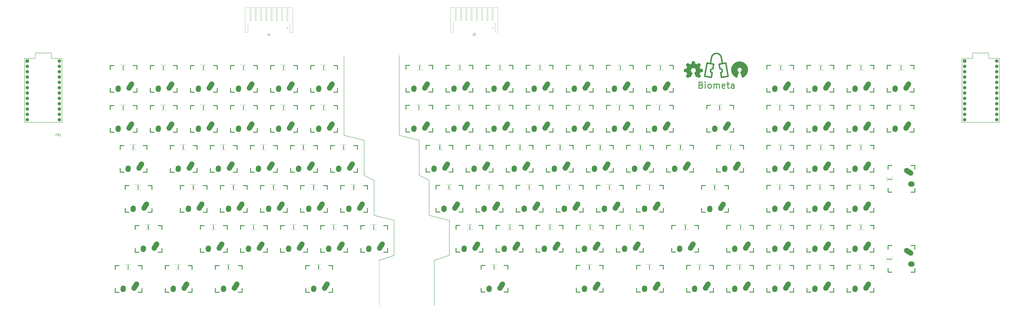
<source format=gto>
%TF.GenerationSoftware,KiCad,Pcbnew,6.0.11-2627ca5db0~126~ubuntu22.04.1*%
%TF.CreationDate,2023-11-06T21:31:54+01:00*%
%TF.ProjectId,pcb,7063622e-6b69-4636-9164-5f7063625858,rev?*%
%TF.SameCoordinates,Original*%
%TF.FileFunction,Legend,Top*%
%TF.FilePolarity,Positive*%
%FSLAX46Y46*%
G04 Gerber Fmt 4.6, Leading zero omitted, Abs format (unit mm)*
G04 Created by KiCad (PCBNEW 6.0.11-2627ca5db0~126~ubuntu22.04.1) date 2023-11-06 21:31:54*
%MOMM*%
%LPD*%
G01*
G04 APERTURE LIST*
G04 Aperture macros list*
%AMHorizOval*
0 Thick line with rounded ends*
0 $1 width*
0 $2 $3 position (X,Y) of the first rounded end (center of the circle)*
0 $4 $5 position (X,Y) of the second rounded end (center of the circle)*
0 Add line between two ends*
20,1,$1,$2,$3,$4,$5,0*
0 Add two circle primitives to create the rounded ends*
1,1,$1,$2,$3*
1,1,$1,$4,$5*%
G04 Aperture macros list end*
%ADD10C,0.150000*%
%ADD11C,0.100000*%
%ADD12C,0.400000*%
%ADD13C,0.381000*%
%ADD14C,0.120000*%
%ADD15C,0.160000*%
%ADD16C,0.010000*%
%ADD17HorizOval,2.500000X0.604462X0.948815X-0.604462X-0.948815X0*%
%ADD18HorizOval,2.500000X0.019724X0.289328X-0.019724X-0.289328X0*%
%ADD19HorizOval,2.500000X-0.948815X0.604462X0.948815X-0.604462X0*%
%ADD20HorizOval,2.500000X-0.289328X0.019724X0.289328X-0.019724X0*%
%ADD21R,1.600000X1.600000*%
%ADD22C,1.600000*%
G04 APERTURE END LIST*
D10*
X180975050Y-373837500D02*
X180975050Y-395268750D01*
X152400000Y-352425000D02*
X152400000Y-335756250D01*
X188118800Y-354787500D02*
X178593800Y-352406250D01*
X152400000Y-335756250D02*
X147637500Y-333375000D01*
X188118800Y-371456250D02*
X180975050Y-373837500D01*
X178593800Y-335737500D02*
X173831300Y-333356250D01*
X173831300Y-316687500D02*
X173831300Y-333356250D01*
X164306250Y-276225000D02*
X164306300Y-314306250D01*
X152400000Y-352425000D02*
X161925000Y-354806250D01*
D11*
X154781250Y-395287500D02*
X154781250Y-373856250D01*
D10*
X188118800Y-371456250D02*
X188118800Y-354787500D01*
X147637500Y-316706250D02*
X138112500Y-314325000D01*
X138112500Y-276225000D02*
X138112500Y-314325000D01*
X154781250Y-373856250D02*
X161925000Y-371475000D01*
X161925000Y-371475000D02*
X161925000Y-354806250D01*
X173831300Y-316687500D02*
X164306300Y-314306250D01*
X178593800Y-335737500D02*
X178593800Y-352406250D01*
X147637500Y-333375000D02*
X147637500Y-316706250D01*
D12*
X307642857Y-290298214D02*
X308071428Y-290441071D01*
X308214285Y-290583928D01*
X308357142Y-290869642D01*
X308357142Y-291298214D01*
X308214285Y-291583928D01*
X308071428Y-291726785D01*
X307785714Y-291869642D01*
X306642857Y-291869642D01*
X306642857Y-288869642D01*
X307642857Y-288869642D01*
X307928571Y-289012500D01*
X308071428Y-289155357D01*
X308214285Y-289441071D01*
X308214285Y-289726785D01*
X308071428Y-290012500D01*
X307928571Y-290155357D01*
X307642857Y-290298214D01*
X306642857Y-290298214D01*
X309642857Y-291869642D02*
X309642857Y-289869642D01*
X309642857Y-288869642D02*
X309500000Y-289012500D01*
X309642857Y-289155357D01*
X309785714Y-289012500D01*
X309642857Y-288869642D01*
X309642857Y-289155357D01*
X311500000Y-291869642D02*
X311214285Y-291726785D01*
X311071428Y-291583928D01*
X310928571Y-291298214D01*
X310928571Y-290441071D01*
X311071428Y-290155357D01*
X311214285Y-290012500D01*
X311500000Y-289869642D01*
X311928571Y-289869642D01*
X312214285Y-290012500D01*
X312357142Y-290155357D01*
X312500000Y-290441071D01*
X312500000Y-291298214D01*
X312357142Y-291583928D01*
X312214285Y-291726785D01*
X311928571Y-291869642D01*
X311500000Y-291869642D01*
X313785714Y-291869642D02*
X313785714Y-289869642D01*
X313785714Y-290155357D02*
X313928571Y-290012500D01*
X314214285Y-289869642D01*
X314642857Y-289869642D01*
X314928571Y-290012500D01*
X315071428Y-290298214D01*
X315071428Y-291869642D01*
X315071428Y-290298214D02*
X315214285Y-290012500D01*
X315500000Y-289869642D01*
X315928571Y-289869642D01*
X316214285Y-290012500D01*
X316357142Y-290298214D01*
X316357142Y-291869642D01*
X318928571Y-291726785D02*
X318642857Y-291869642D01*
X318071428Y-291869642D01*
X317785714Y-291726785D01*
X317642857Y-291441071D01*
X317642857Y-290298214D01*
X317785714Y-290012500D01*
X318071428Y-289869642D01*
X318642857Y-289869642D01*
X318928571Y-290012500D01*
X319071428Y-290298214D01*
X319071428Y-290583928D01*
X317642857Y-290869642D01*
X319928571Y-289869642D02*
X321071428Y-289869642D01*
X320357142Y-288869642D02*
X320357142Y-291441071D01*
X320500000Y-291726785D01*
X320785714Y-291869642D01*
X321071428Y-291869642D01*
X323357142Y-291869642D02*
X323357142Y-290298214D01*
X323214285Y-290012500D01*
X322928571Y-289869642D01*
X322357142Y-289869642D01*
X322071428Y-290012500D01*
X323357142Y-291726785D02*
X323071428Y-291869642D01*
X322357142Y-291869642D01*
X322071428Y-291726785D01*
X321928571Y-291441071D01*
X321928571Y-291155357D01*
X322071428Y-290869642D01*
X322357142Y-290726785D01*
X323071428Y-290726785D01*
X323357142Y-290583928D01*
D10*
%TO.C,J1*%
X102054166Y-265814880D02*
X102054166Y-266529166D01*
X102006547Y-266672023D01*
X101911309Y-266767261D01*
X101768452Y-266814880D01*
X101673214Y-266814880D01*
X103054166Y-266814880D02*
X102482738Y-266814880D01*
X102768452Y-266814880D02*
X102768452Y-265814880D01*
X102673214Y-265957738D01*
X102577976Y-266052976D01*
X102482738Y-266100595D01*
%TO.C,FS1*%
X1571726Y-314016071D02*
X1238392Y-314016071D01*
X1238392Y-314539880D02*
X1238392Y-313539880D01*
X1714583Y-313539880D01*
X2047916Y-314492261D02*
X2190773Y-314539880D01*
X2428869Y-314539880D01*
X2524107Y-314492261D01*
X2571726Y-314444642D01*
X2619345Y-314349404D01*
X2619345Y-314254166D01*
X2571726Y-314158928D01*
X2524107Y-314111309D01*
X2428869Y-314063690D01*
X2238392Y-314016071D01*
X2143154Y-313968452D01*
X2095535Y-313920833D01*
X2047916Y-313825595D01*
X2047916Y-313730357D01*
X2095535Y-313635119D01*
X2143154Y-313587500D01*
X2238392Y-313539880D01*
X2476488Y-313539880D01*
X2619345Y-313587500D01*
X3571726Y-314539880D02*
X3000297Y-314539880D01*
X3286011Y-314539880D02*
X3286011Y-313539880D01*
X3190773Y-313682738D01*
X3095535Y-313777976D01*
X3000297Y-313825595D01*
%TO.C,J2*%
X199554216Y-265696130D02*
X199554216Y-266410416D01*
X199506597Y-266553273D01*
X199411359Y-266648511D01*
X199268502Y-266696130D01*
X199173264Y-266696130D01*
X199982788Y-265791369D02*
X200030407Y-265743750D01*
X200125645Y-265696130D01*
X200363740Y-265696130D01*
X200458978Y-265743750D01*
X200506597Y-265791369D01*
X200554216Y-265886607D01*
X200554216Y-265981845D01*
X200506597Y-266124702D01*
X199935169Y-266696130D01*
X200554216Y-266696130D01*
D13*
%TO.C,K80*%
X203993800Y-357187800D02*
X203993800Y-358965800D01*
X193071800Y-369887800D02*
X191293800Y-369887800D01*
X191293800Y-369887800D02*
X191293800Y-368109800D01*
X202215800Y-357187800D02*
X203993800Y-357187800D01*
X203993800Y-368109800D02*
X203993800Y-369887800D01*
X203993800Y-369887800D02*
X202215800Y-369887800D01*
X191293800Y-357187800D02*
X193071800Y-357187800D01*
X191293800Y-358965800D02*
X191293800Y-357187800D01*
%TO.C,G\u002A\u002A\u002A*%
G36*
X326241523Y-279135673D02*
G01*
X326408196Y-279146017D01*
X326555065Y-279161951D01*
X326593970Y-279167816D01*
X326887708Y-279224904D01*
X327162876Y-279298477D01*
X327429137Y-279391604D01*
X327696157Y-279507352D01*
X327758462Y-279537381D01*
X328034133Y-279684847D01*
X328287882Y-279847115D01*
X328527413Y-280029589D01*
X328760428Y-280237671D01*
X328769712Y-280246593D01*
X328982014Y-280465053D01*
X329169668Y-280688874D01*
X329337759Y-280924992D01*
X329491375Y-281180345D01*
X329585489Y-281359158D01*
X329724204Y-281666599D01*
X329833668Y-281977679D01*
X329914758Y-282295883D01*
X329968352Y-282624696D01*
X329995325Y-282967604D01*
X329996237Y-282992185D01*
X329993139Y-283345200D01*
X329959412Y-283692350D01*
X329895233Y-284033083D01*
X329800780Y-284366848D01*
X329676230Y-284693096D01*
X329521759Y-285011274D01*
X329337547Y-285320832D01*
X329169217Y-285561453D01*
X329102277Y-285644750D01*
X329016504Y-285742080D01*
X328917439Y-285847900D01*
X328810624Y-285956670D01*
X328701600Y-286062848D01*
X328595909Y-286160892D01*
X328499092Y-286245262D01*
X328430585Y-286300071D01*
X328350278Y-286358937D01*
X328259025Y-286422926D01*
X328170134Y-286482826D01*
X328118972Y-286515803D01*
X328015897Y-286577814D01*
X327905941Y-286639200D01*
X327793670Y-286697836D01*
X327683650Y-286751598D01*
X327580449Y-286798362D01*
X327488634Y-286836004D01*
X327412772Y-286862399D01*
X327357430Y-286875424D01*
X327343586Y-286876431D01*
X327270458Y-286862626D01*
X327200384Y-286825533D01*
X327149535Y-286776539D01*
X327139851Y-286755116D01*
X327121840Y-286706548D01*
X327096368Y-286633569D01*
X327064303Y-286538911D01*
X327026511Y-286425309D01*
X326983860Y-286295496D01*
X326937216Y-286152206D01*
X326887446Y-285998173D01*
X326835418Y-285836130D01*
X326781998Y-285668811D01*
X326728052Y-285498949D01*
X326674449Y-285329278D01*
X326622055Y-285162533D01*
X326571737Y-285001445D01*
X326524362Y-284848750D01*
X326480797Y-284707180D01*
X326441909Y-284579469D01*
X326408564Y-284468352D01*
X326381630Y-284376561D01*
X326361974Y-284306830D01*
X326350462Y-284261893D01*
X326347952Y-284249009D01*
X326351732Y-284173104D01*
X326384635Y-284101390D01*
X326447446Y-284032591D01*
X326510739Y-283984739D01*
X326632429Y-283891950D01*
X326740332Y-283787255D01*
X326827242Y-283677959D01*
X326852079Y-283638763D01*
X326928051Y-283481066D01*
X326974837Y-283319289D01*
X326993659Y-283156418D01*
X326985736Y-282995442D01*
X326952291Y-282839349D01*
X326894543Y-282691126D01*
X326813715Y-282553762D01*
X326711027Y-282430244D01*
X326587699Y-282323561D01*
X326444954Y-282236699D01*
X326284012Y-282172648D01*
X326248843Y-282162595D01*
X326148674Y-282144341D01*
X326032029Y-282136429D01*
X325911932Y-282138859D01*
X325801408Y-282151631D01*
X325751158Y-282162595D01*
X325586632Y-282221596D01*
X325440053Y-282304020D01*
X325312641Y-282406879D01*
X325205618Y-282527186D01*
X325120203Y-282661952D01*
X325057620Y-282808190D01*
X325019087Y-282962911D01*
X325005827Y-283123129D01*
X325019060Y-283285854D01*
X325060008Y-283448100D01*
X325129891Y-283606878D01*
X325147922Y-283638763D01*
X325225477Y-283747926D01*
X325326629Y-283855125D01*
X325444171Y-283953057D01*
X325489262Y-283984739D01*
X325573946Y-284052399D01*
X325628096Y-284122119D01*
X325652426Y-284195058D01*
X325652112Y-284248534D01*
X325645306Y-284279082D01*
X325629893Y-284335886D01*
X325606740Y-284416212D01*
X325576715Y-284517327D01*
X325540684Y-284636497D01*
X325499513Y-284770990D01*
X325454069Y-284918073D01*
X325405219Y-285075012D01*
X325353830Y-285239074D01*
X325300768Y-285407526D01*
X325246900Y-285577635D01*
X325193093Y-285746667D01*
X325140214Y-285911890D01*
X325089129Y-286070571D01*
X325040704Y-286219976D01*
X324995807Y-286357372D01*
X324955305Y-286480026D01*
X324920064Y-286585204D01*
X324890950Y-286670175D01*
X324868831Y-286732204D01*
X324854573Y-286768558D01*
X324850456Y-286776539D01*
X324792916Y-286830319D01*
X324720487Y-286865352D01*
X324653392Y-286875835D01*
X324617360Y-286869469D01*
X324561533Y-286852755D01*
X324494489Y-286828474D01*
X324444739Y-286808150D01*
X324154372Y-286671476D01*
X323886962Y-286519560D01*
X323636447Y-286348296D01*
X323396766Y-286153577D01*
X323185461Y-285955039D01*
X322969180Y-285724119D01*
X322779485Y-285488962D01*
X322611773Y-285243189D01*
X322461440Y-284980422D01*
X322412202Y-284883508D01*
X322269223Y-284558841D01*
X322156422Y-284226630D01*
X322073930Y-283887966D01*
X322021878Y-283543942D01*
X322000400Y-283195651D01*
X322009627Y-282844186D01*
X322049692Y-282490637D01*
X322093993Y-282252489D01*
X322168185Y-281970810D01*
X322269262Y-281685147D01*
X322394400Y-281401254D01*
X322540779Y-281124889D01*
X322705577Y-280861807D01*
X322885972Y-280617764D01*
X322909515Y-280588839D01*
X323079640Y-280397586D01*
X323272891Y-280207469D01*
X323481631Y-280025200D01*
X323698227Y-279857492D01*
X323889847Y-279726916D01*
X323969573Y-279679587D01*
X324070663Y-279624621D01*
X324185376Y-279565797D01*
X324305975Y-279506895D01*
X324424718Y-279451694D01*
X324533868Y-279403972D01*
X324625684Y-279367510D01*
X324626292Y-279367288D01*
X324775938Y-279317218D01*
X324945726Y-279268498D01*
X325124568Y-279223964D01*
X325301382Y-279186452D01*
X325406031Y-279167816D01*
X325545323Y-279150206D01*
X325706944Y-279138187D01*
X325882470Y-279131758D01*
X326063471Y-279130920D01*
X326241523Y-279135673D01*
G37*
%TO.C,K4*%
X96837500Y-281006550D02*
X96837500Y-282784550D01*
X96837500Y-291928550D02*
X96837500Y-293706550D01*
X84137500Y-293706550D02*
X84137500Y-291928550D01*
X96837500Y-293706550D02*
X95059500Y-293706550D01*
X84137500Y-282784550D02*
X84137500Y-281006550D01*
X84137500Y-281006550D02*
X85915500Y-281006550D01*
X95059500Y-281006550D02*
X96837500Y-281006550D01*
X85915500Y-293706550D02*
X84137500Y-293706550D01*
D14*
%TO.C,LED32*%
X58431250Y-378250000D02*
X60631250Y-378250000D01*
X58431250Y-375750000D02*
X60631250Y-375750000D01*
X59181250Y-376000000D02*
X59471250Y-376000000D01*
X59471250Y-376000000D02*
X59471250Y-378000000D01*
X59471250Y-378000000D02*
X59181250Y-378000000D01*
X59181250Y-378000000D02*
X59181250Y-376000000D01*
G36*
X59181250Y-376000000D02*
G01*
X59471250Y-376000000D01*
X59471250Y-378000000D01*
X59181250Y-378000000D01*
X59181250Y-376000000D01*
G37*
D15*
X58091250Y-375750000D02*
G75*
G03*
X58091250Y-375750000I-80000J0D01*
G01*
D13*
%TO.C,K75*%
X320675050Y-338221500D02*
X320675050Y-339999500D01*
X320675050Y-350921500D02*
X318897050Y-350921500D01*
X307975050Y-339999500D02*
X307975050Y-338221500D01*
X318897050Y-338221500D02*
X320675050Y-338221500D01*
X320675050Y-349143500D02*
X320675050Y-350921500D01*
X307975050Y-350921500D02*
X307975050Y-349143500D01*
X309753050Y-350921500D02*
X307975050Y-350921500D01*
X307975050Y-338221500D02*
X309753050Y-338221500D01*
%TO.C,K17*%
X125412500Y-319106550D02*
X125412500Y-320884550D01*
X112712500Y-331806550D02*
X112712500Y-330028550D01*
X123634500Y-319106550D02*
X125412500Y-319106550D01*
X112712500Y-320884550D02*
X112712500Y-319106550D01*
X114490500Y-331806550D02*
X112712500Y-331806550D01*
X112712500Y-319106550D02*
X114490500Y-319106550D01*
X125412500Y-331806550D02*
X123634500Y-331806550D01*
X125412500Y-330028550D02*
X125412500Y-331806550D01*
%TO.C,K96*%
X370681300Y-388937800D02*
X368903300Y-388937800D01*
X370681300Y-387159800D02*
X370681300Y-388937800D01*
X368903300Y-376237800D02*
X370681300Y-376237800D01*
X357981300Y-378015800D02*
X357981300Y-376237800D01*
X370681300Y-376237800D02*
X370681300Y-378015800D01*
X357981300Y-376237800D02*
X359759300Y-376237800D01*
X359759300Y-388937800D02*
X357981300Y-388937800D01*
X357981300Y-388937800D02*
X357981300Y-387159800D01*
%TO.C,K76*%
X349853300Y-338137800D02*
X351631300Y-338137800D01*
X338931300Y-350837800D02*
X338931300Y-349059800D01*
X340709300Y-350837800D02*
X338931300Y-350837800D01*
X338931300Y-338137800D02*
X340709300Y-338137800D01*
X351631300Y-349059800D02*
X351631300Y-350837800D01*
X351631300Y-338137800D02*
X351631300Y-339915800D01*
X351631300Y-350837800D02*
X349853300Y-350837800D01*
X338931300Y-339915800D02*
X338931300Y-338137800D01*
%TO.C,K8*%
X46037500Y-301834550D02*
X46037500Y-300056550D01*
X46037500Y-300056550D02*
X47815500Y-300056550D01*
X58737500Y-312756550D02*
X56959500Y-312756550D01*
X58737500Y-300056550D02*
X58737500Y-301834550D01*
X47815500Y-312756550D02*
X46037500Y-312756550D01*
X46037500Y-312756550D02*
X46037500Y-310978550D01*
X58737500Y-310978550D02*
X58737500Y-312756550D01*
X56959500Y-300056550D02*
X58737500Y-300056550D01*
D14*
%TO.C,LED43*%
X365431300Y-283250000D02*
X363231300Y-283250000D01*
X365431300Y-280750000D02*
X363231300Y-280750000D01*
X364681300Y-283000000D02*
X364391300Y-283000000D01*
X364391300Y-283000000D02*
X364391300Y-281000000D01*
X364391300Y-281000000D02*
X364681300Y-281000000D01*
X364681300Y-281000000D02*
X364681300Y-283000000D01*
G36*
X364681300Y-283000000D02*
G01*
X364391300Y-283000000D01*
X364391300Y-281000000D01*
X364681300Y-281000000D01*
X364681300Y-283000000D01*
G37*
D15*
X365931300Y-283250000D02*
G75*
G03*
X365931300Y-283250000I-80000J0D01*
G01*
D14*
%TO.C,LED62*%
X260656300Y-321250000D02*
X258456300Y-321250000D01*
X260656300Y-318750000D02*
X258456300Y-318750000D01*
X259906300Y-321000000D02*
X259616300Y-321000000D01*
X259616300Y-321000000D02*
X259616300Y-319000000D01*
X259616300Y-319000000D02*
X259906300Y-319000000D01*
X259906300Y-319000000D02*
X259906300Y-321000000D01*
G36*
X259906300Y-321000000D02*
G01*
X259616300Y-321000000D01*
X259616300Y-319000000D01*
X259906300Y-319000000D01*
X259906300Y-321000000D01*
G37*
D15*
X261156300Y-321250000D02*
G75*
G03*
X261156300Y-321250000I-80000J0D01*
G01*
D14*
%TO.C,LED14*%
X60812500Y-318750000D02*
X63012500Y-318750000D01*
X60812500Y-321250000D02*
X63012500Y-321250000D01*
X61562500Y-319000000D02*
X61852500Y-319000000D01*
X61852500Y-319000000D02*
X61852500Y-321000000D01*
X61852500Y-321000000D02*
X61562500Y-321000000D01*
X61562500Y-321000000D02*
X61562500Y-319000000D01*
G36*
X61562500Y-319000000D02*
G01*
X61852500Y-319000000D01*
X61852500Y-321000000D01*
X61562500Y-321000000D01*
X61562500Y-319000000D01*
G37*
D15*
X60472500Y-318750000D02*
G75*
G03*
X60472500Y-318750000I-80000J0D01*
G01*
D13*
%TO.C,K70*%
X200818800Y-339915800D02*
X200818800Y-338137800D01*
X200818800Y-338137800D02*
X202596800Y-338137800D01*
X213518800Y-349059800D02*
X213518800Y-350837800D01*
X213518800Y-338137800D02*
X213518800Y-339915800D01*
X202596800Y-350837800D02*
X200818800Y-350837800D01*
X211740800Y-338137800D02*
X213518800Y-338137800D01*
X213518800Y-350837800D02*
X211740800Y-350837800D01*
X200818800Y-350837800D02*
X200818800Y-349059800D01*
%TO.C,K93*%
X302609300Y-388937800D02*
X300831300Y-388937800D01*
X300831300Y-378015800D02*
X300831300Y-376237800D01*
X313531300Y-376237800D02*
X313531300Y-378015800D01*
X300831300Y-376237800D02*
X302609300Y-376237800D01*
X313531300Y-387159800D02*
X313531300Y-388937800D01*
X300831300Y-388937800D02*
X300831300Y-387159800D01*
X313531300Y-388937800D02*
X311753300Y-388937800D01*
X311753300Y-376237800D02*
X313531300Y-376237800D01*
%TO.C,K78*%
X387953300Y-338137800D02*
X389731300Y-338137800D01*
X389731300Y-350837800D02*
X387953300Y-350837800D01*
X377031300Y-339915800D02*
X377031300Y-338137800D01*
X389731300Y-338137800D02*
X389731300Y-339915800D01*
X377031300Y-350837800D02*
X377031300Y-349059800D01*
X389731300Y-349059800D02*
X389731300Y-350837800D01*
X377031300Y-338137800D02*
X378809300Y-338137800D01*
X378809300Y-350837800D02*
X377031300Y-350837800D01*
D14*
%TO.C,LED79*%
X395902900Y-336058773D02*
X395902900Y-333858773D01*
X398402900Y-336058773D02*
X398402900Y-333858773D01*
X396152900Y-335308773D02*
X398152900Y-335308773D01*
X398152900Y-335308773D02*
X398152900Y-335018773D01*
X398152900Y-335018773D02*
X396152900Y-335018773D01*
X396152900Y-335018773D02*
X396152900Y-335308773D01*
G36*
X396152900Y-335308773D02*
G01*
X398152900Y-335308773D01*
X398152900Y-335018773D01*
X396152900Y-335018773D01*
X396152900Y-335308773D01*
G37*
D15*
X395982900Y-336478773D02*
G75*
G03*
X395982900Y-336478773I-80000J0D01*
G01*
D13*
%TO.C,K92*%
X289718800Y-376237800D02*
X289718800Y-378015800D01*
X277018800Y-378015800D02*
X277018800Y-376237800D01*
X277018800Y-388937800D02*
X277018800Y-387159800D01*
X289718800Y-388937800D02*
X287940800Y-388937800D01*
X289718800Y-387159800D02*
X289718800Y-388937800D01*
X278796800Y-388937800D02*
X277018800Y-388937800D01*
X287940800Y-376237800D02*
X289718800Y-376237800D01*
X277018800Y-376237800D02*
X278796800Y-376237800D01*
%TO.C,K35*%
X169259300Y-293687800D02*
X167481300Y-293687800D01*
X180181300Y-280987800D02*
X180181300Y-282765800D01*
X167481300Y-280987800D02*
X169259300Y-280987800D01*
X180181300Y-293687800D02*
X178403300Y-293687800D01*
X178403300Y-280987800D02*
X180181300Y-280987800D01*
X167481300Y-282765800D02*
X167481300Y-280987800D01*
X180181300Y-291909800D02*
X180181300Y-293687800D01*
X167481300Y-293687800D02*
X167481300Y-291909800D01*
D14*
%TO.C,LED23*%
X122725000Y-337750000D02*
X124925000Y-337750000D01*
X122725000Y-340250000D02*
X124925000Y-340250000D01*
X123475000Y-338000000D02*
X123765000Y-338000000D01*
X123765000Y-338000000D02*
X123765000Y-340000000D01*
X123765000Y-340000000D02*
X123475000Y-340000000D01*
X123475000Y-340000000D02*
X123475000Y-338000000D01*
G36*
X123475000Y-338000000D02*
G01*
X123765000Y-338000000D01*
X123765000Y-340000000D01*
X123475000Y-340000000D01*
X123475000Y-338000000D01*
G37*
D15*
X122385000Y-337750000D02*
G75*
G03*
X122385000Y-337750000I-80000J0D01*
G01*
D13*
%TO.C,K98*%
X409168650Y-377634800D02*
X409168650Y-379412800D01*
X396468650Y-366712800D02*
X398246650Y-366712800D01*
X398246650Y-379412800D02*
X396468650Y-379412800D01*
X396468650Y-368490800D02*
X396468650Y-366712800D01*
X409168650Y-366712800D02*
X409168650Y-368490800D01*
X409168650Y-379412800D02*
X407390650Y-379412800D01*
X396468650Y-379412800D02*
X396468650Y-377634800D01*
X407390650Y-366712800D02*
X409168650Y-366712800D01*
%TO.C,K88*%
X359759300Y-369887800D02*
X357981300Y-369887800D01*
X357981300Y-358965800D02*
X357981300Y-357187800D01*
X368903300Y-357187800D02*
X370681300Y-357187800D01*
X370681300Y-357187800D02*
X370681300Y-358965800D01*
X370681300Y-368109800D02*
X370681300Y-369887800D01*
X357981300Y-357187800D02*
X359759300Y-357187800D01*
X357981300Y-369887800D02*
X357981300Y-368109800D01*
X370681300Y-369887800D02*
X368903300Y-369887800D01*
D14*
%TO.C,LED51*%
X267981300Y-299750000D02*
X270181300Y-299750000D01*
X267981300Y-302250000D02*
X270181300Y-302250000D01*
X268731300Y-300000000D02*
X269021300Y-300000000D01*
X269021300Y-300000000D02*
X269021300Y-302000000D01*
X269021300Y-302000000D02*
X268731300Y-302000000D01*
X268731300Y-302000000D02*
X268731300Y-300000000D01*
G36*
X268731300Y-300000000D02*
G01*
X269021300Y-300000000D01*
X269021300Y-302000000D01*
X268731300Y-302000000D01*
X268731300Y-300000000D01*
G37*
D15*
X267641300Y-299750000D02*
G75*
G03*
X267641300Y-299750000I-80000J0D01*
G01*
D14*
%TO.C,LED54*%
X344181300Y-302250000D02*
X346381300Y-302250000D01*
X344181300Y-299750000D02*
X346381300Y-299750000D01*
X344931300Y-300000000D02*
X345221300Y-300000000D01*
X345221300Y-300000000D02*
X345221300Y-302000000D01*
X345221300Y-302000000D02*
X344931300Y-302000000D01*
X344931300Y-302000000D02*
X344931300Y-300000000D01*
G36*
X344931300Y-300000000D02*
G01*
X345221300Y-300000000D01*
X345221300Y-302000000D01*
X344931300Y-302000000D01*
X344931300Y-300000000D01*
G37*
D15*
X343841300Y-299750000D02*
G75*
G03*
X343841300Y-299750000I-80000J0D01*
G01*
D13*
%TO.C,K94*%
X319881300Y-376237800D02*
X321659300Y-376237800D01*
X321659300Y-388937800D02*
X319881300Y-388937800D01*
X332581300Y-388937800D02*
X330803300Y-388937800D01*
X319881300Y-378015800D02*
X319881300Y-376237800D01*
X330803300Y-376237800D02*
X332581300Y-376237800D01*
X332581300Y-376237800D02*
X332581300Y-378015800D01*
X319881300Y-388937800D02*
X319881300Y-387159800D01*
X332581300Y-387159800D02*
X332581300Y-388937800D01*
%TO.C,K54*%
X338931300Y-300037800D02*
X340709300Y-300037800D01*
X340709300Y-312737800D02*
X338931300Y-312737800D01*
X349853300Y-300037800D02*
X351631300Y-300037800D01*
X351631300Y-310959800D02*
X351631300Y-312737800D01*
X338931300Y-301815800D02*
X338931300Y-300037800D01*
X351631300Y-312737800D02*
X349853300Y-312737800D01*
X338931300Y-312737800D02*
X338931300Y-310959800D01*
X351631300Y-300037800D02*
X351631300Y-301815800D01*
D14*
%TO.C,LED26*%
X75100000Y-356750000D02*
X77300000Y-356750000D01*
X75100000Y-359250000D02*
X77300000Y-359250000D01*
X75850000Y-357000000D02*
X76140000Y-357000000D01*
X76140000Y-357000000D02*
X76140000Y-359000000D01*
X76140000Y-359000000D02*
X75850000Y-359000000D01*
X75850000Y-359000000D02*
X75850000Y-357000000D01*
G36*
X75850000Y-357000000D02*
G01*
X76140000Y-357000000D01*
X76140000Y-359000000D01*
X75850000Y-359000000D01*
X75850000Y-357000000D01*
G37*
D15*
X74760000Y-356750000D02*
G75*
G03*
X74760000Y-356750000I-80000J0D01*
G01*
D14*
%TO.C,LED40*%
X270181300Y-280750000D02*
X267981300Y-280750000D01*
X270181300Y-283250000D02*
X267981300Y-283250000D01*
X269431300Y-283000000D02*
X269141300Y-283000000D01*
X269141300Y-283000000D02*
X269141300Y-281000000D01*
X269141300Y-281000000D02*
X269431300Y-281000000D01*
X269431300Y-281000000D02*
X269431300Y-283000000D01*
G36*
X269431300Y-283000000D02*
G01*
X269141300Y-283000000D01*
X269141300Y-281000000D01*
X269431300Y-281000000D01*
X269431300Y-283000000D01*
G37*
D15*
X270681300Y-283250000D02*
G75*
G03*
X270681300Y-283250000I-80000J0D01*
G01*
D14*
%TO.C,LED45*%
X403531300Y-283250000D02*
X401331300Y-283250000D01*
X403531300Y-280750000D02*
X401331300Y-280750000D01*
X402781300Y-283000000D02*
X402491300Y-283000000D01*
X402491300Y-283000000D02*
X402491300Y-281000000D01*
X402491300Y-281000000D02*
X402781300Y-281000000D01*
X402781300Y-281000000D02*
X402781300Y-283000000D01*
G36*
X402781300Y-283000000D02*
G01*
X402491300Y-283000000D01*
X402491300Y-281000000D01*
X402781300Y-281000000D01*
X402781300Y-283000000D01*
G37*
D15*
X404031300Y-283250000D02*
G75*
G03*
X404031300Y-283250000I-80000J0D01*
G01*
D13*
%TO.C,K16*%
X106362500Y-319106550D02*
X106362500Y-320884550D01*
X93662500Y-331806550D02*
X93662500Y-330028550D01*
X93662500Y-320884550D02*
X93662500Y-319106550D01*
X93662500Y-319106550D02*
X95440500Y-319106550D01*
X95440500Y-331806550D02*
X93662500Y-331806550D01*
X104584500Y-319106550D02*
X106362500Y-319106550D01*
X106362500Y-330028550D02*
X106362500Y-331806550D01*
X106362500Y-331806550D02*
X104584500Y-331806550D01*
D14*
%TO.C,LED65*%
X322568800Y-321250000D02*
X320368800Y-321250000D01*
X322568800Y-318750000D02*
X320368800Y-318750000D01*
X321818800Y-321000000D02*
X321528800Y-321000000D01*
X321528800Y-321000000D02*
X321528800Y-319000000D01*
X321528800Y-319000000D02*
X321818800Y-319000000D01*
X321818800Y-319000000D02*
X321818800Y-321000000D01*
G36*
X321818800Y-321000000D02*
G01*
X321528800Y-321000000D01*
X321528800Y-319000000D01*
X321818800Y-319000000D01*
X321818800Y-321000000D01*
G37*
D15*
X323068800Y-321250000D02*
G75*
G03*
X323068800Y-321250000I-80000J0D01*
G01*
D13*
%TO.C,K10*%
X96837500Y-310978550D02*
X96837500Y-312756550D01*
X84137500Y-301834550D02*
X84137500Y-300056550D01*
X84137500Y-300056550D02*
X85915500Y-300056550D01*
X85915500Y-312756550D02*
X84137500Y-312756550D01*
X96837500Y-312756550D02*
X95059500Y-312756550D01*
X84137500Y-312756550D02*
X84137500Y-310978550D01*
X95059500Y-300056550D02*
X96837500Y-300056550D01*
X96837500Y-300056550D02*
X96837500Y-301834550D01*
%TO.C,K12*%
X134937500Y-310978550D02*
X134937500Y-312756550D01*
X122237500Y-300056550D02*
X124015500Y-300056550D01*
X122237500Y-312756550D02*
X122237500Y-310978550D01*
X124015500Y-312756550D02*
X122237500Y-312756550D01*
X122237500Y-301834550D02*
X122237500Y-300056550D01*
X133159500Y-300056550D02*
X134937500Y-300056550D01*
X134937500Y-312756550D02*
X133159500Y-312756550D01*
X134937500Y-300056550D02*
X134937500Y-301834550D01*
%TO.C,K37*%
X207359300Y-293687800D02*
X205581300Y-293687800D01*
X216503300Y-280987800D02*
X218281300Y-280987800D01*
X205581300Y-280987800D02*
X207359300Y-280987800D01*
X218281300Y-291909800D02*
X218281300Y-293687800D01*
X218281300Y-280987800D02*
X218281300Y-282765800D01*
X218281300Y-293687800D02*
X216503300Y-293687800D01*
X205581300Y-293687800D02*
X205581300Y-291909800D01*
X205581300Y-282765800D02*
X205581300Y-280987800D01*
D14*
%TO.C,LED15*%
X79862500Y-318750000D02*
X82062500Y-318750000D01*
X79862500Y-321250000D02*
X82062500Y-321250000D01*
X80612500Y-319000000D02*
X80902500Y-319000000D01*
X80902500Y-319000000D02*
X80902500Y-321000000D01*
X80902500Y-321000000D02*
X80612500Y-321000000D01*
X80612500Y-321000000D02*
X80612500Y-319000000D01*
G36*
X80612500Y-319000000D02*
G01*
X80902500Y-319000000D01*
X80902500Y-321000000D01*
X80612500Y-321000000D01*
X80612500Y-319000000D01*
G37*
D15*
X79522500Y-318750000D02*
G75*
G03*
X79522500Y-318750000I-80000J0D01*
G01*
D13*
%TO.C,K9*%
X77787500Y-310978550D02*
X77787500Y-312756550D01*
X77787500Y-300056550D02*
X77787500Y-301834550D01*
X65087500Y-312756550D02*
X65087500Y-310978550D01*
X76009500Y-300056550D02*
X77787500Y-300056550D01*
X65087500Y-301834550D02*
X65087500Y-300056550D01*
X66865500Y-312756550D02*
X65087500Y-312756550D01*
X77787500Y-312756550D02*
X76009500Y-312756550D01*
X65087500Y-300056550D02*
X66865500Y-300056550D01*
D14*
%TO.C,LED67*%
X365431300Y-321250000D02*
X363231300Y-321250000D01*
X365431300Y-318750000D02*
X363231300Y-318750000D01*
X364681300Y-321000000D02*
X364391300Y-321000000D01*
X364391300Y-321000000D02*
X364391300Y-319000000D01*
X364391300Y-319000000D02*
X364681300Y-319000000D01*
X364681300Y-319000000D02*
X364681300Y-321000000D01*
G36*
X364681300Y-321000000D02*
G01*
X364391300Y-321000000D01*
X364391300Y-319000000D01*
X364681300Y-319000000D01*
X364681300Y-321000000D01*
G37*
D15*
X365931300Y-321250000D02*
G75*
G03*
X365931300Y-321250000I-80000J0D01*
G01*
D13*
%TO.C,K19*%
X46831250Y-349078550D02*
X46831250Y-350856550D01*
X34131250Y-339934550D02*
X34131250Y-338156550D01*
X46831250Y-338156550D02*
X46831250Y-339934550D01*
X34131250Y-350856550D02*
X34131250Y-349078550D01*
X34131250Y-338156550D02*
X35909250Y-338156550D01*
X45053250Y-338156550D02*
X46831250Y-338156550D01*
X35909250Y-350856550D02*
X34131250Y-350856550D01*
X46831250Y-350856550D02*
X45053250Y-350856550D01*
%TO.C,K85*%
X306387550Y-369887800D02*
X304609550Y-369887800D01*
X293687550Y-358965800D02*
X293687550Y-357187800D01*
X295465550Y-369887800D02*
X293687550Y-369887800D01*
X306387550Y-357187800D02*
X306387550Y-358965800D01*
X306387550Y-368109800D02*
X306387550Y-369887800D01*
X304609550Y-357187800D02*
X306387550Y-357187800D01*
X293687550Y-369887800D02*
X293687550Y-368109800D01*
X293687550Y-357187800D02*
X295465550Y-357187800D01*
D14*
%TO.C,LED33*%
X82243750Y-375750000D02*
X84443750Y-375750000D01*
X82243750Y-378250000D02*
X84443750Y-378250000D01*
X82993750Y-376000000D02*
X83283750Y-376000000D01*
X83283750Y-376000000D02*
X83283750Y-378000000D01*
X83283750Y-378000000D02*
X82993750Y-378000000D01*
X82993750Y-378000000D02*
X82993750Y-376000000D01*
G36*
X82993750Y-376000000D02*
G01*
X83283750Y-376000000D01*
X83283750Y-378000000D01*
X82993750Y-378000000D01*
X82993750Y-376000000D01*
G37*
D15*
X81903750Y-375750000D02*
G75*
G03*
X81903750Y-375750000I-80000J0D01*
G01*
D13*
%TO.C,K33*%
X89693750Y-387178550D02*
X89693750Y-388956550D01*
X89693750Y-388956550D02*
X87915750Y-388956550D01*
X78771750Y-388956550D02*
X76993750Y-388956550D01*
X87915750Y-376256550D02*
X89693750Y-376256550D01*
X76993750Y-376256550D02*
X78771750Y-376256550D01*
X76993750Y-378034550D02*
X76993750Y-376256550D01*
X89693750Y-376256550D02*
X89693750Y-378034550D01*
X76993750Y-388956550D02*
X76993750Y-387178550D01*
%TO.C,K86*%
X319881300Y-369887800D02*
X319881300Y-368109800D01*
X319881300Y-358965800D02*
X319881300Y-357187800D01*
X332581300Y-357187800D02*
X332581300Y-358965800D01*
X330803300Y-357187800D02*
X332581300Y-357187800D01*
X332581300Y-369887800D02*
X330803300Y-369887800D01*
X319881300Y-357187800D02*
X321659300Y-357187800D01*
X332581300Y-368109800D02*
X332581300Y-369887800D01*
X321659300Y-369887800D02*
X319881300Y-369887800D01*
%TO.C,K95*%
X340709300Y-388937800D02*
X338931300Y-388937800D01*
X349853300Y-376237800D02*
X351631300Y-376237800D01*
X338931300Y-378015800D02*
X338931300Y-376237800D01*
X338931300Y-376237800D02*
X340709300Y-376237800D01*
X351631300Y-376237800D02*
X351631300Y-378015800D01*
X338931300Y-388937800D02*
X338931300Y-387159800D01*
X351631300Y-387159800D02*
X351631300Y-388937800D01*
X351631300Y-388937800D02*
X349853300Y-388937800D01*
%TO.C,K42*%
X338931300Y-282765800D02*
X338931300Y-280987800D01*
X338931300Y-293687800D02*
X338931300Y-291909800D01*
X351631300Y-291909800D02*
X351631300Y-293687800D01*
X351631300Y-280987800D02*
X351631300Y-282765800D01*
X349853300Y-280987800D02*
X351631300Y-280987800D01*
X351631300Y-293687800D02*
X349853300Y-293687800D01*
X340709300Y-293687800D02*
X338931300Y-293687800D01*
X338931300Y-280987800D02*
X340709300Y-280987800D01*
D14*
%TO.C,LED12*%
X127487500Y-299750000D02*
X129687500Y-299750000D01*
X127487500Y-302250000D02*
X129687500Y-302250000D01*
X128237500Y-300000000D02*
X128527500Y-300000000D01*
X128527500Y-300000000D02*
X128527500Y-302000000D01*
X128527500Y-302000000D02*
X128237500Y-302000000D01*
X128237500Y-302000000D02*
X128237500Y-300000000D01*
G36*
X128237500Y-300000000D02*
G01*
X128527500Y-300000000D01*
X128527500Y-302000000D01*
X128237500Y-302000000D01*
X128237500Y-300000000D01*
G37*
D15*
X127147500Y-299750000D02*
G75*
G03*
X127147500Y-299750000I-80000J0D01*
G01*
D14*
%TO.C,LED53*%
X315606300Y-302250000D02*
X317806300Y-302250000D01*
X315606300Y-299750000D02*
X317806300Y-299750000D01*
X316356300Y-300000000D02*
X316646300Y-300000000D01*
X316646300Y-300000000D02*
X316646300Y-302000000D01*
X316646300Y-302000000D02*
X316356300Y-302000000D01*
X316356300Y-302000000D02*
X316356300Y-300000000D01*
G36*
X316356300Y-300000000D02*
G01*
X316646300Y-300000000D01*
X316646300Y-302000000D01*
X316356300Y-302000000D01*
X316356300Y-300000000D01*
G37*
D15*
X315266300Y-299750000D02*
G75*
G03*
X315266300Y-299750000I-80000J0D01*
G01*
D14*
%TO.C,LED96*%
X363231300Y-378250000D02*
X365431300Y-378250000D01*
X363231300Y-375750000D02*
X365431300Y-375750000D01*
X363981300Y-376000000D02*
X364271300Y-376000000D01*
X364271300Y-376000000D02*
X364271300Y-378000000D01*
X364271300Y-378000000D02*
X363981300Y-378000000D01*
X363981300Y-378000000D02*
X363981300Y-376000000D01*
G36*
X363981300Y-376000000D02*
G01*
X364271300Y-376000000D01*
X364271300Y-378000000D01*
X363981300Y-378000000D01*
X363981300Y-376000000D01*
G37*
D15*
X362891300Y-375750000D02*
G75*
G03*
X362891300Y-375750000I-80000J0D01*
G01*
D14*
%TO.C,LED46*%
X172731300Y-302250000D02*
X174931300Y-302250000D01*
X172731300Y-299750000D02*
X174931300Y-299750000D01*
X173481300Y-300000000D02*
X173771300Y-300000000D01*
X173771300Y-300000000D02*
X173771300Y-302000000D01*
X173771300Y-302000000D02*
X173481300Y-302000000D01*
X173481300Y-302000000D02*
X173481300Y-300000000D01*
G36*
X173481300Y-300000000D02*
G01*
X173771300Y-300000000D01*
X173771300Y-302000000D01*
X173481300Y-302000000D01*
X173481300Y-300000000D01*
G37*
D15*
X172391300Y-299750000D02*
G75*
G03*
X172391300Y-299750000I-80000J0D01*
G01*
D13*
%TO.C,K30*%
X146050000Y-369906550D02*
X146050000Y-368128550D01*
X158750000Y-369906550D02*
X156972000Y-369906550D01*
X146050000Y-357206550D02*
X147828000Y-357206550D01*
X158750000Y-368128550D02*
X158750000Y-369906550D01*
X158750000Y-357206550D02*
X158750000Y-358984550D01*
X146050000Y-358984550D02*
X146050000Y-357206550D01*
X156972000Y-357206550D02*
X158750000Y-357206550D01*
X147828000Y-369906550D02*
X146050000Y-369906550D01*
D14*
%TO.C,LED69*%
X187018800Y-340250000D02*
X189218800Y-340250000D01*
X187018800Y-337750000D02*
X189218800Y-337750000D01*
X187768800Y-338000000D02*
X188058800Y-338000000D01*
X188058800Y-338000000D02*
X188058800Y-340000000D01*
X188058800Y-340000000D02*
X187768800Y-340000000D01*
X187768800Y-340000000D02*
X187768800Y-338000000D01*
G36*
X187768800Y-338000000D02*
G01*
X188058800Y-338000000D01*
X188058800Y-340000000D01*
X187768800Y-340000000D01*
X187768800Y-338000000D01*
G37*
D15*
X186678800Y-337750000D02*
G75*
G03*
X186678800Y-337750000I-80000J0D01*
G01*
D14*
%TO.C,LED1*%
X32237500Y-283250000D02*
X34437500Y-283250000D01*
X32237500Y-280750000D02*
X34437500Y-280750000D01*
X32987500Y-281000000D02*
X33277500Y-281000000D01*
X33277500Y-281000000D02*
X33277500Y-283000000D01*
X33277500Y-283000000D02*
X32987500Y-283000000D01*
X32987500Y-283000000D02*
X32987500Y-281000000D01*
G36*
X32987500Y-281000000D02*
G01*
X33277500Y-281000000D01*
X33277500Y-283000000D01*
X32987500Y-283000000D01*
X32987500Y-281000000D01*
G37*
D15*
X31897500Y-280750000D02*
G75*
G03*
X31897500Y-280750000I-80000J0D01*
G01*
D14*
%TO.C,LED3*%
X70337500Y-283250000D02*
X72537500Y-283250000D01*
X70337500Y-280750000D02*
X72537500Y-280750000D01*
X71087500Y-281000000D02*
X71377500Y-281000000D01*
X71377500Y-281000000D02*
X71377500Y-283000000D01*
X71377500Y-283000000D02*
X71087500Y-283000000D01*
X71087500Y-283000000D02*
X71087500Y-281000000D01*
G36*
X71087500Y-281000000D02*
G01*
X71377500Y-281000000D01*
X71377500Y-283000000D01*
X71087500Y-283000000D01*
X71087500Y-281000000D01*
G37*
D15*
X69997500Y-280750000D02*
G75*
G03*
X69997500Y-280750000I-80000J0D01*
G01*
D14*
%TO.C,LED20*%
X65575000Y-340250000D02*
X67775000Y-340250000D01*
X65575000Y-337750000D02*
X67775000Y-337750000D01*
X66325000Y-338000000D02*
X66615000Y-338000000D01*
X66615000Y-338000000D02*
X66615000Y-340000000D01*
X66615000Y-340000000D02*
X66325000Y-340000000D01*
X66325000Y-340000000D02*
X66325000Y-338000000D01*
G36*
X66325000Y-338000000D02*
G01*
X66615000Y-338000000D01*
X66615000Y-340000000D01*
X66325000Y-340000000D01*
X66325000Y-338000000D01*
G37*
D15*
X65235000Y-337750000D02*
G75*
G03*
X65235000Y-337750000I-80000J0D01*
G01*
D13*
%TO.C,K46*%
X169259300Y-312737800D02*
X167481300Y-312737800D01*
X167481300Y-301815800D02*
X167481300Y-300037800D01*
X167481300Y-300037800D02*
X169259300Y-300037800D01*
X180181300Y-312737800D02*
X178403300Y-312737800D01*
X180181300Y-310959800D02*
X180181300Y-312737800D01*
X180181300Y-300037800D02*
X180181300Y-301815800D01*
X167481300Y-312737800D02*
X167481300Y-310959800D01*
X178403300Y-300037800D02*
X180181300Y-300037800D01*
%TO.C,K5*%
X103187500Y-282784550D02*
X103187500Y-281006550D01*
X115887500Y-293706550D02*
X114109500Y-293706550D01*
X115887500Y-291928550D02*
X115887500Y-293706550D01*
X114109500Y-281006550D02*
X115887500Y-281006550D01*
X104965500Y-293706550D02*
X103187500Y-293706550D01*
X103187500Y-293706550D02*
X103187500Y-291928550D01*
X115887500Y-281006550D02*
X115887500Y-282784550D01*
X103187500Y-281006550D02*
X104965500Y-281006550D01*
D14*
%TO.C,LED80*%
X198743800Y-356750000D02*
X196543800Y-356750000D01*
X198743800Y-359250000D02*
X196543800Y-359250000D01*
X197993800Y-359000000D02*
X197703800Y-359000000D01*
X197703800Y-359000000D02*
X197703800Y-357000000D01*
X197703800Y-357000000D02*
X197993800Y-357000000D01*
X197993800Y-357000000D02*
X197993800Y-359000000D01*
G36*
X197993800Y-359000000D02*
G01*
X197703800Y-359000000D01*
X197703800Y-357000000D01*
X197993800Y-357000000D01*
X197993800Y-359000000D01*
G37*
D15*
X199243800Y-359250000D02*
G75*
G03*
X199243800Y-359250000I-80000J0D01*
G01*
D13*
%TO.C,K21*%
X79375000Y-338156550D02*
X81153000Y-338156550D01*
X79375000Y-339934550D02*
X79375000Y-338156550D01*
X81153000Y-350856550D02*
X79375000Y-350856550D01*
X92075000Y-338156550D02*
X92075000Y-339934550D01*
X90297000Y-338156550D02*
X92075000Y-338156550D01*
X92075000Y-350856550D02*
X90297000Y-350856550D01*
X79375000Y-350856550D02*
X79375000Y-349078550D01*
X92075000Y-349078550D02*
X92075000Y-350856550D01*
%TO.C,K28*%
X107950000Y-358984550D02*
X107950000Y-357206550D01*
X109728000Y-369906550D02*
X107950000Y-369906550D01*
X107950000Y-369906550D02*
X107950000Y-368128550D01*
X120650000Y-357206550D02*
X120650000Y-358984550D01*
X107950000Y-357206550D02*
X109728000Y-357206550D01*
X118872000Y-357206550D02*
X120650000Y-357206550D01*
X120650000Y-369906550D02*
X118872000Y-369906550D01*
X120650000Y-368128550D02*
X120650000Y-369906550D01*
%TO.C,K51*%
X264509300Y-312737800D02*
X262731300Y-312737800D01*
X275431300Y-300037800D02*
X275431300Y-301815800D01*
X275431300Y-310959800D02*
X275431300Y-312737800D01*
X273653300Y-300037800D02*
X275431300Y-300037800D01*
X262731300Y-301815800D02*
X262731300Y-300037800D01*
X262731300Y-312737800D02*
X262731300Y-310959800D01*
X275431300Y-312737800D02*
X273653300Y-312737800D01*
X262731300Y-300037800D02*
X264509300Y-300037800D01*
D14*
%TO.C,J1*%
X102387500Y-253552500D02*
X91077500Y-253552500D01*
X103887500Y-254162500D02*
X103387500Y-254162500D01*
X112277500Y-265272500D02*
X112277500Y-260772500D01*
X113697500Y-265272500D02*
X112277500Y-265272500D01*
X113697500Y-253552500D02*
X113697500Y-265272500D01*
X105887500Y-254162500D02*
X105887500Y-259662500D01*
X91077500Y-265272500D02*
X92497500Y-265272500D01*
X105887500Y-259662500D02*
X106387500Y-259662500D01*
X91077500Y-253552500D02*
X91077500Y-265272500D01*
X98387500Y-259662500D02*
X98887500Y-259662500D01*
X95887500Y-254162500D02*
X95887500Y-259662500D01*
X111387500Y-259662500D02*
X111387500Y-254162500D01*
X96387500Y-259662500D02*
X96387500Y-254162500D01*
X102387500Y-253552500D02*
X113697500Y-253552500D01*
X96387500Y-254162500D02*
X95887500Y-254162500D01*
X101387500Y-254162500D02*
X100887500Y-254162500D01*
X111137500Y-262762500D02*
X111437500Y-263362500D01*
X108887500Y-254162500D02*
X108387500Y-254162500D01*
X111387500Y-254162500D02*
X110887500Y-254162500D01*
X110887500Y-254162500D02*
X110887500Y-259662500D01*
X95887500Y-259662500D02*
X96387500Y-259662500D01*
X98887500Y-254162500D02*
X98387500Y-254162500D01*
X103387500Y-259662500D02*
X103887500Y-259662500D01*
X108387500Y-259662500D02*
X108887500Y-259662500D01*
X108387500Y-254162500D02*
X108387500Y-259662500D01*
X106387500Y-259662500D02*
X106387500Y-254162500D01*
X103387500Y-254162500D02*
X103387500Y-259662500D01*
X93887500Y-259662500D02*
X93887500Y-254162500D01*
X98387500Y-254162500D02*
X98387500Y-259662500D01*
X111437500Y-263362500D02*
X110837500Y-263362500D01*
X106387500Y-254162500D02*
X105887500Y-254162500D01*
X93387500Y-254162500D02*
X93387500Y-259662500D01*
X108887500Y-259662500D02*
X108887500Y-254162500D01*
X93387500Y-259662500D02*
X93887500Y-259662500D01*
X103887500Y-259662500D02*
X103887500Y-254162500D01*
X92497500Y-265272500D02*
X92497500Y-260772500D01*
X110887500Y-259662500D02*
X111387500Y-259662500D01*
X93887500Y-254162500D02*
X93387500Y-254162500D01*
X100887500Y-254162500D02*
X100887500Y-259662500D01*
X110837500Y-263362500D02*
X111137500Y-262762500D01*
X100887500Y-259662500D02*
X101387500Y-259662500D01*
X101387500Y-259662500D02*
X101387500Y-254162500D01*
X98887500Y-259662500D02*
X98887500Y-254162500D01*
%TO.C,LED11*%
X108437500Y-299750000D02*
X110637500Y-299750000D01*
X108437500Y-302250000D02*
X110637500Y-302250000D01*
X109187500Y-300000000D02*
X109477500Y-300000000D01*
X109477500Y-300000000D02*
X109477500Y-302000000D01*
X109477500Y-302000000D02*
X109187500Y-302000000D01*
X109187500Y-302000000D02*
X109187500Y-300000000D01*
G36*
X109187500Y-300000000D02*
G01*
X109477500Y-300000000D01*
X109477500Y-302000000D01*
X109187500Y-302000000D01*
X109187500Y-300000000D01*
G37*
D15*
X108097500Y-299750000D02*
G75*
G03*
X108097500Y-299750000I-80000J0D01*
G01*
D14*
%TO.C,LED49*%
X229881300Y-299750000D02*
X232081300Y-299750000D01*
X229881300Y-302250000D02*
X232081300Y-302250000D01*
X230631300Y-300000000D02*
X230921300Y-300000000D01*
X230921300Y-300000000D02*
X230921300Y-302000000D01*
X230921300Y-302000000D02*
X230631300Y-302000000D01*
X230631300Y-302000000D02*
X230631300Y-300000000D01*
G36*
X230631300Y-300000000D02*
G01*
X230921300Y-300000000D01*
X230921300Y-302000000D01*
X230631300Y-302000000D01*
X230631300Y-300000000D01*
G37*
D15*
X229541300Y-299750000D02*
G75*
G03*
X229541300Y-299750000I-80000J0D01*
G01*
D13*
%TO.C,K62*%
X253206300Y-331787800D02*
X253206300Y-330009800D01*
X265906300Y-331787800D02*
X264128300Y-331787800D01*
X264128300Y-319087800D02*
X265906300Y-319087800D01*
X253206300Y-319087800D02*
X254984300Y-319087800D01*
X265906300Y-330009800D02*
X265906300Y-331787800D01*
X253206300Y-320865800D02*
X253206300Y-319087800D01*
X254984300Y-331787800D02*
X253206300Y-331787800D01*
X265906300Y-319087800D02*
X265906300Y-320865800D01*
%TO.C,K72*%
X238918800Y-339915800D02*
X238918800Y-338137800D01*
X251618800Y-349059800D02*
X251618800Y-350837800D01*
X238918800Y-338137800D02*
X240696800Y-338137800D01*
X249840800Y-338137800D02*
X251618800Y-338137800D01*
X251618800Y-350837800D02*
X249840800Y-350837800D01*
X238918800Y-350837800D02*
X238918800Y-349059800D01*
X251618800Y-338137800D02*
X251618800Y-339915800D01*
X240696800Y-350837800D02*
X238918800Y-350837800D01*
%TO.C,K49*%
X224631300Y-312737800D02*
X224631300Y-310959800D01*
X224631300Y-300037800D02*
X226409300Y-300037800D01*
X237331300Y-312737800D02*
X235553300Y-312737800D01*
X235553300Y-300037800D02*
X237331300Y-300037800D01*
X226409300Y-312737800D02*
X224631300Y-312737800D01*
X237331300Y-300037800D02*
X237331300Y-301815800D01*
X237331300Y-310959800D02*
X237331300Y-312737800D01*
X224631300Y-301815800D02*
X224631300Y-300037800D01*
%TO.C,K60*%
X215106300Y-319087800D02*
X216884300Y-319087800D01*
X227806300Y-319087800D02*
X227806300Y-320865800D01*
X215106300Y-331787800D02*
X215106300Y-330009800D01*
X215106300Y-320865800D02*
X215106300Y-319087800D01*
X227806300Y-330009800D02*
X227806300Y-331787800D01*
X227806300Y-331787800D02*
X226028300Y-331787800D01*
X226028300Y-319087800D02*
X227806300Y-319087800D01*
X216884300Y-331787800D02*
X215106300Y-331787800D01*
D14*
%TO.C,LED25*%
X44143750Y-356750000D02*
X46343750Y-356750000D01*
X44143750Y-359250000D02*
X46343750Y-359250000D01*
X44893750Y-357000000D02*
X45183750Y-357000000D01*
X45183750Y-357000000D02*
X45183750Y-359000000D01*
X45183750Y-359000000D02*
X44893750Y-359000000D01*
X44893750Y-359000000D02*
X44893750Y-357000000D01*
G36*
X44893750Y-357000000D02*
G01*
X45183750Y-357000000D01*
X45183750Y-359000000D01*
X44893750Y-359000000D01*
X44893750Y-357000000D01*
G37*
D15*
X43803750Y-356750000D02*
G75*
G03*
X43803750Y-356750000I-80000J0D01*
G01*
D14*
%TO.C,LED29*%
X132250000Y-359250000D02*
X134450000Y-359250000D01*
X132250000Y-356750000D02*
X134450000Y-356750000D01*
X133000000Y-357000000D02*
X133290000Y-357000000D01*
X133290000Y-357000000D02*
X133290000Y-359000000D01*
X133290000Y-359000000D02*
X133000000Y-359000000D01*
X133000000Y-359000000D02*
X133000000Y-357000000D01*
G36*
X133000000Y-357000000D02*
G01*
X133290000Y-357000000D01*
X133290000Y-359000000D01*
X133000000Y-359000000D01*
X133000000Y-357000000D01*
G37*
D15*
X131910000Y-356750000D02*
G75*
G03*
X131910000Y-356750000I-80000J0D01*
G01*
D14*
%TO.C,LED98*%
X395750000Y-374100000D02*
X395750000Y-371900000D01*
X398250000Y-374100000D02*
X398250000Y-371900000D01*
X396000000Y-373350000D02*
X398000000Y-373350000D01*
X398000000Y-373350000D02*
X398000000Y-373060000D01*
X398000000Y-373060000D02*
X396000000Y-373060000D01*
X396000000Y-373060000D02*
X396000000Y-373350000D01*
G36*
X396000000Y-373350000D02*
G01*
X398000000Y-373350000D01*
X398000000Y-373060000D01*
X396000000Y-373060000D01*
X396000000Y-373350000D01*
G37*
D15*
X395830000Y-374520000D02*
G75*
G03*
X395830000Y-374520000I-80000J0D01*
G01*
D14*
%TO.C,LED47*%
X191781300Y-302250000D02*
X193981300Y-302250000D01*
X191781300Y-299750000D02*
X193981300Y-299750000D01*
X192531300Y-300000000D02*
X192821300Y-300000000D01*
X192821300Y-300000000D02*
X192821300Y-302000000D01*
X192821300Y-302000000D02*
X192531300Y-302000000D01*
X192531300Y-302000000D02*
X192531300Y-300000000D01*
G36*
X192531300Y-300000000D02*
G01*
X192821300Y-300000000D01*
X192821300Y-302000000D01*
X192531300Y-302000000D01*
X192531300Y-300000000D01*
G37*
D15*
X191441300Y-299750000D02*
G75*
G03*
X191441300Y-299750000I-80000J0D01*
G01*
D13*
%TO.C,K71*%
X219868800Y-338137800D02*
X221646800Y-338137800D01*
X221646800Y-350837800D02*
X219868800Y-350837800D01*
X219868800Y-350837800D02*
X219868800Y-349059800D01*
X232568800Y-349059800D02*
X232568800Y-350837800D01*
X232568800Y-338137800D02*
X232568800Y-339915800D01*
X232568800Y-350837800D02*
X230790800Y-350837800D01*
X219868800Y-339915800D02*
X219868800Y-338137800D01*
X230790800Y-338137800D02*
X232568800Y-338137800D01*
%TO.C,K13*%
X33528000Y-331806550D02*
X31750000Y-331806550D01*
X44450000Y-330028550D02*
X44450000Y-331806550D01*
X44450000Y-331806550D02*
X42672000Y-331806550D01*
X44450000Y-319106550D02*
X44450000Y-320884550D01*
X42672000Y-319106550D02*
X44450000Y-319106550D01*
X31750000Y-319106550D02*
X33528000Y-319106550D01*
X31750000Y-331806550D02*
X31750000Y-330028550D01*
X31750000Y-320884550D02*
X31750000Y-319106550D01*
%TO.C,K50*%
X256381300Y-310959800D02*
X256381300Y-312737800D01*
X243681300Y-301815800D02*
X243681300Y-300037800D01*
X256381300Y-312737800D02*
X254603300Y-312737800D01*
X245459300Y-312737800D02*
X243681300Y-312737800D01*
X254603300Y-300037800D02*
X256381300Y-300037800D01*
X243681300Y-312737800D02*
X243681300Y-310959800D01*
X256381300Y-300037800D02*
X256381300Y-301815800D01*
X243681300Y-300037800D02*
X245459300Y-300037800D01*
%TO.C,K53*%
X310356300Y-301815800D02*
X310356300Y-300037800D01*
X310356300Y-312737800D02*
X310356300Y-310959800D01*
X321278300Y-300037800D02*
X323056300Y-300037800D01*
X323056300Y-310959800D02*
X323056300Y-312737800D01*
X323056300Y-300037800D02*
X323056300Y-301815800D01*
X312134300Y-312737800D02*
X310356300Y-312737800D01*
X323056300Y-312737800D02*
X321278300Y-312737800D01*
X310356300Y-300037800D02*
X312134300Y-300037800D01*
D10*
%TO.C,U2*%
X436721300Y-275095000D02*
X444341300Y-275095000D01*
X431641300Y-277635000D02*
X431641300Y-308115000D01*
X444341300Y-275095000D02*
X444341300Y-277635000D01*
X431641300Y-277635000D02*
X436721300Y-277635000D01*
X444341300Y-277635000D02*
X449421300Y-277635000D01*
X436721300Y-277635000D02*
X436721300Y-275095000D01*
X449421300Y-308115000D02*
X431641300Y-308115000D01*
X449421300Y-277635000D02*
X449421300Y-308115000D01*
D14*
%TO.C,LED8*%
X51287500Y-299750000D02*
X53487500Y-299750000D01*
X51287500Y-302250000D02*
X53487500Y-302250000D01*
X52037500Y-300000000D02*
X52327500Y-300000000D01*
X52327500Y-300000000D02*
X52327500Y-302000000D01*
X52327500Y-302000000D02*
X52037500Y-302000000D01*
X52037500Y-302000000D02*
X52037500Y-300000000D01*
G36*
X52037500Y-300000000D02*
G01*
X52327500Y-300000000D01*
X52327500Y-302000000D01*
X52037500Y-302000000D01*
X52037500Y-300000000D01*
G37*
D15*
X50947500Y-299750000D02*
G75*
G03*
X50947500Y-299750000I-80000J0D01*
G01*
D13*
%TO.C,K34*%
X132556250Y-376256550D02*
X132556250Y-378034550D01*
X132556250Y-387178550D02*
X132556250Y-388956550D01*
X132556250Y-388956550D02*
X130778250Y-388956550D01*
X119856250Y-378034550D02*
X119856250Y-376256550D01*
X121634250Y-388956550D02*
X119856250Y-388956550D01*
X119856250Y-388956550D02*
X119856250Y-387178550D01*
X119856250Y-376256550D02*
X121634250Y-376256550D01*
X130778250Y-376256550D02*
X132556250Y-376256550D01*
D14*
%TO.C,LED19*%
X39381250Y-337750000D02*
X41581250Y-337750000D01*
X39381250Y-340250000D02*
X41581250Y-340250000D01*
X40131250Y-338000000D02*
X40421250Y-338000000D01*
X40421250Y-338000000D02*
X40421250Y-340000000D01*
X40421250Y-340000000D02*
X40131250Y-340000000D01*
X40131250Y-340000000D02*
X40131250Y-338000000D01*
G36*
X40131250Y-338000000D02*
G01*
X40421250Y-338000000D01*
X40421250Y-340000000D01*
X40131250Y-340000000D01*
X40131250Y-338000000D01*
G37*
D15*
X39041250Y-337750000D02*
G75*
G03*
X39041250Y-337750000I-80000J0D01*
G01*
D10*
%TO.C,U1*%
X-13652500Y-277653750D02*
X-13652500Y-308133750D01*
X-952500Y-277653750D02*
X4127500Y-277653750D01*
X4127500Y-308133750D02*
X-13652500Y-308133750D01*
X-13652500Y-277653750D02*
X-8572500Y-277653750D01*
X-8572500Y-277653750D02*
X-8572500Y-275113750D01*
X-952500Y-275113750D02*
X-952500Y-277653750D01*
X4127500Y-277653750D02*
X4127500Y-308133750D01*
X-8572500Y-275113750D02*
X-952500Y-275113750D01*
D14*
%TO.C,LED93*%
X306081300Y-375750000D02*
X308281300Y-375750000D01*
X306081300Y-378250000D02*
X308281300Y-378250000D01*
X306831300Y-376000000D02*
X307121300Y-376000000D01*
X307121300Y-376000000D02*
X307121300Y-378000000D01*
X307121300Y-378000000D02*
X306831300Y-378000000D01*
X306831300Y-378000000D02*
X306831300Y-376000000D01*
G36*
X306831300Y-376000000D02*
G01*
X307121300Y-376000000D01*
X307121300Y-378000000D01*
X306831300Y-378000000D01*
X306831300Y-376000000D01*
G37*
D15*
X305741300Y-375750000D02*
G75*
G03*
X305741300Y-375750000I-80000J0D01*
G01*
D13*
%TO.C,K22*%
X111125000Y-350856550D02*
X109347000Y-350856550D01*
X98425000Y-339934550D02*
X98425000Y-338156550D01*
X100203000Y-350856550D02*
X98425000Y-350856550D01*
X111125000Y-349078550D02*
X111125000Y-350856550D01*
X111125000Y-338156550D02*
X111125000Y-339934550D01*
X98425000Y-338156550D02*
X100203000Y-338156550D01*
X109347000Y-338156550D02*
X111125000Y-338156550D01*
X98425000Y-350856550D02*
X98425000Y-349078550D01*
D14*
%TO.C,LED7*%
X32237500Y-299750000D02*
X34437500Y-299750000D01*
X32237500Y-302250000D02*
X34437500Y-302250000D01*
X32987500Y-300000000D02*
X33277500Y-300000000D01*
X33277500Y-300000000D02*
X33277500Y-302000000D01*
X33277500Y-302000000D02*
X32987500Y-302000000D01*
X32987500Y-302000000D02*
X32987500Y-300000000D01*
G36*
X32987500Y-300000000D02*
G01*
X33277500Y-300000000D01*
X33277500Y-302000000D01*
X32987500Y-302000000D01*
X32987500Y-300000000D01*
G37*
D15*
X31897500Y-299750000D02*
G75*
G03*
X31897500Y-299750000I-80000J0D01*
G01*
D13*
%TO.C,K57*%
X397859300Y-312737800D02*
X396081300Y-312737800D01*
X396081300Y-301815800D02*
X396081300Y-300037800D01*
X396081300Y-300037800D02*
X397859300Y-300037800D01*
X408781300Y-312737800D02*
X407003300Y-312737800D01*
X408781300Y-310959800D02*
X408781300Y-312737800D01*
X407003300Y-300037800D02*
X408781300Y-300037800D01*
X408781300Y-300037800D02*
X408781300Y-301815800D01*
X396081300Y-312737800D02*
X396081300Y-310959800D01*
D14*
%TO.C,LED41*%
X289231300Y-283250000D02*
X287031300Y-283250000D01*
X289231300Y-280750000D02*
X287031300Y-280750000D01*
X288481300Y-283000000D02*
X288191300Y-283000000D01*
X288191300Y-283000000D02*
X288191300Y-281000000D01*
X288191300Y-281000000D02*
X288481300Y-281000000D01*
X288481300Y-281000000D02*
X288481300Y-283000000D01*
G36*
X288481300Y-283000000D02*
G01*
X288191300Y-283000000D01*
X288191300Y-281000000D01*
X288481300Y-281000000D01*
X288481300Y-283000000D01*
G37*
D15*
X289731300Y-283250000D02*
G75*
G03*
X289731300Y-283250000I-80000J0D01*
G01*
D13*
%TO.C,K82*%
X242093800Y-357187800D02*
X242093800Y-358965800D01*
X229393800Y-369887800D02*
X229393800Y-368109800D01*
X231171800Y-369887800D02*
X229393800Y-369887800D01*
X229393800Y-358965800D02*
X229393800Y-357187800D01*
X242093800Y-369887800D02*
X240315800Y-369887800D01*
X240315800Y-357187800D02*
X242093800Y-357187800D01*
X242093800Y-368109800D02*
X242093800Y-369887800D01*
X229393800Y-357187800D02*
X231171800Y-357187800D01*
D14*
%TO.C,LED38*%
X232081300Y-283250000D02*
X229881300Y-283250000D01*
X232081300Y-280750000D02*
X229881300Y-280750000D01*
X231331300Y-283000000D02*
X231041300Y-283000000D01*
X231041300Y-283000000D02*
X231041300Y-281000000D01*
X231041300Y-281000000D02*
X231331300Y-281000000D01*
X231331300Y-281000000D02*
X231331300Y-283000000D01*
G36*
X231331300Y-283000000D02*
G01*
X231041300Y-283000000D01*
X231041300Y-281000000D01*
X231331300Y-281000000D01*
X231331300Y-283000000D01*
G37*
D15*
X232581300Y-283250000D02*
G75*
G03*
X232581300Y-283250000I-80000J0D01*
G01*
D14*
%TO.C,LED60*%
X222556300Y-321250000D02*
X220356300Y-321250000D01*
X222556300Y-318750000D02*
X220356300Y-318750000D01*
X221806300Y-321000000D02*
X221516300Y-321000000D01*
X221516300Y-321000000D02*
X221516300Y-319000000D01*
X221516300Y-319000000D02*
X221806300Y-319000000D01*
X221806300Y-319000000D02*
X221806300Y-321000000D01*
G36*
X221806300Y-321000000D02*
G01*
X221516300Y-321000000D01*
X221516300Y-319000000D01*
X221806300Y-319000000D01*
X221806300Y-321000000D01*
G37*
D15*
X223056300Y-321250000D02*
G75*
G03*
X223056300Y-321250000I-80000J0D01*
G01*
D14*
%TO.C,LED9*%
X70337500Y-302250000D02*
X72537500Y-302250000D01*
X70337500Y-299750000D02*
X72537500Y-299750000D01*
X71087500Y-300000000D02*
X71377500Y-300000000D01*
X71377500Y-300000000D02*
X71377500Y-302000000D01*
X71377500Y-302000000D02*
X71087500Y-302000000D01*
X71087500Y-302000000D02*
X71087500Y-300000000D01*
G36*
X71087500Y-300000000D02*
G01*
X71377500Y-300000000D01*
X71377500Y-302000000D01*
X71087500Y-302000000D01*
X71087500Y-300000000D01*
G37*
D15*
X69997500Y-299750000D02*
G75*
G03*
X69997500Y-299750000I-80000J0D01*
G01*
D14*
%TO.C,LED87*%
X346381300Y-356750000D02*
X344181300Y-356750000D01*
X346381300Y-359250000D02*
X344181300Y-359250000D01*
X345631300Y-359000000D02*
X345341300Y-359000000D01*
X345341300Y-359000000D02*
X345341300Y-357000000D01*
X345341300Y-357000000D02*
X345631300Y-357000000D01*
X345631300Y-357000000D02*
X345631300Y-359000000D01*
G36*
X345631300Y-359000000D02*
G01*
X345341300Y-359000000D01*
X345341300Y-357000000D01*
X345631300Y-357000000D01*
X345631300Y-359000000D01*
G37*
D15*
X346881300Y-359250000D02*
G75*
G03*
X346881300Y-359250000I-80000J0D01*
G01*
D13*
%TO.C,K23*%
X117475000Y-339934550D02*
X117475000Y-338156550D01*
X130175000Y-350856550D02*
X128397000Y-350856550D01*
X130175000Y-349078550D02*
X130175000Y-350856550D01*
X128397000Y-338156550D02*
X130175000Y-338156550D01*
X117475000Y-350856550D02*
X117475000Y-349078550D01*
X130175000Y-338156550D02*
X130175000Y-339934550D01*
X117475000Y-338156550D02*
X119253000Y-338156550D01*
X119253000Y-350856550D02*
X117475000Y-350856550D01*
%TO.C,K56*%
X377031300Y-312737800D02*
X377031300Y-310959800D01*
X389731300Y-300037800D02*
X389731300Y-301815800D01*
X377031300Y-300037800D02*
X378809300Y-300037800D01*
X387953300Y-300037800D02*
X389731300Y-300037800D01*
X378809300Y-312737800D02*
X377031300Y-312737800D01*
X389731300Y-310959800D02*
X389731300Y-312737800D01*
X389731300Y-312737800D02*
X387953300Y-312737800D01*
X377031300Y-301815800D02*
X377031300Y-300037800D01*
%TO.C,K65*%
X315118800Y-320865800D02*
X315118800Y-319087800D01*
X326040800Y-319087800D02*
X327818800Y-319087800D01*
X327818800Y-331787800D02*
X326040800Y-331787800D01*
X327818800Y-330009800D02*
X327818800Y-331787800D01*
X327818800Y-319087800D02*
X327818800Y-320865800D01*
X315118800Y-331787800D02*
X315118800Y-330009800D01*
X316896800Y-331787800D02*
X315118800Y-331787800D01*
X315118800Y-319087800D02*
X316896800Y-319087800D01*
D14*
%TO.C,LED27*%
X94150000Y-359250000D02*
X96350000Y-359250000D01*
X94150000Y-356750000D02*
X96350000Y-356750000D01*
X94900000Y-357000000D02*
X95190000Y-357000000D01*
X95190000Y-357000000D02*
X95190000Y-359000000D01*
X95190000Y-359000000D02*
X94900000Y-359000000D01*
X94900000Y-359000000D02*
X94900000Y-357000000D01*
G36*
X94900000Y-357000000D02*
G01*
X95190000Y-357000000D01*
X95190000Y-359000000D01*
X94900000Y-359000000D01*
X94900000Y-357000000D01*
G37*
D15*
X93810000Y-356750000D02*
G75*
G03*
X93810000Y-356750000I-80000J0D01*
G01*
D13*
%TO.C,K44*%
X389731300Y-293687800D02*
X387953300Y-293687800D01*
X377031300Y-293687800D02*
X377031300Y-291909800D01*
X377031300Y-282765800D02*
X377031300Y-280987800D01*
X377031300Y-280987800D02*
X378809300Y-280987800D01*
X387953300Y-280987800D02*
X389731300Y-280987800D01*
X378809300Y-293687800D02*
X377031300Y-293687800D01*
X389731300Y-291909800D02*
X389731300Y-293687800D01*
X389731300Y-280987800D02*
X389731300Y-282765800D01*
D14*
%TO.C,LED4*%
X89387500Y-283250000D02*
X91587500Y-283250000D01*
X89387500Y-280750000D02*
X91587500Y-280750000D01*
X90137500Y-281000000D02*
X90427500Y-281000000D01*
X90427500Y-281000000D02*
X90427500Y-283000000D01*
X90427500Y-283000000D02*
X90137500Y-283000000D01*
X90137500Y-283000000D02*
X90137500Y-281000000D01*
G36*
X90137500Y-281000000D02*
G01*
X90427500Y-281000000D01*
X90427500Y-283000000D01*
X90137500Y-283000000D01*
X90137500Y-281000000D01*
G37*
D15*
X89047500Y-280750000D02*
G75*
G03*
X89047500Y-280750000I-80000J0D01*
G01*
D14*
%TO.C,LED85*%
X301137550Y-356750000D02*
X298937550Y-356750000D01*
X301137550Y-359250000D02*
X298937550Y-359250000D01*
X300387550Y-359000000D02*
X300097550Y-359000000D01*
X300097550Y-359000000D02*
X300097550Y-357000000D01*
X300097550Y-357000000D02*
X300387550Y-357000000D01*
X300387550Y-357000000D02*
X300387550Y-359000000D01*
G36*
X300387550Y-359000000D02*
G01*
X300097550Y-359000000D01*
X300097550Y-357000000D01*
X300387550Y-357000000D01*
X300387550Y-359000000D01*
G37*
D15*
X301637550Y-359250000D02*
G75*
G03*
X301637550Y-359250000I-80000J0D01*
G01*
%TO.C,REF\u002A\u002A*%
G36*
X304746536Y-279600427D02*
G01*
X304859118Y-280197618D01*
X305274531Y-280368865D01*
X305689945Y-280540112D01*
X306188302Y-280201233D01*
X306327869Y-280106877D01*
X306454029Y-280022630D01*
X306560896Y-279952338D01*
X306642583Y-279899847D01*
X306693202Y-279869004D01*
X306706987Y-279862353D01*
X306731821Y-279879458D01*
X306784889Y-279926744D01*
X306860241Y-279998172D01*
X306951930Y-280087700D01*
X307054008Y-280189289D01*
X307160527Y-280296898D01*
X307265537Y-280404487D01*
X307363092Y-280506015D01*
X307447243Y-280595441D01*
X307512041Y-280666726D01*
X307551538Y-280713828D01*
X307560981Y-280729592D01*
X307547392Y-280758653D01*
X307509294Y-280822321D01*
X307450694Y-280914367D01*
X307375598Y-281028564D01*
X307288009Y-281158684D01*
X307237255Y-281232901D01*
X307144746Y-281368422D01*
X307062541Y-281490716D01*
X306994631Y-281593695D01*
X306945001Y-281671273D01*
X306917641Y-281717361D01*
X306913530Y-281727047D01*
X306922850Y-281754574D01*
X306948255Y-281818728D01*
X306985912Y-281910490D01*
X307031987Y-282020839D01*
X307082647Y-282140755D01*
X307134060Y-282261219D01*
X307182390Y-282373209D01*
X307223807Y-282467707D01*
X307254475Y-282535692D01*
X307270562Y-282568143D01*
X307271512Y-282569420D01*
X307296773Y-282575617D01*
X307364046Y-282589440D01*
X307466361Y-282609532D01*
X307596742Y-282634534D01*
X307748217Y-282663086D01*
X307836594Y-282679551D01*
X307998453Y-282710369D01*
X308144650Y-282739694D01*
X308267788Y-282765921D01*
X308360470Y-282787446D01*
X308415302Y-282802665D01*
X308426324Y-282807493D01*
X308437119Y-282840174D01*
X308445830Y-282913985D01*
X308452461Y-283020292D01*
X308457019Y-283150467D01*
X308459510Y-283295876D01*
X308459939Y-283447890D01*
X308458312Y-283597877D01*
X308454636Y-283737206D01*
X308448916Y-283857245D01*
X308441158Y-283949365D01*
X308431369Y-284004932D01*
X308425497Y-284016500D01*
X308390400Y-284030365D01*
X308316029Y-284050188D01*
X308212224Y-284073639D01*
X308088820Y-284098391D01*
X308045742Y-284106398D01*
X307838048Y-284144441D01*
X307673985Y-284175079D01*
X307548131Y-284199529D01*
X307455066Y-284219009D01*
X307389368Y-284234736D01*
X307345618Y-284247928D01*
X307318393Y-284259804D01*
X307302273Y-284271580D01*
X307300018Y-284273908D01*
X307277504Y-284311400D01*
X307243159Y-284384365D01*
X307200412Y-284483867D01*
X307152693Y-284600973D01*
X307103431Y-284726748D01*
X307056056Y-284852257D01*
X307013996Y-284968565D01*
X306980681Y-285066739D01*
X306959542Y-285137843D01*
X306954006Y-285172942D01*
X306954467Y-285174172D01*
X306973224Y-285202861D01*
X307015777Y-285265985D01*
X307077654Y-285356973D01*
X307154383Y-285469255D01*
X307241492Y-285596260D01*
X307266299Y-285632353D01*
X307354753Y-285763203D01*
X307432589Y-285882591D01*
X307495567Y-285983662D01*
X307539446Y-286059559D01*
X307559986Y-286103427D01*
X307560981Y-286108817D01*
X307543723Y-286137144D01*
X307496036Y-286193261D01*
X307424051Y-286271137D01*
X307333898Y-286364740D01*
X307231706Y-286468041D01*
X307123606Y-286575006D01*
X307015729Y-286679606D01*
X306914205Y-286775809D01*
X306825163Y-286857584D01*
X306754734Y-286918900D01*
X306709048Y-286953726D01*
X306696410Y-286959412D01*
X306666992Y-286946020D01*
X306606762Y-286909899D01*
X306525530Y-286857136D01*
X306463031Y-286814667D01*
X306349786Y-286736740D01*
X306215675Y-286644984D01*
X306081156Y-286553375D01*
X306008834Y-286504346D01*
X305764039Y-286338770D01*
X305558551Y-286449875D01*
X305464937Y-286498548D01*
X305385331Y-286536381D01*
X305331468Y-286557958D01*
X305317758Y-286560961D01*
X305301271Y-286538793D01*
X305268746Y-286476149D01*
X305222609Y-286378809D01*
X305165291Y-286252549D01*
X305099217Y-286103150D01*
X305026816Y-285936388D01*
X304950517Y-285758042D01*
X304872747Y-285573891D01*
X304795935Y-285389712D01*
X304722507Y-285211285D01*
X304654893Y-285044387D01*
X304595521Y-284894797D01*
X304546817Y-284768293D01*
X304511211Y-284670654D01*
X304491131Y-284607657D01*
X304487901Y-284586021D01*
X304513497Y-284558424D01*
X304569539Y-284513625D01*
X304644312Y-284460934D01*
X304650588Y-284456765D01*
X304843846Y-284302069D01*
X304999675Y-284121591D01*
X305116725Y-283921102D01*
X305193646Y-283706374D01*
X305229087Y-283483177D01*
X305221698Y-283257281D01*
X305170128Y-283034459D01*
X305073027Y-282820479D01*
X305044459Y-282773664D01*
X304895869Y-282584618D01*
X304720328Y-282432812D01*
X304523911Y-282319034D01*
X304312694Y-282244075D01*
X304092754Y-282208722D01*
X303870164Y-282213767D01*
X303651002Y-282259999D01*
X303441343Y-282348206D01*
X303247262Y-282479179D01*
X303187227Y-282532337D01*
X303034436Y-282698739D01*
X302923098Y-282873912D01*
X302846724Y-283070266D01*
X302804188Y-283264717D01*
X302793687Y-283483342D01*
X302828701Y-283703052D01*
X302905674Y-283916420D01*
X303021048Y-284116022D01*
X303171266Y-284294429D01*
X303352774Y-284444217D01*
X303376628Y-284460006D01*
X303452202Y-284511712D01*
X303509652Y-284556512D01*
X303537118Y-284585117D01*
X303537518Y-284586021D01*
X303531621Y-284616964D01*
X303508246Y-284687191D01*
X303469822Y-284790925D01*
X303418778Y-284922390D01*
X303357543Y-285075807D01*
X303288545Y-285245401D01*
X303214214Y-285425393D01*
X303136979Y-285610008D01*
X303059269Y-285793468D01*
X302983512Y-285969996D01*
X302912138Y-286133814D01*
X302847575Y-286279147D01*
X302792253Y-286400217D01*
X302748601Y-286491247D01*
X302719047Y-286546460D01*
X302707145Y-286560961D01*
X302670778Y-286549669D01*
X302602731Y-286519385D01*
X302514737Y-286475520D01*
X302466351Y-286449875D01*
X302260864Y-286338770D01*
X302016069Y-286504346D01*
X301891107Y-286589170D01*
X301754296Y-286682516D01*
X301626089Y-286770408D01*
X301561872Y-286814667D01*
X301471552Y-286875318D01*
X301395072Y-286923381D01*
X301342408Y-286952770D01*
X301325303Y-286958982D01*
X301300406Y-286942223D01*
X301245306Y-286895436D01*
X301165344Y-286823480D01*
X301065861Y-286731212D01*
X300952201Y-286623490D01*
X300880316Y-286554326D01*
X300754552Y-286430757D01*
X300645864Y-286320234D01*
X300558646Y-286227485D01*
X300497290Y-286157237D01*
X300466192Y-286114220D01*
X300463209Y-286105490D01*
X300477054Y-286072284D01*
X300515313Y-286005142D01*
X300573742Y-285910863D01*
X300648098Y-285796245D01*
X300734136Y-285668083D01*
X300758603Y-285632353D01*
X300847755Y-285502489D01*
X300927739Y-285385569D01*
X300994081Y-285288162D01*
X301042312Y-285216839D01*
X301067958Y-285178170D01*
X301070436Y-285174172D01*
X301066730Y-285143355D01*
X301047062Y-285075599D01*
X301014861Y-284979839D01*
X300973556Y-284865009D01*
X300926576Y-284740044D01*
X300877350Y-284613879D01*
X300829309Y-284495448D01*
X300785882Y-284393685D01*
X300750497Y-284317526D01*
X300726585Y-284275904D01*
X300724885Y-284273908D01*
X300710263Y-284262013D01*
X300685566Y-284250250D01*
X300645373Y-284237401D01*
X300584264Y-284222249D01*
X300496818Y-284203576D01*
X300377613Y-284180165D01*
X300221228Y-284150797D01*
X300022244Y-284114255D01*
X299979161Y-284106398D01*
X299851471Y-284081727D01*
X299740154Y-284057593D01*
X299655046Y-284036324D01*
X299605984Y-284020248D01*
X299599406Y-284016500D01*
X299588565Y-283983273D01*
X299579754Y-283909021D01*
X299572977Y-283802376D01*
X299568241Y-283671967D01*
X299565551Y-283526427D01*
X299564914Y-283374386D01*
X299566335Y-283224476D01*
X299569821Y-283085328D01*
X299575377Y-282965572D01*
X299583009Y-282873841D01*
X299592723Y-282818766D01*
X299598579Y-282807493D01*
X299631181Y-282796123D01*
X299705419Y-282777624D01*
X299813897Y-282753602D01*
X299949218Y-282725662D01*
X300103986Y-282695408D01*
X300188308Y-282679551D01*
X300348297Y-282649644D01*
X300490968Y-282622550D01*
X300609349Y-282599631D01*
X300696466Y-282582243D01*
X300745346Y-282571747D01*
X300753391Y-282569420D01*
X300766988Y-282543186D01*
X300795730Y-282479995D01*
X300835786Y-282388877D01*
X300883325Y-282278857D01*
X300934516Y-282158965D01*
X300985527Y-282038227D01*
X301032527Y-281925671D01*
X301071685Y-281830326D01*
X301099170Y-281761217D01*
X301111150Y-281727374D01*
X301111373Y-281725895D01*
X301097792Y-281699197D01*
X301059716Y-281637760D01*
X301001148Y-281547689D01*
X300926089Y-281435090D01*
X300838541Y-281306070D01*
X300787648Y-281231961D01*
X300694910Y-281096077D01*
X300612542Y-280972709D01*
X300544562Y-280868097D01*
X300494989Y-280788483D01*
X300467843Y-280740107D01*
X300463922Y-280729262D01*
X300480776Y-280704020D01*
X300527369Y-280650124D01*
X300597749Y-280573613D01*
X300685966Y-280480523D01*
X300786066Y-280376895D01*
X300892099Y-280268764D01*
X300998112Y-280162170D01*
X301098153Y-280063150D01*
X301186271Y-279977742D01*
X301256514Y-279911985D01*
X301302929Y-279871916D01*
X301318457Y-279862353D01*
X301343740Y-279875800D01*
X301404212Y-279913575D01*
X301493993Y-279971835D01*
X301607204Y-280046734D01*
X301737964Y-280134425D01*
X301836600Y-280201233D01*
X302334958Y-280540112D01*
X302750371Y-280368865D01*
X303165785Y-280197618D01*
X303278367Y-279600427D01*
X303390950Y-279003235D01*
X304633953Y-279003235D01*
X304746536Y-279600427D01*
G37*
D16*
X304746536Y-279600427D02*
X304859118Y-280197618D01*
X305274531Y-280368865D01*
X305689945Y-280540112D01*
X306188302Y-280201233D01*
X306327869Y-280106877D01*
X306454029Y-280022630D01*
X306560896Y-279952338D01*
X306642583Y-279899847D01*
X306693202Y-279869004D01*
X306706987Y-279862353D01*
X306731821Y-279879458D01*
X306784889Y-279926744D01*
X306860241Y-279998172D01*
X306951930Y-280087700D01*
X307054008Y-280189289D01*
X307160527Y-280296898D01*
X307265537Y-280404487D01*
X307363092Y-280506015D01*
X307447243Y-280595441D01*
X307512041Y-280666726D01*
X307551538Y-280713828D01*
X307560981Y-280729592D01*
X307547392Y-280758653D01*
X307509294Y-280822321D01*
X307450694Y-280914367D01*
X307375598Y-281028564D01*
X307288009Y-281158684D01*
X307237255Y-281232901D01*
X307144746Y-281368422D01*
X307062541Y-281490716D01*
X306994631Y-281593695D01*
X306945001Y-281671273D01*
X306917641Y-281717361D01*
X306913530Y-281727047D01*
X306922850Y-281754574D01*
X306948255Y-281818728D01*
X306985912Y-281910490D01*
X307031987Y-282020839D01*
X307082647Y-282140755D01*
X307134060Y-282261219D01*
X307182390Y-282373209D01*
X307223807Y-282467707D01*
X307254475Y-282535692D01*
X307270562Y-282568143D01*
X307271512Y-282569420D01*
X307296773Y-282575617D01*
X307364046Y-282589440D01*
X307466361Y-282609532D01*
X307596742Y-282634534D01*
X307748217Y-282663086D01*
X307836594Y-282679551D01*
X307998453Y-282710369D01*
X308144650Y-282739694D01*
X308267788Y-282765921D01*
X308360470Y-282787446D01*
X308415302Y-282802665D01*
X308426324Y-282807493D01*
X308437119Y-282840174D01*
X308445830Y-282913985D01*
X308452461Y-283020292D01*
X308457019Y-283150467D01*
X308459510Y-283295876D01*
X308459939Y-283447890D01*
X308458312Y-283597877D01*
X308454636Y-283737206D01*
X308448916Y-283857245D01*
X308441158Y-283949365D01*
X308431369Y-284004932D01*
X308425497Y-284016500D01*
X308390400Y-284030365D01*
X308316029Y-284050188D01*
X308212224Y-284073639D01*
X308088820Y-284098391D01*
X308045742Y-284106398D01*
X307838048Y-284144441D01*
X307673985Y-284175079D01*
X307548131Y-284199529D01*
X307455066Y-284219009D01*
X307389368Y-284234736D01*
X307345618Y-284247928D01*
X307318393Y-284259804D01*
X307302273Y-284271580D01*
X307300018Y-284273908D01*
X307277504Y-284311400D01*
X307243159Y-284384365D01*
X307200412Y-284483867D01*
X307152693Y-284600973D01*
X307103431Y-284726748D01*
X307056056Y-284852257D01*
X307013996Y-284968565D01*
X306980681Y-285066739D01*
X306959542Y-285137843D01*
X306954006Y-285172942D01*
X306954467Y-285174172D01*
X306973224Y-285202861D01*
X307015777Y-285265985D01*
X307077654Y-285356973D01*
X307154383Y-285469255D01*
X307241492Y-285596260D01*
X307266299Y-285632353D01*
X307354753Y-285763203D01*
X307432589Y-285882591D01*
X307495567Y-285983662D01*
X307539446Y-286059559D01*
X307559986Y-286103427D01*
X307560981Y-286108817D01*
X307543723Y-286137144D01*
X307496036Y-286193261D01*
X307424051Y-286271137D01*
X307333898Y-286364740D01*
X307231706Y-286468041D01*
X307123606Y-286575006D01*
X307015729Y-286679606D01*
X306914205Y-286775809D01*
X306825163Y-286857584D01*
X306754734Y-286918900D01*
X306709048Y-286953726D01*
X306696410Y-286959412D01*
X306666992Y-286946020D01*
X306606762Y-286909899D01*
X306525530Y-286857136D01*
X306463031Y-286814667D01*
X306349786Y-286736740D01*
X306215675Y-286644984D01*
X306081156Y-286553375D01*
X306008834Y-286504346D01*
X305764039Y-286338770D01*
X305558551Y-286449875D01*
X305464937Y-286498548D01*
X305385331Y-286536381D01*
X305331468Y-286557958D01*
X305317758Y-286560961D01*
X305301271Y-286538793D01*
X305268746Y-286476149D01*
X305222609Y-286378809D01*
X305165291Y-286252549D01*
X305099217Y-286103150D01*
X305026816Y-285936388D01*
X304950517Y-285758042D01*
X304872747Y-285573891D01*
X304795935Y-285389712D01*
X304722507Y-285211285D01*
X304654893Y-285044387D01*
X304595521Y-284894797D01*
X304546817Y-284768293D01*
X304511211Y-284670654D01*
X304491131Y-284607657D01*
X304487901Y-284586021D01*
X304513497Y-284558424D01*
X304569539Y-284513625D01*
X304644312Y-284460934D01*
X304650588Y-284456765D01*
X304843846Y-284302069D01*
X304999675Y-284121591D01*
X305116725Y-283921102D01*
X305193646Y-283706374D01*
X305229087Y-283483177D01*
X305221698Y-283257281D01*
X305170128Y-283034459D01*
X305073027Y-282820479D01*
X305044459Y-282773664D01*
X304895869Y-282584618D01*
X304720328Y-282432812D01*
X304523911Y-282319034D01*
X304312694Y-282244075D01*
X304092754Y-282208722D01*
X303870164Y-282213767D01*
X303651002Y-282259999D01*
X303441343Y-282348206D01*
X303247262Y-282479179D01*
X303187227Y-282532337D01*
X303034436Y-282698739D01*
X302923098Y-282873912D01*
X302846724Y-283070266D01*
X302804188Y-283264717D01*
X302793687Y-283483342D01*
X302828701Y-283703052D01*
X302905674Y-283916420D01*
X303021048Y-284116022D01*
X303171266Y-284294429D01*
X303352774Y-284444217D01*
X303376628Y-284460006D01*
X303452202Y-284511712D01*
X303509652Y-284556512D01*
X303537118Y-284585117D01*
X303537518Y-284586021D01*
X303531621Y-284616964D01*
X303508246Y-284687191D01*
X303469822Y-284790925D01*
X303418778Y-284922390D01*
X303357543Y-285075807D01*
X303288545Y-285245401D01*
X303214214Y-285425393D01*
X303136979Y-285610008D01*
X303059269Y-285793468D01*
X302983512Y-285969996D01*
X302912138Y-286133814D01*
X302847575Y-286279147D01*
X302792253Y-286400217D01*
X302748601Y-286491247D01*
X302719047Y-286546460D01*
X302707145Y-286560961D01*
X302670778Y-286549669D01*
X302602731Y-286519385D01*
X302514737Y-286475520D01*
X302466351Y-286449875D01*
X302260864Y-286338770D01*
X302016069Y-286504346D01*
X301891107Y-286589170D01*
X301754296Y-286682516D01*
X301626089Y-286770408D01*
X301561872Y-286814667D01*
X301471552Y-286875318D01*
X301395072Y-286923381D01*
X301342408Y-286952770D01*
X301325303Y-286958982D01*
X301300406Y-286942223D01*
X301245306Y-286895436D01*
X301165344Y-286823480D01*
X301065861Y-286731212D01*
X300952201Y-286623490D01*
X300880316Y-286554326D01*
X300754552Y-286430757D01*
X300645864Y-286320234D01*
X300558646Y-286227485D01*
X300497290Y-286157237D01*
X300466192Y-286114220D01*
X300463209Y-286105490D01*
X300477054Y-286072284D01*
X300515313Y-286005142D01*
X300573742Y-285910863D01*
X300648098Y-285796245D01*
X300734136Y-285668083D01*
X300758603Y-285632353D01*
X300847755Y-285502489D01*
X300927739Y-285385569D01*
X300994081Y-285288162D01*
X301042312Y-285216839D01*
X301067958Y-285178170D01*
X301070436Y-285174172D01*
X301066730Y-285143355D01*
X301047062Y-285075599D01*
X301014861Y-284979839D01*
X300973556Y-284865009D01*
X300926576Y-284740044D01*
X300877350Y-284613879D01*
X300829309Y-284495448D01*
X300785882Y-284393685D01*
X300750497Y-284317526D01*
X300726585Y-284275904D01*
X300724885Y-284273908D01*
X300710263Y-284262013D01*
X300685566Y-284250250D01*
X300645373Y-284237401D01*
X300584264Y-284222249D01*
X300496818Y-284203576D01*
X300377613Y-284180165D01*
X300221228Y-284150797D01*
X300022244Y-284114255D01*
X299979161Y-284106398D01*
X299851471Y-284081727D01*
X299740154Y-284057593D01*
X299655046Y-284036324D01*
X299605984Y-284020248D01*
X299599406Y-284016500D01*
X299588565Y-283983273D01*
X299579754Y-283909021D01*
X299572977Y-283802376D01*
X299568241Y-283671967D01*
X299565551Y-283526427D01*
X299564914Y-283374386D01*
X299566335Y-283224476D01*
X299569821Y-283085328D01*
X299575377Y-282965572D01*
X299583009Y-282873841D01*
X299592723Y-282818766D01*
X299598579Y-282807493D01*
X299631181Y-282796123D01*
X299705419Y-282777624D01*
X299813897Y-282753602D01*
X299949218Y-282725662D01*
X300103986Y-282695408D01*
X300188308Y-282679551D01*
X300348297Y-282649644D01*
X300490968Y-282622550D01*
X300609349Y-282599631D01*
X300696466Y-282582243D01*
X300745346Y-282571747D01*
X300753391Y-282569420D01*
X300766988Y-282543186D01*
X300795730Y-282479995D01*
X300835786Y-282388877D01*
X300883325Y-282278857D01*
X300934516Y-282158965D01*
X300985527Y-282038227D01*
X301032527Y-281925671D01*
X301071685Y-281830326D01*
X301099170Y-281761217D01*
X301111150Y-281727374D01*
X301111373Y-281725895D01*
X301097792Y-281699197D01*
X301059716Y-281637760D01*
X301001148Y-281547689D01*
X300926089Y-281435090D01*
X300838541Y-281306070D01*
X300787648Y-281231961D01*
X300694910Y-281096077D01*
X300612542Y-280972709D01*
X300544562Y-280868097D01*
X300494989Y-280788483D01*
X300467843Y-280740107D01*
X300463922Y-280729262D01*
X300480776Y-280704020D01*
X300527369Y-280650124D01*
X300597749Y-280573613D01*
X300685966Y-280480523D01*
X300786066Y-280376895D01*
X300892099Y-280268764D01*
X300998112Y-280162170D01*
X301098153Y-280063150D01*
X301186271Y-279977742D01*
X301256514Y-279911985D01*
X301302929Y-279871916D01*
X301318457Y-279862353D01*
X301343740Y-279875800D01*
X301404212Y-279913575D01*
X301493993Y-279971835D01*
X301607204Y-280046734D01*
X301737964Y-280134425D01*
X301836600Y-280201233D01*
X302334958Y-280540112D01*
X302750371Y-280368865D01*
X303165785Y-280197618D01*
X303278367Y-279600427D01*
X303390950Y-279003235D01*
X304633953Y-279003235D01*
X304746536Y-279600427D01*
D13*
%TO.C,K81*%
X223043800Y-368109800D02*
X223043800Y-369887800D01*
X210343800Y-358965800D02*
X210343800Y-357187800D01*
X210343800Y-369887800D02*
X210343800Y-368109800D01*
X210343800Y-357187800D02*
X212121800Y-357187800D01*
X223043800Y-369887800D02*
X221265800Y-369887800D01*
X212121800Y-369887800D02*
X210343800Y-369887800D01*
X223043800Y-357187800D02*
X223043800Y-358965800D01*
X221265800Y-357187800D02*
X223043800Y-357187800D01*
D14*
%TO.C,LED42*%
X346381300Y-280750000D02*
X344181300Y-280750000D01*
X346381300Y-283250000D02*
X344181300Y-283250000D01*
X345631300Y-283000000D02*
X345341300Y-283000000D01*
X345341300Y-283000000D02*
X345341300Y-281000000D01*
X345341300Y-281000000D02*
X345631300Y-281000000D01*
X345631300Y-281000000D02*
X345631300Y-283000000D01*
G36*
X345631300Y-283000000D02*
G01*
X345341300Y-283000000D01*
X345341300Y-281000000D01*
X345631300Y-281000000D01*
X345631300Y-283000000D01*
G37*
D15*
X346881300Y-283250000D02*
G75*
G03*
X346881300Y-283250000I-80000J0D01*
G01*
D13*
%TO.C,K39*%
X256381300Y-291909800D02*
X256381300Y-293687800D01*
X256381300Y-293687800D02*
X254603300Y-293687800D01*
X243681300Y-282765800D02*
X243681300Y-280987800D01*
X256381300Y-280987800D02*
X256381300Y-282765800D01*
X254603300Y-280987800D02*
X256381300Y-280987800D01*
X243681300Y-280987800D02*
X245459300Y-280987800D01*
X243681300Y-293687800D02*
X243681300Y-291909800D01*
X245459300Y-293687800D02*
X243681300Y-293687800D01*
D14*
%TO.C,LED88*%
X365431300Y-359250000D02*
X363231300Y-359250000D01*
X365431300Y-356750000D02*
X363231300Y-356750000D01*
X364681300Y-359000000D02*
X364391300Y-359000000D01*
X364391300Y-359000000D02*
X364391300Y-357000000D01*
X364391300Y-357000000D02*
X364681300Y-357000000D01*
X364681300Y-357000000D02*
X364681300Y-359000000D01*
G36*
X364681300Y-359000000D02*
G01*
X364391300Y-359000000D01*
X364391300Y-357000000D01*
X364681300Y-357000000D01*
X364681300Y-359000000D01*
G37*
D15*
X365931300Y-359250000D02*
G75*
G03*
X365931300Y-359250000I-80000J0D01*
G01*
D14*
%TO.C,LED81*%
X217793800Y-356750000D02*
X215593800Y-356750000D01*
X217793800Y-359250000D02*
X215593800Y-359250000D01*
X217043800Y-359000000D02*
X216753800Y-359000000D01*
X216753800Y-359000000D02*
X216753800Y-357000000D01*
X216753800Y-357000000D02*
X217043800Y-357000000D01*
X217043800Y-357000000D02*
X217043800Y-359000000D01*
G36*
X217043800Y-359000000D02*
G01*
X216753800Y-359000000D01*
X216753800Y-357000000D01*
X217043800Y-357000000D01*
X217043800Y-359000000D01*
G37*
D15*
X218293800Y-359250000D02*
G75*
G03*
X218293800Y-359250000I-80000J0D01*
G01*
D13*
%TO.C,K24*%
X147447000Y-338156550D02*
X149225000Y-338156550D01*
X149225000Y-338156550D02*
X149225000Y-339934550D01*
X138303000Y-350856550D02*
X136525000Y-350856550D01*
X136525000Y-339934550D02*
X136525000Y-338156550D01*
X149225000Y-349078550D02*
X149225000Y-350856550D01*
X136525000Y-338156550D02*
X138303000Y-338156550D01*
X149225000Y-350856550D02*
X147447000Y-350856550D01*
X136525000Y-350856550D02*
X136525000Y-349078550D01*
D14*
%TO.C,LED83*%
X255893800Y-356750000D02*
X253693800Y-356750000D01*
X255893800Y-359250000D02*
X253693800Y-359250000D01*
X255143800Y-359000000D02*
X254853800Y-359000000D01*
X254853800Y-359000000D02*
X254853800Y-357000000D01*
X254853800Y-357000000D02*
X255143800Y-357000000D01*
X255143800Y-357000000D02*
X255143800Y-359000000D01*
G36*
X255143800Y-359000000D02*
G01*
X254853800Y-359000000D01*
X254853800Y-357000000D01*
X255143800Y-357000000D01*
X255143800Y-359000000D01*
G37*
D15*
X256393800Y-359250000D02*
G75*
G03*
X256393800Y-359250000I-80000J0D01*
G01*
D13*
%TO.C,K3*%
X66865500Y-293706550D02*
X65087500Y-293706550D01*
X76009500Y-281006550D02*
X77787500Y-281006550D01*
X77787500Y-281006550D02*
X77787500Y-282784550D01*
X65087500Y-282784550D02*
X65087500Y-281006550D01*
X65087500Y-293706550D02*
X65087500Y-291928550D01*
X77787500Y-293706550D02*
X76009500Y-293706550D01*
X77787500Y-291928550D02*
X77787500Y-293706550D01*
X65087500Y-281006550D02*
X66865500Y-281006550D01*
%TO.C,K55*%
X357981300Y-300037800D02*
X359759300Y-300037800D01*
X370681300Y-300037800D02*
X370681300Y-301815800D01*
X357981300Y-301815800D02*
X357981300Y-300037800D01*
X359759300Y-312737800D02*
X357981300Y-312737800D01*
X370681300Y-310959800D02*
X370681300Y-312737800D01*
X368903300Y-300037800D02*
X370681300Y-300037800D01*
X357981300Y-312737800D02*
X357981300Y-310959800D01*
X370681300Y-312737800D02*
X368903300Y-312737800D01*
%TO.C,K2*%
X46037500Y-282784550D02*
X46037500Y-281006550D01*
X58737500Y-293706550D02*
X56959500Y-293706550D01*
X56959500Y-281006550D02*
X58737500Y-281006550D01*
X58737500Y-281006550D02*
X58737500Y-282784550D01*
X47815500Y-293706550D02*
X46037500Y-293706550D01*
X46037500Y-281006550D02*
X47815500Y-281006550D01*
X46037500Y-293706550D02*
X46037500Y-291928550D01*
X58737500Y-291928550D02*
X58737500Y-293706550D01*
D14*
%TO.C,LED74*%
X282268800Y-337750000D02*
X284468800Y-337750000D01*
X282268800Y-340250000D02*
X284468800Y-340250000D01*
X283018800Y-338000000D02*
X283308800Y-338000000D01*
X283308800Y-338000000D02*
X283308800Y-340000000D01*
X283308800Y-340000000D02*
X283018800Y-340000000D01*
X283018800Y-340000000D02*
X283018800Y-338000000D01*
G36*
X283018800Y-338000000D02*
G01*
X283308800Y-338000000D01*
X283308800Y-340000000D01*
X283018800Y-340000000D01*
X283018800Y-338000000D01*
G37*
D15*
X281928800Y-337750000D02*
G75*
G03*
X281928800Y-337750000I-80000J0D01*
G01*
D13*
%TO.C,K6*%
X134937500Y-291928550D02*
X134937500Y-293706550D01*
X133159500Y-281006550D02*
X134937500Y-281006550D01*
X122237500Y-282784550D02*
X122237500Y-281006550D01*
X134937500Y-281006550D02*
X134937500Y-282784550D01*
X122237500Y-293706550D02*
X122237500Y-291928550D01*
X122237500Y-281006550D02*
X124015500Y-281006550D01*
X134937500Y-293706550D02*
X133159500Y-293706550D01*
X124015500Y-293706550D02*
X122237500Y-293706550D01*
D14*
%TO.C,LED31*%
X34618750Y-378250000D02*
X36818750Y-378250000D01*
X34618750Y-375750000D02*
X36818750Y-375750000D01*
X35368750Y-376000000D02*
X35658750Y-376000000D01*
X35658750Y-376000000D02*
X35658750Y-378000000D01*
X35658750Y-378000000D02*
X35368750Y-378000000D01*
X35368750Y-378000000D02*
X35368750Y-376000000D01*
G36*
X35368750Y-376000000D02*
G01*
X35658750Y-376000000D01*
X35658750Y-378000000D01*
X35368750Y-378000000D01*
X35368750Y-376000000D01*
G37*
D15*
X34278750Y-375750000D02*
G75*
G03*
X34278750Y-375750000I-80000J0D01*
G01*
D13*
%TO.C,K36*%
X199231300Y-293687800D02*
X197453300Y-293687800D01*
X186531300Y-293687800D02*
X186531300Y-291909800D01*
X188309300Y-293687800D02*
X186531300Y-293687800D01*
X199231300Y-291909800D02*
X199231300Y-293687800D01*
X186531300Y-282765800D02*
X186531300Y-280987800D01*
X197453300Y-280987800D02*
X199231300Y-280987800D01*
X186531300Y-280987800D02*
X188309300Y-280987800D01*
X199231300Y-280987800D02*
X199231300Y-282765800D01*
%TO.C,K84*%
X280193800Y-357187800D02*
X280193800Y-358965800D01*
X280193800Y-369887800D02*
X278415800Y-369887800D01*
X280193800Y-368109800D02*
X280193800Y-369887800D01*
X267493800Y-357187800D02*
X269271800Y-357187800D01*
X267493800Y-358965800D02*
X267493800Y-357187800D01*
X278415800Y-357187800D02*
X280193800Y-357187800D01*
X267493800Y-369887800D02*
X267493800Y-368109800D01*
X269271800Y-369887800D02*
X267493800Y-369887800D01*
D14*
%TO.C,LED71*%
X225118800Y-340250000D02*
X227318800Y-340250000D01*
X225118800Y-337750000D02*
X227318800Y-337750000D01*
X225868800Y-338000000D02*
X226158800Y-338000000D01*
X226158800Y-338000000D02*
X226158800Y-340000000D01*
X226158800Y-340000000D02*
X225868800Y-340000000D01*
X225868800Y-340000000D02*
X225868800Y-338000000D01*
G36*
X225868800Y-338000000D02*
G01*
X226158800Y-338000000D01*
X226158800Y-340000000D01*
X225868800Y-340000000D01*
X225868800Y-338000000D01*
G37*
D15*
X224778800Y-337750000D02*
G75*
G03*
X224778800Y-337750000I-80000J0D01*
G01*
D13*
%TO.C,K25*%
X51593750Y-368128550D02*
X51593750Y-369906550D01*
X38893750Y-369906550D02*
X38893750Y-368128550D01*
X40671750Y-369906550D02*
X38893750Y-369906550D01*
X38893750Y-357206550D02*
X40671750Y-357206550D01*
X51593750Y-369906550D02*
X49815750Y-369906550D01*
X51593750Y-357206550D02*
X51593750Y-358984550D01*
X38893750Y-358984550D02*
X38893750Y-357206550D01*
X49815750Y-357206550D02*
X51593750Y-357206550D01*
%TO.C,K7*%
X39687500Y-310978550D02*
X39687500Y-312756550D01*
X39687500Y-312756550D02*
X37909500Y-312756550D01*
X37909500Y-300056550D02*
X39687500Y-300056550D01*
X26987500Y-312756550D02*
X26987500Y-310978550D01*
X26987500Y-301834550D02*
X26987500Y-300056550D01*
X39687500Y-300056550D02*
X39687500Y-301834550D01*
X26987500Y-300056550D02*
X28765500Y-300056550D01*
X28765500Y-312756550D02*
X26987500Y-312756550D01*
D14*
%TO.C,LED63*%
X279706300Y-321250000D02*
X277506300Y-321250000D01*
X279706300Y-318750000D02*
X277506300Y-318750000D01*
X278956300Y-321000000D02*
X278666300Y-321000000D01*
X278666300Y-321000000D02*
X278666300Y-319000000D01*
X278666300Y-319000000D02*
X278956300Y-319000000D01*
X278956300Y-319000000D02*
X278956300Y-321000000D01*
G36*
X278956300Y-321000000D02*
G01*
X278666300Y-321000000D01*
X278666300Y-319000000D01*
X278956300Y-319000000D01*
X278956300Y-321000000D01*
G37*
D15*
X280206300Y-321250000D02*
G75*
G03*
X280206300Y-321250000I-80000J0D01*
G01*
D14*
%TO.C,LED82*%
X236843800Y-359250000D02*
X234643800Y-359250000D01*
X236843800Y-356750000D02*
X234643800Y-356750000D01*
X236093800Y-359000000D02*
X235803800Y-359000000D01*
X235803800Y-359000000D02*
X235803800Y-357000000D01*
X235803800Y-357000000D02*
X236093800Y-357000000D01*
X236093800Y-357000000D02*
X236093800Y-359000000D01*
G36*
X236093800Y-359000000D02*
G01*
X235803800Y-359000000D01*
X235803800Y-357000000D01*
X236093800Y-357000000D01*
X236093800Y-359000000D01*
G37*
D15*
X237343800Y-359250000D02*
G75*
G03*
X237343800Y-359250000I-80000J0D01*
G01*
D14*
%TO.C,LED35*%
X174931300Y-283250000D02*
X172731300Y-283250000D01*
X174931300Y-280750000D02*
X172731300Y-280750000D01*
X174181300Y-283000000D02*
X173891300Y-283000000D01*
X173891300Y-283000000D02*
X173891300Y-281000000D01*
X173891300Y-281000000D02*
X174181300Y-281000000D01*
X174181300Y-281000000D02*
X174181300Y-283000000D01*
G36*
X174181300Y-283000000D02*
G01*
X173891300Y-283000000D01*
X173891300Y-281000000D01*
X174181300Y-281000000D01*
X174181300Y-283000000D01*
G37*
D15*
X175431300Y-283250000D02*
G75*
G03*
X175431300Y-283250000I-80000J0D01*
G01*
D14*
%TO.C,LED66*%
X346381300Y-318750000D02*
X344181300Y-318750000D01*
X346381300Y-321250000D02*
X344181300Y-321250000D01*
X345631300Y-321000000D02*
X345341300Y-321000000D01*
X345341300Y-321000000D02*
X345341300Y-319000000D01*
X345341300Y-319000000D02*
X345631300Y-319000000D01*
X345631300Y-319000000D02*
X345631300Y-321000000D01*
G36*
X345631300Y-321000000D02*
G01*
X345341300Y-321000000D01*
X345341300Y-319000000D01*
X345631300Y-319000000D01*
X345631300Y-321000000D01*
G37*
D15*
X346881300Y-321250000D02*
G75*
G03*
X346881300Y-321250000I-80000J0D01*
G01*
D13*
%TO.C,K27*%
X101600000Y-369906550D02*
X99822000Y-369906550D01*
X101600000Y-368128550D02*
X101600000Y-369906550D01*
X88900000Y-357206550D02*
X90678000Y-357206550D01*
X90678000Y-369906550D02*
X88900000Y-369906550D01*
X88900000Y-369906550D02*
X88900000Y-368128550D01*
X99822000Y-357206550D02*
X101600000Y-357206550D01*
X101600000Y-357206550D02*
X101600000Y-358984550D01*
X88900000Y-358984550D02*
X88900000Y-357206550D01*
D14*
%TO.C,LED77*%
X363231300Y-337750000D02*
X365431300Y-337750000D01*
X363231300Y-340250000D02*
X365431300Y-340250000D01*
X363981300Y-338000000D02*
X364271300Y-338000000D01*
X364271300Y-338000000D02*
X364271300Y-340000000D01*
X364271300Y-340000000D02*
X363981300Y-340000000D01*
X363981300Y-340000000D02*
X363981300Y-338000000D01*
G36*
X363981300Y-338000000D02*
G01*
X364271300Y-338000000D01*
X364271300Y-340000000D01*
X363981300Y-340000000D01*
X363981300Y-338000000D01*
G37*
D15*
X362891300Y-337750000D02*
G75*
G03*
X362891300Y-337750000I-80000J0D01*
G01*
D14*
%TO.C,LED34*%
X125106250Y-375750000D02*
X127306250Y-375750000D01*
X125106250Y-378250000D02*
X127306250Y-378250000D01*
X125856250Y-376000000D02*
X126146250Y-376000000D01*
X126146250Y-376000000D02*
X126146250Y-378000000D01*
X126146250Y-378000000D02*
X125856250Y-378000000D01*
X125856250Y-378000000D02*
X125856250Y-376000000D01*
G36*
X125856250Y-376000000D02*
G01*
X126146250Y-376000000D01*
X126146250Y-378000000D01*
X125856250Y-378000000D01*
X125856250Y-376000000D01*
G37*
D15*
X124766250Y-375750000D02*
G75*
G03*
X124766250Y-375750000I-80000J0D01*
G01*
D13*
%TO.C,K61*%
X234156300Y-319087800D02*
X235934300Y-319087800D01*
X245078300Y-319087800D02*
X246856300Y-319087800D01*
X246856300Y-319087800D02*
X246856300Y-320865800D01*
X234156300Y-320865800D02*
X234156300Y-319087800D01*
X246856300Y-331787800D02*
X245078300Y-331787800D01*
X234156300Y-331787800D02*
X234156300Y-330009800D01*
X235934300Y-331787800D02*
X234156300Y-331787800D01*
X246856300Y-330009800D02*
X246856300Y-331787800D01*
D14*
%TO.C,LED50*%
X248900000Y-299750000D02*
X251100000Y-299750000D01*
X248900000Y-302250000D02*
X251100000Y-302250000D01*
X249650000Y-300000000D02*
X249940000Y-300000000D01*
X249940000Y-300000000D02*
X249940000Y-302000000D01*
X249940000Y-302000000D02*
X249650000Y-302000000D01*
X249650000Y-302000000D02*
X249650000Y-300000000D01*
G36*
X249650000Y-300000000D02*
G01*
X249940000Y-300000000D01*
X249940000Y-302000000D01*
X249650000Y-302000000D01*
X249650000Y-300000000D01*
G37*
D15*
X248560000Y-299750000D02*
G75*
G03*
X248560000Y-299750000I-80000J0D01*
G01*
D13*
%TO.C,K69*%
X194468800Y-350837800D02*
X192690800Y-350837800D01*
X181768800Y-350837800D02*
X181768800Y-349059800D01*
X192690800Y-338137800D02*
X194468800Y-338137800D01*
X183546800Y-350837800D02*
X181768800Y-350837800D01*
X181768800Y-339915800D02*
X181768800Y-338137800D01*
X194468800Y-338137800D02*
X194468800Y-339915800D01*
X194468800Y-349059800D02*
X194468800Y-350837800D01*
X181768800Y-338137800D02*
X183546800Y-338137800D01*
%TO.C,K67*%
X357981300Y-320865800D02*
X357981300Y-319087800D01*
X370681300Y-319087800D02*
X370681300Y-320865800D01*
X370681300Y-330009800D02*
X370681300Y-331787800D01*
X368903300Y-319087800D02*
X370681300Y-319087800D01*
X359759300Y-331787800D02*
X357981300Y-331787800D01*
X357981300Y-319087800D02*
X359759300Y-319087800D01*
X357981300Y-331787800D02*
X357981300Y-330009800D01*
X370681300Y-331787800D02*
X368903300Y-331787800D01*
D14*
%TO.C,LED55*%
X363231300Y-299750000D02*
X365431300Y-299750000D01*
X363231300Y-302250000D02*
X365431300Y-302250000D01*
X363981300Y-300000000D02*
X364271300Y-300000000D01*
X364271300Y-300000000D02*
X364271300Y-302000000D01*
X364271300Y-302000000D02*
X363981300Y-302000000D01*
X363981300Y-302000000D02*
X363981300Y-300000000D01*
G36*
X363981300Y-300000000D02*
G01*
X364271300Y-300000000D01*
X364271300Y-302000000D01*
X363981300Y-302000000D01*
X363981300Y-300000000D01*
G37*
D15*
X362891300Y-299750000D02*
G75*
G03*
X362891300Y-299750000I-80000J0D01*
G01*
D14*
%TO.C,LED91*%
X253693800Y-375750000D02*
X255893800Y-375750000D01*
X253693800Y-378250000D02*
X255893800Y-378250000D01*
X254443800Y-376000000D02*
X254733800Y-376000000D01*
X254733800Y-376000000D02*
X254733800Y-378000000D01*
X254733800Y-378000000D02*
X254443800Y-378000000D01*
X254443800Y-378000000D02*
X254443800Y-376000000D01*
G36*
X254443800Y-376000000D02*
G01*
X254733800Y-376000000D01*
X254733800Y-378000000D01*
X254443800Y-378000000D01*
X254443800Y-376000000D01*
G37*
D15*
X253353800Y-375750000D02*
G75*
G03*
X253353800Y-375750000I-80000J0D01*
G01*
D13*
%TO.C,K26*%
X71628000Y-369906550D02*
X69850000Y-369906550D01*
X82550000Y-357206550D02*
X82550000Y-358984550D01*
X69850000Y-369906550D02*
X69850000Y-368128550D01*
X69850000Y-358984550D02*
X69850000Y-357206550D01*
X82550000Y-368128550D02*
X82550000Y-369906550D01*
X82550000Y-369906550D02*
X80772000Y-369906550D01*
X69850000Y-357206550D02*
X71628000Y-357206550D01*
X80772000Y-357206550D02*
X82550000Y-357206550D01*
%TO.C,K63*%
X272256300Y-320865800D02*
X272256300Y-319087800D01*
X274034300Y-331787800D02*
X272256300Y-331787800D01*
X284956300Y-330009800D02*
X284956300Y-331787800D01*
X284956300Y-319087800D02*
X284956300Y-320865800D01*
X272256300Y-331787800D02*
X272256300Y-330009800D01*
X284956300Y-331787800D02*
X283178300Y-331787800D01*
X283178300Y-319087800D02*
X284956300Y-319087800D01*
X272256300Y-319087800D02*
X274034300Y-319087800D01*
D14*
%TO.C,LED57*%
X401331300Y-302250000D02*
X403531300Y-302250000D01*
X401331300Y-299750000D02*
X403531300Y-299750000D01*
X402081300Y-300000000D02*
X402371300Y-300000000D01*
X402371300Y-300000000D02*
X402371300Y-302000000D01*
X402371300Y-302000000D02*
X402081300Y-302000000D01*
X402081300Y-302000000D02*
X402081300Y-300000000D01*
G36*
X402081300Y-300000000D02*
G01*
X402371300Y-300000000D01*
X402371300Y-302000000D01*
X402081300Y-302000000D01*
X402081300Y-300000000D01*
G37*
D15*
X400991300Y-299750000D02*
G75*
G03*
X400991300Y-299750000I-80000J0D01*
G01*
D14*
%TO.C,LED28*%
X113200000Y-356750000D02*
X115400000Y-356750000D01*
X113200000Y-359250000D02*
X115400000Y-359250000D01*
X113950000Y-357000000D02*
X114240000Y-357000000D01*
X114240000Y-357000000D02*
X114240000Y-359000000D01*
X114240000Y-359000000D02*
X113950000Y-359000000D01*
X113950000Y-359000000D02*
X113950000Y-357000000D01*
G36*
X113950000Y-357000000D02*
G01*
X114240000Y-357000000D01*
X114240000Y-359000000D01*
X113950000Y-359000000D01*
X113950000Y-357000000D01*
G37*
D15*
X112860000Y-356750000D02*
G75*
G03*
X112860000Y-356750000I-80000J0D01*
G01*
D13*
%TO.C,K83*%
X248443800Y-357187800D02*
X250221800Y-357187800D01*
X261143800Y-368109800D02*
X261143800Y-369887800D01*
X259365800Y-357187800D02*
X261143800Y-357187800D01*
X261143800Y-357187800D02*
X261143800Y-358965800D01*
X248443800Y-369887800D02*
X248443800Y-368109800D01*
X261143800Y-369887800D02*
X259365800Y-369887800D01*
X250221800Y-369887800D02*
X248443800Y-369887800D01*
X248443800Y-358965800D02*
X248443800Y-357187800D01*
D14*
%TO.C,LED61*%
X241606300Y-318750000D02*
X239406300Y-318750000D01*
X241606300Y-321250000D02*
X239406300Y-321250000D01*
X240856300Y-321000000D02*
X240566300Y-321000000D01*
X240566300Y-321000000D02*
X240566300Y-319000000D01*
X240566300Y-319000000D02*
X240856300Y-319000000D01*
X240856300Y-319000000D02*
X240856300Y-321000000D01*
G36*
X240856300Y-321000000D02*
G01*
X240566300Y-321000000D01*
X240566300Y-319000000D01*
X240856300Y-319000000D01*
X240856300Y-321000000D01*
G37*
D15*
X242106300Y-321250000D02*
G75*
G03*
X242106300Y-321250000I-80000J0D01*
G01*
D14*
%TO.C,LED84*%
X274943800Y-359250000D02*
X272743800Y-359250000D01*
X274943800Y-356750000D02*
X272743800Y-356750000D01*
X274193800Y-359000000D02*
X273903800Y-359000000D01*
X273903800Y-359000000D02*
X273903800Y-357000000D01*
X273903800Y-357000000D02*
X274193800Y-357000000D01*
X274193800Y-357000000D02*
X274193800Y-359000000D01*
G36*
X274193800Y-359000000D02*
G01*
X273903800Y-359000000D01*
X273903800Y-357000000D01*
X274193800Y-357000000D01*
X274193800Y-359000000D01*
G37*
D15*
X275443800Y-359250000D02*
G75*
G03*
X275443800Y-359250000I-80000J0D01*
G01*
D13*
%TO.C,K32*%
X64103250Y-376256550D02*
X65881250Y-376256550D01*
X54959250Y-388956550D02*
X53181250Y-388956550D01*
X65881250Y-387178550D02*
X65881250Y-388956550D01*
X53181250Y-378034550D02*
X53181250Y-376256550D01*
X65881250Y-376256550D02*
X65881250Y-378034550D01*
X53181250Y-388956550D02*
X53181250Y-387178550D01*
X65881250Y-388956550D02*
X64103250Y-388956550D01*
X53181250Y-376256550D02*
X54959250Y-376256550D01*
%TO.C,K90*%
X204978050Y-388937800D02*
X203200050Y-388937800D01*
X215900050Y-376237800D02*
X215900050Y-378015800D01*
X215900050Y-388937800D02*
X214122050Y-388937800D01*
X215900050Y-387159800D02*
X215900050Y-388937800D01*
X203200050Y-378015800D02*
X203200050Y-376237800D01*
X203200050Y-388937800D02*
X203200050Y-387159800D01*
X203200050Y-376237800D02*
X204978050Y-376237800D01*
X214122050Y-376237800D02*
X215900050Y-376237800D01*
D14*
%TO.C,LED75*%
X313225050Y-340250000D02*
X315425050Y-340250000D01*
X313225050Y-337750000D02*
X315425050Y-337750000D01*
X313975050Y-338000000D02*
X314265050Y-338000000D01*
X314265050Y-338000000D02*
X314265050Y-340000000D01*
X314265050Y-340000000D02*
X313975050Y-340000000D01*
X313975050Y-340000000D02*
X313975050Y-338000000D01*
G36*
X313975050Y-338000000D02*
G01*
X314265050Y-338000000D01*
X314265050Y-340000000D01*
X313975050Y-340000000D01*
X313975050Y-338000000D01*
G37*
D15*
X312885050Y-337750000D02*
G75*
G03*
X312885050Y-337750000I-80000J0D01*
G01*
D14*
%TO.C,LED21*%
X84625000Y-340250000D02*
X86825000Y-340250000D01*
X84625000Y-337750000D02*
X86825000Y-337750000D01*
X85375000Y-338000000D02*
X85665000Y-338000000D01*
X85665000Y-338000000D02*
X85665000Y-340000000D01*
X85665000Y-340000000D02*
X85375000Y-340000000D01*
X85375000Y-340000000D02*
X85375000Y-338000000D01*
G36*
X85375000Y-338000000D02*
G01*
X85665000Y-338000000D01*
X85665000Y-340000000D01*
X85375000Y-340000000D01*
X85375000Y-338000000D01*
G37*
D15*
X84285000Y-337750000D02*
G75*
G03*
X84285000Y-337750000I-80000J0D01*
G01*
D14*
%TO.C,LED68*%
X384481300Y-321250000D02*
X382281300Y-321250000D01*
X384481300Y-318750000D02*
X382281300Y-318750000D01*
X383731300Y-321000000D02*
X383441300Y-321000000D01*
X383441300Y-321000000D02*
X383441300Y-319000000D01*
X383441300Y-319000000D02*
X383731300Y-319000000D01*
X383731300Y-319000000D02*
X383731300Y-321000000D01*
G36*
X383731300Y-321000000D02*
G01*
X383441300Y-321000000D01*
X383441300Y-319000000D01*
X383731300Y-319000000D01*
X383731300Y-321000000D01*
G37*
D15*
X384981300Y-321250000D02*
G75*
G03*
X384981300Y-321250000I-80000J0D01*
G01*
D14*
%TO.C,LED2*%
X51287500Y-280750000D02*
X53487500Y-280750000D01*
X51287500Y-283250000D02*
X53487500Y-283250000D01*
X52037500Y-281000000D02*
X52327500Y-281000000D01*
X52327500Y-281000000D02*
X52327500Y-283000000D01*
X52327500Y-283000000D02*
X52037500Y-283000000D01*
X52037500Y-283000000D02*
X52037500Y-281000000D01*
G36*
X52037500Y-281000000D02*
G01*
X52327500Y-281000000D01*
X52327500Y-283000000D01*
X52037500Y-283000000D01*
X52037500Y-281000000D01*
G37*
D15*
X50947500Y-280750000D02*
G75*
G03*
X50947500Y-280750000I-80000J0D01*
G01*
D14*
%TO.C,LED78*%
X382281300Y-337750000D02*
X384481300Y-337750000D01*
X382281300Y-340250000D02*
X384481300Y-340250000D01*
X383031300Y-338000000D02*
X383321300Y-338000000D01*
X383321300Y-338000000D02*
X383321300Y-340000000D01*
X383321300Y-340000000D02*
X383031300Y-340000000D01*
X383031300Y-340000000D02*
X383031300Y-338000000D01*
G36*
X383031300Y-338000000D02*
G01*
X383321300Y-338000000D01*
X383321300Y-340000000D01*
X383031300Y-340000000D01*
X383031300Y-338000000D01*
G37*
D15*
X381941300Y-337750000D02*
G75*
G03*
X381941300Y-337750000I-80000J0D01*
G01*
D13*
%TO.C,K48*%
X218281300Y-310959800D02*
X218281300Y-312737800D01*
X205581300Y-300037800D02*
X207359300Y-300037800D01*
X205581300Y-312737800D02*
X205581300Y-310959800D01*
X207359300Y-312737800D02*
X205581300Y-312737800D01*
X218281300Y-312737800D02*
X216503300Y-312737800D01*
X218281300Y-300037800D02*
X218281300Y-301815800D01*
X216503300Y-300037800D02*
X218281300Y-300037800D01*
X205581300Y-301815800D02*
X205581300Y-300037800D01*
D14*
%TO.C,LED56*%
X382281300Y-299750000D02*
X384481300Y-299750000D01*
X382281300Y-302250000D02*
X384481300Y-302250000D01*
X383031300Y-300000000D02*
X383321300Y-300000000D01*
X383321300Y-300000000D02*
X383321300Y-302000000D01*
X383321300Y-302000000D02*
X383031300Y-302000000D01*
X383031300Y-302000000D02*
X383031300Y-300000000D01*
G36*
X383031300Y-300000000D02*
G01*
X383321300Y-300000000D01*
X383321300Y-302000000D01*
X383031300Y-302000000D01*
X383031300Y-300000000D01*
G37*
D15*
X381941300Y-299750000D02*
G75*
G03*
X381941300Y-299750000I-80000J0D01*
G01*
D13*
%TO.C,K52*%
X294481300Y-300037800D02*
X294481300Y-301815800D01*
X281781300Y-301815800D02*
X281781300Y-300037800D01*
X281781300Y-300037800D02*
X283559300Y-300037800D01*
X292703300Y-300037800D02*
X294481300Y-300037800D01*
X281781300Y-312737800D02*
X281781300Y-310959800D01*
X294481300Y-310959800D02*
X294481300Y-312737800D01*
X294481300Y-312737800D02*
X292703300Y-312737800D01*
X283559300Y-312737800D02*
X281781300Y-312737800D01*
%TO.C,K97*%
X389731300Y-388937800D02*
X387953300Y-388937800D01*
X377031300Y-388937800D02*
X377031300Y-387159800D01*
X389731300Y-387159800D02*
X389731300Y-388937800D01*
X377031300Y-376237800D02*
X378809300Y-376237800D01*
X378809300Y-388937800D02*
X377031300Y-388937800D01*
X377031300Y-378015800D02*
X377031300Y-376237800D01*
X389731300Y-376237800D02*
X389731300Y-378015800D01*
X387953300Y-376237800D02*
X389731300Y-376237800D01*
%TO.C,K89*%
X389731300Y-369887800D02*
X387953300Y-369887800D01*
X389731300Y-368109800D02*
X389731300Y-369887800D01*
X378809300Y-369887800D02*
X377031300Y-369887800D01*
X377031300Y-357187800D02*
X378809300Y-357187800D01*
X389731300Y-357187800D02*
X389731300Y-358965800D01*
X377031300Y-369887800D02*
X377031300Y-368109800D01*
X387953300Y-357187800D02*
X389731300Y-357187800D01*
X377031300Y-358965800D02*
X377031300Y-357187800D01*
%TO.C,K68*%
X377031300Y-319087800D02*
X378809300Y-319087800D01*
X377031300Y-331787800D02*
X377031300Y-330009800D01*
X389731300Y-330009800D02*
X389731300Y-331787800D01*
X389731300Y-331787800D02*
X387953300Y-331787800D01*
X389731300Y-319087800D02*
X389731300Y-320865800D01*
X377031300Y-320865800D02*
X377031300Y-319087800D01*
X387953300Y-319087800D02*
X389731300Y-319087800D01*
X378809300Y-331787800D02*
X377031300Y-331787800D01*
D14*
%TO.C,LED39*%
X251100000Y-283250000D02*
X248900000Y-283250000D01*
X251100000Y-280750000D02*
X248900000Y-280750000D01*
X250350000Y-283000000D02*
X250060000Y-283000000D01*
X250060000Y-283000000D02*
X250060000Y-281000000D01*
X250060000Y-281000000D02*
X250350000Y-281000000D01*
X250350000Y-281000000D02*
X250350000Y-283000000D01*
G36*
X250350000Y-283000000D02*
G01*
X250060000Y-283000000D01*
X250060000Y-281000000D01*
X250350000Y-281000000D01*
X250350000Y-283000000D01*
G37*
D15*
X251600000Y-283250000D02*
G75*
G03*
X251600000Y-283250000I-80000J0D01*
G01*
D14*
%TO.C,LED48*%
X210831300Y-302250000D02*
X213031300Y-302250000D01*
X210831300Y-299750000D02*
X213031300Y-299750000D01*
X211581300Y-300000000D02*
X211871300Y-300000000D01*
X211871300Y-300000000D02*
X211871300Y-302000000D01*
X211871300Y-302000000D02*
X211581300Y-302000000D01*
X211581300Y-302000000D02*
X211581300Y-300000000D01*
G36*
X211581300Y-300000000D02*
G01*
X211871300Y-300000000D01*
X211871300Y-302000000D01*
X211581300Y-302000000D01*
X211581300Y-300000000D01*
G37*
D15*
X210491300Y-299750000D02*
G75*
G03*
X210491300Y-299750000I-80000J0D01*
G01*
D14*
%TO.C,LED17*%
X117900000Y-321250000D02*
X120100000Y-321250000D01*
X117900000Y-318750000D02*
X120100000Y-318750000D01*
X118650000Y-319000000D02*
X118940000Y-319000000D01*
X118940000Y-319000000D02*
X118940000Y-321000000D01*
X118940000Y-321000000D02*
X118650000Y-321000000D01*
X118650000Y-321000000D02*
X118650000Y-319000000D01*
G36*
X118650000Y-319000000D02*
G01*
X118940000Y-319000000D01*
X118940000Y-321000000D01*
X118650000Y-321000000D01*
X118650000Y-319000000D01*
G37*
D15*
X117560000Y-318750000D02*
G75*
G03*
X117560000Y-318750000I-80000J0D01*
G01*
D13*
%TO.C,K91*%
X261143800Y-388937800D02*
X259365800Y-388937800D01*
X248443800Y-378015800D02*
X248443800Y-376237800D01*
X248443800Y-376237800D02*
X250221800Y-376237800D01*
X261143800Y-376237800D02*
X261143800Y-378015800D01*
X248443800Y-388937800D02*
X248443800Y-387159800D01*
X261143800Y-387159800D02*
X261143800Y-388937800D01*
X250221800Y-388937800D02*
X248443800Y-388937800D01*
X259365800Y-376237800D02*
X261143800Y-376237800D01*
%TO.C,K11*%
X103187500Y-312756550D02*
X103187500Y-310978550D01*
X115887500Y-310978550D02*
X115887500Y-312756550D01*
X115887500Y-312756550D02*
X114109500Y-312756550D01*
X103187500Y-301834550D02*
X103187500Y-300056550D01*
X114109500Y-300056550D02*
X115887500Y-300056550D01*
X103187500Y-300056550D02*
X104965500Y-300056550D01*
X104965500Y-312756550D02*
X103187500Y-312756550D01*
X115887500Y-300056550D02*
X115887500Y-301834550D01*
%TO.C,K31*%
X42068750Y-376256550D02*
X42068750Y-378034550D01*
X29368750Y-388956550D02*
X29368750Y-387178550D01*
X29368750Y-378034550D02*
X29368750Y-376256550D01*
X31146750Y-388956550D02*
X29368750Y-388956550D01*
X42068750Y-388956550D02*
X40290750Y-388956550D01*
X40290750Y-376256550D02*
X42068750Y-376256550D01*
X29368750Y-376256550D02*
X31146750Y-376256550D01*
X42068750Y-387178550D02*
X42068750Y-388956550D01*
D14*
%TO.C,LED59*%
X203506300Y-318750000D02*
X201306300Y-318750000D01*
X203506300Y-321250000D02*
X201306300Y-321250000D01*
X202756300Y-321000000D02*
X202466300Y-321000000D01*
X202466300Y-321000000D02*
X202466300Y-319000000D01*
X202466300Y-319000000D02*
X202756300Y-319000000D01*
X202756300Y-319000000D02*
X202756300Y-321000000D01*
G36*
X202756300Y-321000000D02*
G01*
X202466300Y-321000000D01*
X202466300Y-319000000D01*
X202756300Y-319000000D01*
X202756300Y-321000000D01*
G37*
D15*
X204006300Y-321250000D02*
G75*
G03*
X204006300Y-321250000I-80000J0D01*
G01*
D14*
%TO.C,LED30*%
X151300000Y-356750000D02*
X153500000Y-356750000D01*
X151300000Y-359250000D02*
X153500000Y-359250000D01*
X152050000Y-357000000D02*
X152340000Y-357000000D01*
X152340000Y-357000000D02*
X152340000Y-359000000D01*
X152340000Y-359000000D02*
X152050000Y-359000000D01*
X152050000Y-359000000D02*
X152050000Y-357000000D01*
G36*
X152050000Y-357000000D02*
G01*
X152340000Y-357000000D01*
X152340000Y-359000000D01*
X152050000Y-359000000D01*
X152050000Y-357000000D01*
G37*
D15*
X150960000Y-356750000D02*
G75*
G03*
X150960000Y-356750000I-80000J0D01*
G01*
D14*
%TO.C,LED89*%
X384481300Y-356750000D02*
X382281300Y-356750000D01*
X384481300Y-359250000D02*
X382281300Y-359250000D01*
X383731300Y-359000000D02*
X383441300Y-359000000D01*
X383441300Y-359000000D02*
X383441300Y-357000000D01*
X383441300Y-357000000D02*
X383731300Y-357000000D01*
X383731300Y-357000000D02*
X383731300Y-359000000D01*
G36*
X383731300Y-359000000D02*
G01*
X383441300Y-359000000D01*
X383441300Y-357000000D01*
X383731300Y-357000000D01*
X383731300Y-359000000D01*
G37*
D15*
X384981300Y-359250000D02*
G75*
G03*
X384981300Y-359250000I-80000J0D01*
G01*
D14*
%TO.C,LED18*%
X137012500Y-318750000D02*
X139212500Y-318750000D01*
X137012500Y-321250000D02*
X139212500Y-321250000D01*
X137762500Y-319000000D02*
X138052500Y-319000000D01*
X138052500Y-319000000D02*
X138052500Y-321000000D01*
X138052500Y-321000000D02*
X137762500Y-321000000D01*
X137762500Y-321000000D02*
X137762500Y-319000000D01*
G36*
X137762500Y-319000000D02*
G01*
X138052500Y-319000000D01*
X138052500Y-321000000D01*
X137762500Y-321000000D01*
X137762500Y-319000000D01*
G37*
D15*
X136672500Y-318750000D02*
G75*
G03*
X136672500Y-318750000I-80000J0D01*
G01*
D14*
%TO.C,LED95*%
X344181300Y-375750000D02*
X346381300Y-375750000D01*
X344181300Y-378250000D02*
X346381300Y-378250000D01*
X344931300Y-376000000D02*
X345221300Y-376000000D01*
X345221300Y-376000000D02*
X345221300Y-378000000D01*
X345221300Y-378000000D02*
X344931300Y-378000000D01*
X344931300Y-378000000D02*
X344931300Y-376000000D01*
G36*
X344931300Y-376000000D02*
G01*
X345221300Y-376000000D01*
X345221300Y-378000000D01*
X344931300Y-378000000D01*
X344931300Y-376000000D01*
G37*
D15*
X343841300Y-375750000D02*
G75*
G03*
X343841300Y-375750000I-80000J0D01*
G01*
D14*
%TO.C,LED5*%
X108437500Y-283250000D02*
X110637500Y-283250000D01*
X108437500Y-280750000D02*
X110637500Y-280750000D01*
X109187500Y-281000000D02*
X109477500Y-281000000D01*
X109477500Y-281000000D02*
X109477500Y-283000000D01*
X109477500Y-283000000D02*
X109187500Y-283000000D01*
X109187500Y-283000000D02*
X109187500Y-281000000D01*
G36*
X109187500Y-281000000D02*
G01*
X109477500Y-281000000D01*
X109477500Y-283000000D01*
X109187500Y-283000000D01*
X109187500Y-281000000D01*
G37*
D15*
X108097500Y-280750000D02*
G75*
G03*
X108097500Y-280750000I-80000J0D01*
G01*
%TO.C,G\u002A\u002A\u002A*%
G36*
X309181997Y-285630063D02*
G01*
X309208204Y-285478012D01*
X309237192Y-285310404D01*
X309268794Y-285128204D01*
X309302842Y-284932378D01*
X309339169Y-284723891D01*
X309377608Y-284503706D01*
X309417991Y-284272791D01*
X309460151Y-284032108D01*
X309503920Y-283782625D01*
X309549131Y-283525305D01*
X309595617Y-283261113D01*
X309643210Y-282991015D01*
X309650534Y-282949481D01*
X309711391Y-282604603D01*
X309768306Y-282282452D01*
X309821380Y-281982462D01*
X309870717Y-281704070D01*
X309916417Y-281446710D01*
X309958585Y-281209820D01*
X309997321Y-280992835D01*
X310032729Y-280795189D01*
X310064910Y-280616320D01*
X310093968Y-280455663D01*
X310120003Y-280312654D01*
X310143120Y-280186727D01*
X310163419Y-280077320D01*
X310181003Y-279983868D01*
X310195975Y-279905806D01*
X310208437Y-279842570D01*
X310218491Y-279793596D01*
X310226239Y-279758320D01*
X310231785Y-279736177D01*
X310234821Y-279727304D01*
X310285085Y-279652235D01*
X310349333Y-279593975D01*
X310424504Y-279554479D01*
X310507533Y-279535704D01*
X310536782Y-279534388D01*
X310562210Y-279536427D01*
X310608406Y-279542282D01*
X310672875Y-279551559D01*
X310753125Y-279563865D01*
X310846661Y-279578807D01*
X310950989Y-279595990D01*
X311063616Y-279615022D01*
X311182048Y-279635509D01*
X311220835Y-279642320D01*
X311337953Y-279662859D01*
X311447901Y-279681940D01*
X311548511Y-279699202D01*
X311637612Y-279714281D01*
X311713035Y-279726816D01*
X311772611Y-279736442D01*
X311814168Y-279742798D01*
X311835539Y-279745520D01*
X311837975Y-279745491D01*
X311840787Y-279733504D01*
X311847798Y-279699738D01*
X311858724Y-279645625D01*
X311873286Y-279572597D01*
X311891201Y-279482086D01*
X311912189Y-279375523D01*
X311935969Y-279254342D01*
X311962259Y-279119973D01*
X311990779Y-278973849D01*
X312021247Y-278817401D01*
X312053382Y-278652062D01*
X312086903Y-278479263D01*
X312109671Y-278361713D01*
X312144537Y-278182134D01*
X312178675Y-278007347D01*
X312211764Y-277838950D01*
X312243481Y-277678538D01*
X312273505Y-277527708D01*
X312301512Y-277388057D01*
X312327180Y-277261180D01*
X312350187Y-277148676D01*
X312370211Y-277052139D01*
X312386930Y-276973167D01*
X312400021Y-276913356D01*
X312409162Y-276874302D01*
X312412344Y-276862399D01*
X312494638Y-276625379D01*
X312596571Y-276400186D01*
X312716972Y-276187664D01*
X312854675Y-275988658D01*
X313008512Y-275804012D01*
X313177314Y-275634571D01*
X313359913Y-275481177D01*
X313555142Y-275344677D01*
X313761831Y-275225913D01*
X313978814Y-275125731D01*
X314204922Y-275044975D01*
X314438986Y-274984488D01*
X314679840Y-274945116D01*
X314926315Y-274927701D01*
X315087874Y-274928519D01*
X315317955Y-274944635D01*
X315534797Y-274977204D01*
X315743209Y-275027409D01*
X315947996Y-275096430D01*
X316153966Y-275185450D01*
X316176035Y-275196092D01*
X316397418Y-275316795D01*
X316604849Y-275456119D01*
X316797380Y-275612947D01*
X316974064Y-275786159D01*
X317133952Y-275974638D01*
X317276097Y-276177264D01*
X317399552Y-276392919D01*
X317503368Y-276620484D01*
X317586597Y-276858840D01*
X317587540Y-276862007D01*
X317594427Y-276889229D01*
X317605438Y-276938071D01*
X317620250Y-277006936D01*
X317638542Y-277094227D01*
X317659990Y-277198346D01*
X317684273Y-277317697D01*
X317711067Y-277450682D01*
X317740050Y-277595705D01*
X317770901Y-277751167D01*
X317803295Y-277915474D01*
X317836912Y-278087026D01*
X317871428Y-278264227D01*
X317890329Y-278361713D01*
X317924613Y-278538658D01*
X317957699Y-278709092D01*
X317989307Y-278871582D01*
X318019154Y-279024697D01*
X318046959Y-279167005D01*
X318072442Y-279297072D01*
X318095320Y-279413467D01*
X318115313Y-279514758D01*
X318132139Y-279599513D01*
X318145516Y-279666299D01*
X318155164Y-279713684D01*
X318160801Y-279740237D01*
X318162188Y-279745654D01*
X318174426Y-279744602D01*
X318207767Y-279739760D01*
X318260040Y-279731491D01*
X318329078Y-279720155D01*
X318412710Y-279706116D01*
X318508767Y-279689736D01*
X318615081Y-279671376D01*
X318729482Y-279651400D01*
X318780167Y-279642483D01*
X318899962Y-279621596D01*
X319014722Y-279602038D01*
X319121960Y-279584202D01*
X319219188Y-279568481D01*
X319303919Y-279555268D01*
X319373664Y-279544956D01*
X319425936Y-279537939D01*
X319458247Y-279534611D01*
X319464058Y-279534388D01*
X319548490Y-279545747D01*
X319626364Y-279578473D01*
X319694514Y-279630537D01*
X319749775Y-279699911D01*
X319765179Y-279727304D01*
X319768949Y-279738826D01*
X319774836Y-279763007D01*
X319782942Y-279800411D01*
X319793370Y-279851601D01*
X319806222Y-279917142D01*
X319821600Y-279997599D01*
X319839606Y-280093536D01*
X319860344Y-280205517D01*
X319883915Y-280334105D01*
X319910421Y-280479867D01*
X319939965Y-280643365D01*
X319972650Y-280825164D01*
X320008577Y-281025828D01*
X320047849Y-281245922D01*
X320090568Y-281486010D01*
X320136836Y-281746656D01*
X320186757Y-282028425D01*
X320240431Y-282331879D01*
X320297962Y-282657585D01*
X320349466Y-282949481D01*
X320397212Y-283220392D01*
X320443877Y-283485544D01*
X320489293Y-283743972D01*
X320533292Y-283994709D01*
X320575707Y-284236793D01*
X320616371Y-284469256D01*
X320655117Y-284691134D01*
X320691776Y-284901463D01*
X320726182Y-285099277D01*
X320758166Y-285283611D01*
X320787563Y-285453500D01*
X320814204Y-285607979D01*
X320837921Y-285746084D01*
X320858548Y-285866848D01*
X320875917Y-285969307D01*
X320889860Y-286052496D01*
X320900211Y-286115450D01*
X320906801Y-286157204D01*
X320909464Y-286176792D01*
X320909514Y-286177769D01*
X320900092Y-286257475D01*
X320870213Y-286330300D01*
X320818442Y-286399464D01*
X320804109Y-286414371D01*
X320751119Y-286461259D01*
X320701958Y-286490717D01*
X320679129Y-286499490D01*
X320659424Y-286504149D01*
X320618204Y-286512505D01*
X320557121Y-286524269D01*
X320477828Y-286539149D01*
X320381978Y-286556856D01*
X320271223Y-286577097D01*
X320147216Y-286599583D01*
X320011608Y-286624022D01*
X319866053Y-286650124D01*
X319712204Y-286677597D01*
X319551712Y-286706152D01*
X319386231Y-286735496D01*
X319217413Y-286765340D01*
X319046910Y-286795393D01*
X318876375Y-286825363D01*
X318707461Y-286854961D01*
X318541819Y-286883894D01*
X318381104Y-286911873D01*
X318226966Y-286938607D01*
X318081059Y-286963804D01*
X317945036Y-286987174D01*
X317820548Y-287008426D01*
X317709249Y-287027269D01*
X317612790Y-287043413D01*
X317532825Y-287056567D01*
X317471006Y-287066439D01*
X317428986Y-287072740D01*
X317408416Y-287075178D01*
X317407615Y-287075198D01*
X317363396Y-287071052D01*
X317315060Y-287060687D01*
X317301057Y-287056381D01*
X317249989Y-287030977D01*
X317195869Y-286991249D01*
X317146422Y-286943916D01*
X317109368Y-286895697D01*
X317102723Y-286883854D01*
X317096709Y-286866124D01*
X317087895Y-286830777D01*
X317076169Y-286777222D01*
X317061419Y-286704869D01*
X317043533Y-286613128D01*
X317022399Y-286501409D01*
X316997904Y-286369121D01*
X316969937Y-286215674D01*
X316938384Y-286040479D01*
X316903135Y-285842943D01*
X316877885Y-285700579D01*
X316843135Y-285504145D01*
X316812338Y-285329572D01*
X316785318Y-285175447D01*
X316761900Y-285040356D01*
X316741910Y-284922882D01*
X316725173Y-284821614D01*
X316711514Y-284735136D01*
X316700758Y-284662033D01*
X316692730Y-284600893D01*
X316687255Y-284550300D01*
X316684159Y-284508840D01*
X316683267Y-284475099D01*
X316684403Y-284447663D01*
X316687393Y-284425117D01*
X316692063Y-284406048D01*
X316698236Y-284389041D01*
X316705739Y-284372681D01*
X316712129Y-284359993D01*
X316755415Y-284293195D01*
X316811373Y-284240170D01*
X316883196Y-284198635D01*
X316974076Y-284166307D01*
X316988477Y-284162392D01*
X317097002Y-284121884D01*
X317195574Y-284061123D01*
X317281912Y-283982214D01*
X317353739Y-283887262D01*
X317408777Y-283778373D01*
X317411411Y-283771662D01*
X317429125Y-283706124D01*
X317439035Y-283626862D01*
X317440980Y-283542521D01*
X317434801Y-283461745D01*
X317420339Y-283393179D01*
X317418499Y-283387529D01*
X317368885Y-283275260D01*
X317301411Y-283176966D01*
X317217671Y-283094551D01*
X317119262Y-283029923D01*
X317119038Y-283029806D01*
X317063198Y-283002285D01*
X317013714Y-282982809D01*
X316964391Y-282970137D01*
X316909029Y-282963028D01*
X316841432Y-282960242D01*
X316772003Y-282960317D01*
X316707107Y-282960868D01*
X316660390Y-282960222D01*
X316626399Y-282957573D01*
X316599677Y-282952113D01*
X316574769Y-282943037D01*
X316546219Y-282929538D01*
X316538799Y-282925839D01*
X316466206Y-282878999D01*
X316408106Y-282819812D01*
X316368731Y-282752707D01*
X316365543Y-282744545D01*
X316360730Y-282725422D01*
X316352296Y-282684983D01*
X316340592Y-282625214D01*
X316325967Y-282548101D01*
X316308769Y-282455631D01*
X316289350Y-282349790D01*
X316268057Y-282232566D01*
X316245240Y-282105943D01*
X316221249Y-281971910D01*
X316196434Y-281832452D01*
X316171143Y-281689556D01*
X316145726Y-281545208D01*
X316120532Y-281401396D01*
X316095911Y-281260105D01*
X316072213Y-281123323D01*
X316049786Y-280993034D01*
X316028980Y-280871227D01*
X316010145Y-280759888D01*
X316003683Y-280721201D01*
X316717810Y-280721201D01*
X316719504Y-280732600D01*
X316724883Y-280764899D01*
X316733533Y-280815714D01*
X316745035Y-280882665D01*
X316758976Y-280963371D01*
X316774938Y-281055449D01*
X316792505Y-281156518D01*
X316811261Y-281264196D01*
X316830790Y-281376103D01*
X316850677Y-281489856D01*
X316870504Y-281603074D01*
X316889857Y-281713376D01*
X316908318Y-281818379D01*
X316925472Y-281915703D01*
X316940902Y-282002966D01*
X316954194Y-282077786D01*
X316964929Y-282137781D01*
X316972693Y-282180571D01*
X316974331Y-282189430D01*
X316987824Y-282261922D01*
X317045995Y-282269639D01*
X317124710Y-282284885D01*
X317214790Y-282310159D01*
X317307724Y-282342701D01*
X317394995Y-282379750D01*
X317414282Y-282389070D01*
X317566864Y-282477758D01*
X317704385Y-282584193D01*
X317825815Y-282707099D01*
X317930122Y-282845196D01*
X318016277Y-282997209D01*
X318083250Y-283161860D01*
X318110036Y-283251606D01*
X318120280Y-283292969D01*
X318127678Y-283330815D01*
X318132659Y-283370259D01*
X318135651Y-283416414D01*
X318137085Y-283474396D01*
X318137389Y-283549318D01*
X318137321Y-283576641D01*
X318136650Y-283659512D01*
X318135004Y-283723607D01*
X318131975Y-283773779D01*
X318127157Y-283814884D01*
X318120143Y-283851775D01*
X318111368Y-283886287D01*
X318060617Y-284041843D01*
X317997912Y-284182268D01*
X317921293Y-284310072D01*
X317828798Y-284427766D01*
X317718464Y-284537858D01*
X317588330Y-284642861D01*
X317443507Y-284740856D01*
X317440068Y-284745069D01*
X317438002Y-284753722D01*
X317437556Y-284768456D01*
X317438975Y-284790911D01*
X317442504Y-284822728D01*
X317448389Y-284865548D01*
X317456876Y-284921012D01*
X317468211Y-284990761D01*
X317482638Y-285076434D01*
X317500403Y-285179674D01*
X317521752Y-285302120D01*
X317546931Y-285445414D01*
X317560247Y-285520940D01*
X317583553Y-285652818D01*
X317605740Y-285777975D01*
X317626455Y-285894446D01*
X317645346Y-286000263D01*
X317662058Y-286093459D01*
X317676239Y-286172066D01*
X317687535Y-286234117D01*
X317695594Y-286277645D01*
X317700062Y-286300683D01*
X317700782Y-286303773D01*
X317715374Y-286312980D01*
X317744618Y-286310502D01*
X317761486Y-286307390D01*
X317800019Y-286300464D01*
X317858603Y-286290009D01*
X317935622Y-286276312D01*
X318029462Y-286259658D01*
X318138506Y-286240334D01*
X318261141Y-286218626D01*
X318395751Y-286194820D01*
X318540720Y-286169202D01*
X318694435Y-286142058D01*
X318855279Y-286113674D01*
X318965426Y-286094247D01*
X319157782Y-286060305D01*
X319328171Y-286030172D01*
X319477911Y-286003591D01*
X319608321Y-285980301D01*
X319720718Y-285960046D01*
X319816423Y-285942566D01*
X319896752Y-285927603D01*
X319963026Y-285914898D01*
X320016562Y-285904194D01*
X320058679Y-285895231D01*
X320090696Y-285887751D01*
X320113931Y-285881496D01*
X320129703Y-285876207D01*
X320139331Y-285871626D01*
X320144133Y-285867494D01*
X320145427Y-285863553D01*
X320145399Y-285862949D01*
X320143203Y-285849381D01*
X320137134Y-285813854D01*
X320127409Y-285757601D01*
X320114244Y-285681852D01*
X320097857Y-285587836D01*
X320078462Y-285476787D01*
X320056277Y-285349933D01*
X320031519Y-285208506D01*
X320004403Y-285053737D01*
X319975147Y-284886856D01*
X319943967Y-284709094D01*
X319911078Y-284521682D01*
X319876699Y-284325852D01*
X319841045Y-284122832D01*
X319804332Y-283913855D01*
X319766778Y-283700152D01*
X319728598Y-283482952D01*
X319690010Y-283263487D01*
X319651229Y-283042987D01*
X319612472Y-282822684D01*
X319573956Y-282603807D01*
X319535897Y-282387589D01*
X319498512Y-282175259D01*
X319462017Y-281968049D01*
X319426629Y-281767189D01*
X319392564Y-281573910D01*
X319360038Y-281389443D01*
X319329268Y-281215019D01*
X319300471Y-281051868D01*
X319273863Y-280901221D01*
X319249661Y-280764309D01*
X319228080Y-280642363D01*
X319209339Y-280536613D01*
X319193652Y-280448291D01*
X319181236Y-280378627D01*
X319172309Y-280328851D01*
X319167086Y-280300196D01*
X319165728Y-280293301D01*
X319153998Y-280294637D01*
X319121163Y-280299753D01*
X319069392Y-280308278D01*
X319000850Y-280319845D01*
X318917707Y-280334081D01*
X318822129Y-280350619D01*
X318716285Y-280369088D01*
X318602340Y-280389118D01*
X318556182Y-280397272D01*
X318433149Y-280419029D01*
X318312095Y-280440423D01*
X318196001Y-280460929D01*
X318087848Y-280480020D01*
X317990618Y-280497170D01*
X317907293Y-280511854D01*
X317840853Y-280523545D01*
X317794280Y-280531717D01*
X317789390Y-280532572D01*
X317669008Y-280553625D01*
X317546877Y-280575011D01*
X317425222Y-280596337D01*
X317306267Y-280617212D01*
X317192236Y-280637245D01*
X317085351Y-280656044D01*
X316987839Y-280673219D01*
X316901921Y-280688376D01*
X316829822Y-280701125D01*
X316773765Y-280711075D01*
X316735976Y-280717834D01*
X316718676Y-280721011D01*
X316717810Y-280721201D01*
X316003683Y-280721201D01*
X315993629Y-280661003D01*
X315979783Y-280576559D01*
X315968956Y-280508541D01*
X315961496Y-280458938D01*
X315957755Y-280429735D01*
X315957375Y-280423974D01*
X315968460Y-280347828D01*
X315999430Y-280273144D01*
X316046857Y-280205297D01*
X316107312Y-280149661D01*
X316148446Y-280124361D01*
X316168539Y-280116734D01*
X316203237Y-280107148D01*
X316253749Y-280095361D01*
X316321278Y-280081129D01*
X316407031Y-280064210D01*
X316512213Y-280044361D01*
X316638031Y-280021337D01*
X316785691Y-279994897D01*
X316825597Y-279987824D01*
X316944222Y-279966806D01*
X317055754Y-279946987D01*
X317158039Y-279928753D01*
X317248925Y-279912491D01*
X317326257Y-279898588D01*
X317387883Y-279887430D01*
X317431650Y-279879404D01*
X317455404Y-279874896D01*
X317459128Y-279874073D01*
X317458059Y-279862260D01*
X317452715Y-279828983D01*
X317443431Y-279775961D01*
X317430542Y-279704914D01*
X317414382Y-279617564D01*
X317395286Y-279515628D01*
X317373590Y-279400829D01*
X317349627Y-279274886D01*
X317323734Y-279139519D01*
X317296244Y-278996449D01*
X317267492Y-278847396D01*
X317237814Y-278694079D01*
X317207544Y-278538219D01*
X317177017Y-278381536D01*
X317146567Y-278225751D01*
X317116530Y-278072583D01*
X317087241Y-277923753D01*
X317059033Y-277780981D01*
X317032242Y-277645987D01*
X317007204Y-277520491D01*
X316984252Y-277406214D01*
X316963721Y-277304875D01*
X316945947Y-277218195D01*
X316931263Y-277147893D01*
X316920006Y-277095691D01*
X316912509Y-277063308D01*
X316910738Y-277056635D01*
X316841648Y-276858534D01*
X316752005Y-276670413D01*
X316643257Y-276493601D01*
X316516850Y-276329427D01*
X316374231Y-276179222D01*
X316216848Y-276044316D01*
X316046147Y-275926039D01*
X315863576Y-275825721D01*
X315670582Y-275744691D01*
X315468612Y-275684281D01*
X315401323Y-275669318D01*
X315204927Y-275640109D01*
X315001819Y-275630248D01*
X314798724Y-275639734D01*
X314602370Y-275668569D01*
X314599259Y-275669200D01*
X314394631Y-275722645D01*
X314198516Y-275797153D01*
X314012357Y-275891390D01*
X313837592Y-276004025D01*
X313675663Y-276133725D01*
X313528009Y-276279157D01*
X313396070Y-276438988D01*
X313281288Y-276611887D01*
X313185103Y-276796521D01*
X313108955Y-276991557D01*
X313085033Y-277070033D01*
X313079280Y-277093990D01*
X313069636Y-277138447D01*
X313056435Y-277201681D01*
X313040011Y-277281966D01*
X313020699Y-277377578D01*
X312998833Y-277486794D01*
X312974750Y-277607889D01*
X312948782Y-277739138D01*
X312921265Y-277878818D01*
X312892533Y-278025204D01*
X312862922Y-278176572D01*
X312832765Y-278331198D01*
X312802398Y-278487357D01*
X312772154Y-278643326D01*
X312742369Y-278797379D01*
X312713378Y-278947793D01*
X312685515Y-279092844D01*
X312659114Y-279230807D01*
X312634511Y-279359957D01*
X312612040Y-279478572D01*
X312592036Y-279584926D01*
X312574832Y-279677294D01*
X312560765Y-279753954D01*
X312550169Y-279813181D01*
X312543378Y-279853250D01*
X312540727Y-279872437D01*
X312540826Y-279873896D01*
X312553406Y-279876384D01*
X312587095Y-279882551D01*
X312639718Y-279892012D01*
X312709099Y-279904379D01*
X312793059Y-279919266D01*
X312889424Y-279936287D01*
X312996016Y-279955055D01*
X313110659Y-279975184D01*
X313162075Y-279984194D01*
X313316606Y-280011494D01*
X313448906Y-280035389D01*
X313560102Y-280056105D01*
X313651321Y-280073867D01*
X313723691Y-280088900D01*
X313778339Y-280101430D01*
X313816392Y-280111681D01*
X313837621Y-280119253D01*
X313907449Y-280162276D01*
X313966079Y-280221193D01*
X314010209Y-280291103D01*
X314036540Y-280367102D01*
X314042624Y-280423765D01*
X314040574Y-280443714D01*
X314034654Y-280484910D01*
X314025215Y-280545368D01*
X314012607Y-280623100D01*
X313997178Y-280716120D01*
X313979279Y-280822441D01*
X313959259Y-280940077D01*
X313937468Y-281067041D01*
X313914255Y-281201346D01*
X313889970Y-281341005D01*
X313864961Y-281484033D01*
X313839580Y-281628441D01*
X313814175Y-281772245D01*
X313789096Y-281913456D01*
X313764692Y-282050089D01*
X313741314Y-282180156D01*
X313719310Y-282301672D01*
X313699030Y-282412649D01*
X313680824Y-282511101D01*
X313665041Y-282595041D01*
X313652031Y-282662483D01*
X313642143Y-282711439D01*
X313635727Y-282739924D01*
X313634137Y-282745346D01*
X313602439Y-282804529D01*
X313554682Y-282861578D01*
X313497810Y-282908918D01*
X313467925Y-282926682D01*
X313443003Y-282938451D01*
X313418757Y-282946721D01*
X313390180Y-282952198D01*
X313352262Y-282955587D01*
X313299997Y-282957592D01*
X313240118Y-282958741D01*
X313140311Y-282962158D01*
X313063033Y-282969032D01*
X313007419Y-282979442D01*
X313003729Y-282980473D01*
X312890711Y-283024914D01*
X312790645Y-283088529D01*
X312705176Y-283169732D01*
X312635947Y-283266936D01*
X312584606Y-283378556D01*
X312581500Y-283387529D01*
X312566230Y-283454461D01*
X312559259Y-283534436D01*
X312560428Y-283618809D01*
X312569576Y-283698938D01*
X312586545Y-283766176D01*
X312588589Y-283771662D01*
X312640221Y-283878598D01*
X312707878Y-283970872D01*
X312759866Y-284023461D01*
X312830802Y-284080684D01*
X312904772Y-284123413D01*
X312990493Y-284156368D01*
X313023231Y-284166009D01*
X313070442Y-284180358D01*
X313113761Y-284195670D01*
X313142286Y-284207916D01*
X313192683Y-284242930D01*
X313241632Y-284292284D01*
X313281123Y-284347608D01*
X313287870Y-284359993D01*
X313296255Y-284376795D01*
X313303441Y-284393184D01*
X313309255Y-284410575D01*
X313313520Y-284430382D01*
X313316062Y-284454020D01*
X313316707Y-284482902D01*
X313315279Y-284518443D01*
X313311604Y-284562058D01*
X313305506Y-284615160D01*
X313296812Y-284679163D01*
X313285345Y-284755483D01*
X313270931Y-284845532D01*
X313253396Y-284950726D01*
X313232564Y-285072479D01*
X313208260Y-285212205D01*
X313180310Y-285371318D01*
X313148539Y-285551233D01*
X313122115Y-285700579D01*
X313084373Y-285913126D01*
X313050402Y-286102947D01*
X313020090Y-286270630D01*
X312993324Y-286416765D01*
X312969992Y-286541945D01*
X312949983Y-286646757D01*
X312933183Y-286731794D01*
X312919481Y-286797644D01*
X312908765Y-286844899D01*
X312900922Y-286874148D01*
X312897277Y-286883854D01*
X312864707Y-286931205D01*
X312817736Y-286979414D01*
X312764088Y-287021763D01*
X312711484Y-287051534D01*
X312698943Y-287056381D01*
X312653229Y-287067279D01*
X312600661Y-287073339D01*
X312577862Y-287073824D01*
X312558395Y-287071613D01*
X312517071Y-287065479D01*
X312455305Y-287055665D01*
X312374508Y-287042411D01*
X312276095Y-287025959D01*
X312161476Y-287006553D01*
X312032067Y-286984433D01*
X311889279Y-286959843D01*
X311734526Y-286933022D01*
X311569221Y-286904215D01*
X311394776Y-286873662D01*
X311212605Y-286841606D01*
X311024120Y-286808289D01*
X310934109Y-286792326D01*
X310743500Y-286758433D01*
X310558792Y-286725483D01*
X310381376Y-286693729D01*
X310212645Y-286663426D01*
X310053990Y-286634827D01*
X309906805Y-286608184D01*
X309772481Y-286583753D01*
X309652411Y-286561786D01*
X309547986Y-286542537D01*
X309460599Y-286526259D01*
X309391641Y-286513206D01*
X309342506Y-286503632D01*
X309314586Y-286497790D01*
X309309110Y-286496380D01*
X309273136Y-286477788D01*
X309230006Y-286445640D01*
X309195949Y-286414430D01*
X309139211Y-286345657D01*
X309104668Y-286273956D01*
X309090878Y-286196093D01*
X309090486Y-286177769D01*
X309092537Y-286161636D01*
X309098540Y-286123191D01*
X309108330Y-286063399D01*
X309121738Y-285983225D01*
X309138596Y-285883634D01*
X309142247Y-285862239D01*
X309854601Y-285862239D01*
X309855685Y-285866059D01*
X309860472Y-285870131D01*
X309870259Y-285874707D01*
X309886342Y-285880044D01*
X309910016Y-285886396D01*
X309942577Y-285894017D01*
X309985322Y-285903163D01*
X310039545Y-285914088D01*
X310106543Y-285927047D01*
X310187611Y-285942294D01*
X310284047Y-285960085D01*
X310397144Y-285980674D01*
X310528199Y-286004317D01*
X310678509Y-286031267D01*
X310849368Y-286061779D01*
X311042073Y-286096109D01*
X311064123Y-286100034D01*
X311230171Y-286129545D01*
X311389719Y-286157819D01*
X311541219Y-286184585D01*
X311683124Y-286209575D01*
X311813889Y-286232518D01*
X311931967Y-286253145D01*
X312035812Y-286271187D01*
X312123877Y-286286374D01*
X312194615Y-286298436D01*
X312246480Y-286307104D01*
X312277927Y-286312108D01*
X312287436Y-286313282D01*
X312291451Y-286301544D01*
X312299145Y-286268429D01*
X312310153Y-286215852D01*
X312324107Y-286145726D01*
X312340641Y-286059966D01*
X312359387Y-285960484D01*
X312379981Y-285849194D01*
X312402054Y-285728012D01*
X312425241Y-285598849D01*
X312437151Y-285531792D01*
X312464601Y-285376383D01*
X312488077Y-285242625D01*
X312507825Y-285128907D01*
X312524089Y-285033620D01*
X312537111Y-284955154D01*
X312547137Y-284891901D01*
X312554410Y-284842249D01*
X312559174Y-284804589D01*
X312561673Y-284777312D01*
X312562151Y-284758809D01*
X312560852Y-284747469D01*
X312558019Y-284741682D01*
X312557013Y-284740856D01*
X312539847Y-284729620D01*
X312508047Y-284708815D01*
X312466761Y-284681809D01*
X312436846Y-284662244D01*
X312303773Y-284561348D01*
X312184648Y-284442827D01*
X312081113Y-284309237D01*
X311994809Y-284163138D01*
X311927377Y-284007085D01*
X311880459Y-283843637D01*
X311867570Y-283775311D01*
X311860070Y-283702939D01*
X311857298Y-283615285D01*
X311858939Y-283519823D01*
X311864676Y-283424023D01*
X311874190Y-283335359D01*
X311887165Y-283261302D01*
X311889867Y-283250007D01*
X311942862Y-283087126D01*
X312016443Y-282933592D01*
X312108833Y-282791186D01*
X312218254Y-282661691D01*
X312342929Y-282546889D01*
X312481079Y-282448560D01*
X312630927Y-282368487D01*
X312790694Y-282308451D01*
X312844142Y-282293631D01*
X312896050Y-282281162D01*
X312941973Y-282271387D01*
X312975361Y-282265642D01*
X312986299Y-282264682D01*
X313007804Y-282262941D01*
X313014332Y-282259852D01*
X313016315Y-282247431D01*
X313021986Y-282214105D01*
X313030929Y-282162247D01*
X313042727Y-282094234D01*
X313056964Y-282012438D01*
X313073222Y-281919234D01*
X313091087Y-281816997D01*
X313110141Y-281708100D01*
X313129967Y-281594920D01*
X313150150Y-281479829D01*
X313170273Y-281365202D01*
X313189919Y-281253414D01*
X313208671Y-281146839D01*
X313226114Y-281047852D01*
X313241831Y-280958826D01*
X313255405Y-280882137D01*
X313266420Y-280820158D01*
X313274459Y-280775265D01*
X313279106Y-280749831D01*
X313280009Y-280745233D01*
X313281022Y-280740919D01*
X313281065Y-280736976D01*
X313278745Y-280733126D01*
X313272667Y-280729091D01*
X313261436Y-280724592D01*
X313243658Y-280719352D01*
X313217939Y-280713092D01*
X313182884Y-280705534D01*
X313137099Y-280696400D01*
X313079190Y-280685412D01*
X313007763Y-280672292D01*
X312921422Y-280656762D01*
X312818775Y-280638543D01*
X312698425Y-280617358D01*
X312558980Y-280592928D01*
X312399044Y-280564975D01*
X312217223Y-280533221D01*
X312216519Y-280533098D01*
X312158105Y-280522869D01*
X312079930Y-280509141D01*
X311985515Y-280492532D01*
X311878376Y-280473662D01*
X311762031Y-280453152D01*
X311639998Y-280431621D01*
X311515794Y-280409689D01*
X311414371Y-280391765D01*
X311300808Y-280371766D01*
X311194548Y-280353202D01*
X311097813Y-280336453D01*
X311012827Y-280321895D01*
X310941814Y-280309906D01*
X310886998Y-280300865D01*
X310850601Y-280295149D01*
X310834847Y-280293137D01*
X310834374Y-280293199D01*
X310832106Y-280305017D01*
X310825969Y-280338888D01*
X310816179Y-280393580D01*
X310802953Y-280467863D01*
X310786507Y-280560506D01*
X310767057Y-280670278D01*
X310744821Y-280795948D01*
X310720014Y-280936286D01*
X310692854Y-281090060D01*
X310663557Y-281256041D01*
X310632339Y-281432997D01*
X310599417Y-281619697D01*
X310565007Y-281814910D01*
X310529326Y-282017406D01*
X310492591Y-282225955D01*
X310455018Y-282439324D01*
X310416823Y-282656284D01*
X310378224Y-282875604D01*
X310339436Y-283096052D01*
X310300676Y-283316398D01*
X310262161Y-283535412D01*
X310224108Y-283751862D01*
X310186732Y-283964517D01*
X310150250Y-284172147D01*
X310114880Y-284373522D01*
X310080837Y-284567409D01*
X310048337Y-284752580D01*
X310017599Y-284927801D01*
X309988837Y-285091844D01*
X309962269Y-285243476D01*
X309938111Y-285381468D01*
X309916579Y-285504589D01*
X309897891Y-285611607D01*
X309882262Y-285701292D01*
X309869910Y-285772413D01*
X309861050Y-285823739D01*
X309855900Y-285854040D01*
X309854601Y-285862239D01*
X309142247Y-285862239D01*
X309158738Y-285765592D01*
X309181997Y-285630063D01*
G37*
D13*
%TO.C,K59*%
X196056300Y-320865800D02*
X196056300Y-319087800D01*
X196056300Y-331787800D02*
X196056300Y-330009800D01*
X208756300Y-331787800D02*
X206978300Y-331787800D01*
X208756300Y-330009800D02*
X208756300Y-331787800D01*
X208756300Y-319087800D02*
X208756300Y-320865800D01*
X206978300Y-319087800D02*
X208756300Y-319087800D01*
X196056300Y-319087800D02*
X197834300Y-319087800D01*
X197834300Y-331787800D02*
X196056300Y-331787800D01*
%TO.C,K47*%
X186531300Y-301815800D02*
X186531300Y-300037800D01*
X186531300Y-300037800D02*
X188309300Y-300037800D01*
X186531300Y-312737800D02*
X186531300Y-310959800D01*
X199231300Y-300037800D02*
X199231300Y-301815800D01*
X188309300Y-312737800D02*
X186531300Y-312737800D01*
X197453300Y-300037800D02*
X199231300Y-300037800D01*
X199231300Y-310959800D02*
X199231300Y-312737800D01*
X199231300Y-312737800D02*
X197453300Y-312737800D01*
D14*
%TO.C,LED86*%
X327331300Y-359250000D02*
X325131300Y-359250000D01*
X327331300Y-356750000D02*
X325131300Y-356750000D01*
X326581300Y-359000000D02*
X326291300Y-359000000D01*
X326291300Y-359000000D02*
X326291300Y-357000000D01*
X326291300Y-357000000D02*
X326581300Y-357000000D01*
X326581300Y-357000000D02*
X326581300Y-359000000D01*
G36*
X326581300Y-359000000D02*
G01*
X326291300Y-359000000D01*
X326291300Y-357000000D01*
X326581300Y-357000000D01*
X326581300Y-359000000D01*
G37*
D15*
X327831300Y-359250000D02*
G75*
G03*
X327831300Y-359250000I-80000J0D01*
G01*
D14*
%TO.C,LED22*%
X103675000Y-337750000D02*
X105875000Y-337750000D01*
X103675000Y-340250000D02*
X105875000Y-340250000D01*
X104425000Y-338000000D02*
X104715000Y-338000000D01*
X104715000Y-338000000D02*
X104715000Y-340000000D01*
X104715000Y-340000000D02*
X104425000Y-340000000D01*
X104425000Y-340000000D02*
X104425000Y-338000000D01*
G36*
X104425000Y-338000000D02*
G01*
X104715000Y-338000000D01*
X104715000Y-340000000D01*
X104425000Y-340000000D01*
X104425000Y-338000000D01*
G37*
D15*
X103335000Y-337750000D02*
G75*
G03*
X103335000Y-337750000I-80000J0D01*
G01*
D13*
%TO.C,K64*%
X302228300Y-319087800D02*
X304006300Y-319087800D01*
X291306300Y-319087800D02*
X293084300Y-319087800D01*
X304006300Y-319087800D02*
X304006300Y-320865800D01*
X304006300Y-330009800D02*
X304006300Y-331787800D01*
X304006300Y-331787800D02*
X302228300Y-331787800D01*
X293084300Y-331787800D02*
X291306300Y-331787800D01*
X291306300Y-331787800D02*
X291306300Y-330009800D01*
X291306300Y-320865800D02*
X291306300Y-319087800D01*
D14*
%TO.C,LED64*%
X298756300Y-318750000D02*
X296556300Y-318750000D01*
X298756300Y-321250000D02*
X296556300Y-321250000D01*
X298006300Y-321000000D02*
X297716300Y-321000000D01*
X297716300Y-321000000D02*
X297716300Y-319000000D01*
X297716300Y-319000000D02*
X298006300Y-319000000D01*
X298006300Y-319000000D02*
X298006300Y-321000000D01*
G36*
X298006300Y-321000000D02*
G01*
X297716300Y-321000000D01*
X297716300Y-319000000D01*
X298006300Y-319000000D01*
X298006300Y-321000000D01*
G37*
D15*
X299256300Y-321250000D02*
G75*
G03*
X299256300Y-321250000I-80000J0D01*
G01*
D14*
%TO.C,LED94*%
X325131300Y-378250000D02*
X327331300Y-378250000D01*
X325131300Y-375750000D02*
X327331300Y-375750000D01*
X325881300Y-376000000D02*
X326171300Y-376000000D01*
X326171300Y-376000000D02*
X326171300Y-378000000D01*
X326171300Y-378000000D02*
X325881300Y-378000000D01*
X325881300Y-378000000D02*
X325881300Y-376000000D01*
G36*
X325881300Y-376000000D02*
G01*
X326171300Y-376000000D01*
X326171300Y-378000000D01*
X325881300Y-378000000D01*
X325881300Y-376000000D01*
G37*
D15*
X324791300Y-375750000D02*
G75*
G03*
X324791300Y-375750000I-80000J0D01*
G01*
D14*
%TO.C,LED16*%
X98900000Y-318750000D02*
X101100000Y-318750000D01*
X98900000Y-321250000D02*
X101100000Y-321250000D01*
X99650000Y-319000000D02*
X99940000Y-319000000D01*
X99940000Y-319000000D02*
X99940000Y-321000000D01*
X99940000Y-321000000D02*
X99650000Y-321000000D01*
X99650000Y-321000000D02*
X99650000Y-319000000D01*
G36*
X99650000Y-319000000D02*
G01*
X99940000Y-319000000D01*
X99940000Y-321000000D01*
X99650000Y-321000000D01*
X99650000Y-319000000D01*
G37*
D15*
X98560000Y-318750000D02*
G75*
G03*
X98560000Y-318750000I-80000J0D01*
G01*
D13*
%TO.C,K20*%
X73025000Y-349078550D02*
X73025000Y-350856550D01*
X71247000Y-338156550D02*
X73025000Y-338156550D01*
X60325000Y-338156550D02*
X62103000Y-338156550D01*
X60325000Y-350856550D02*
X60325000Y-349078550D01*
X73025000Y-338156550D02*
X73025000Y-339934550D01*
X62103000Y-350856550D02*
X60325000Y-350856550D01*
X60325000Y-339934550D02*
X60325000Y-338156550D01*
X73025000Y-350856550D02*
X71247000Y-350856550D01*
%TO.C,K73*%
X270668800Y-338137800D02*
X270668800Y-339915800D01*
X257968800Y-338137800D02*
X259746800Y-338137800D01*
X257968800Y-350837800D02*
X257968800Y-349059800D01*
X270668800Y-350837800D02*
X268890800Y-350837800D01*
X270668800Y-349059800D02*
X270668800Y-350837800D01*
X268890800Y-338137800D02*
X270668800Y-338137800D01*
X257968800Y-339915800D02*
X257968800Y-338137800D01*
X259746800Y-350837800D02*
X257968800Y-350837800D01*
D14*
%TO.C,LED44*%
X384481300Y-283250000D02*
X382281300Y-283250000D01*
X384481300Y-280750000D02*
X382281300Y-280750000D01*
X383731300Y-283000000D02*
X383441300Y-283000000D01*
X383441300Y-283000000D02*
X383441300Y-281000000D01*
X383441300Y-281000000D02*
X383731300Y-281000000D01*
X383731300Y-281000000D02*
X383731300Y-283000000D01*
G36*
X383731300Y-283000000D02*
G01*
X383441300Y-283000000D01*
X383441300Y-281000000D01*
X383731300Y-281000000D01*
X383731300Y-283000000D01*
G37*
D15*
X384981300Y-283250000D02*
G75*
G03*
X384981300Y-283250000I-80000J0D01*
G01*
D14*
%TO.C,LED97*%
X382281300Y-375750000D02*
X384481300Y-375750000D01*
X382281300Y-378250000D02*
X384481300Y-378250000D01*
X383031300Y-376000000D02*
X383321300Y-376000000D01*
X383321300Y-376000000D02*
X383321300Y-378000000D01*
X383321300Y-378000000D02*
X383031300Y-378000000D01*
X383031300Y-378000000D02*
X383031300Y-376000000D01*
G36*
X383031300Y-376000000D02*
G01*
X383321300Y-376000000D01*
X383321300Y-378000000D01*
X383031300Y-378000000D01*
X383031300Y-376000000D01*
G37*
D15*
X381941300Y-375750000D02*
G75*
G03*
X381941300Y-375750000I-80000J0D01*
G01*
D13*
%TO.C,K41*%
X281781300Y-293687800D02*
X281781300Y-291909800D01*
X294481300Y-291909800D02*
X294481300Y-293687800D01*
X294481300Y-293687800D02*
X292703300Y-293687800D01*
X283559300Y-293687800D02*
X281781300Y-293687800D01*
X294481300Y-280987800D02*
X294481300Y-282765800D01*
X281781300Y-282765800D02*
X281781300Y-280987800D01*
X281781300Y-280987800D02*
X283559300Y-280987800D01*
X292703300Y-280987800D02*
X294481300Y-280987800D01*
%TO.C,K38*%
X224631300Y-293687800D02*
X224631300Y-291909800D01*
X226409300Y-293687800D02*
X224631300Y-293687800D01*
X237331300Y-293687800D02*
X235553300Y-293687800D01*
X224631300Y-280987800D02*
X226409300Y-280987800D01*
X224631300Y-282765800D02*
X224631300Y-280987800D01*
X237331300Y-280987800D02*
X237331300Y-282765800D01*
X235553300Y-280987800D02*
X237331300Y-280987800D01*
X237331300Y-291909800D02*
X237331300Y-293687800D01*
D14*
%TO.C,LED72*%
X244168800Y-340250000D02*
X246368800Y-340250000D01*
X244168800Y-337750000D02*
X246368800Y-337750000D01*
X244918800Y-338000000D02*
X245208800Y-338000000D01*
X245208800Y-338000000D02*
X245208800Y-340000000D01*
X245208800Y-340000000D02*
X244918800Y-340000000D01*
X244918800Y-340000000D02*
X244918800Y-338000000D01*
G36*
X244918800Y-338000000D02*
G01*
X245208800Y-338000000D01*
X245208800Y-340000000D01*
X244918800Y-340000000D01*
X244918800Y-338000000D01*
G37*
D15*
X243828800Y-337750000D02*
G75*
G03*
X243828800Y-337750000I-80000J0D01*
G01*
D14*
%TO.C,LED58*%
X184456300Y-318750000D02*
X182256300Y-318750000D01*
X184456300Y-321250000D02*
X182256300Y-321250000D01*
X183706300Y-321000000D02*
X183416300Y-321000000D01*
X183416300Y-321000000D02*
X183416300Y-319000000D01*
X183416300Y-319000000D02*
X183706300Y-319000000D01*
X183706300Y-319000000D02*
X183706300Y-321000000D01*
G36*
X183706300Y-321000000D02*
G01*
X183416300Y-321000000D01*
X183416300Y-319000000D01*
X183706300Y-319000000D01*
X183706300Y-321000000D01*
G37*
D15*
X184956300Y-321250000D02*
G75*
G03*
X184956300Y-321250000I-80000J0D01*
G01*
D13*
%TO.C,K58*%
X189706300Y-331787800D02*
X187928300Y-331787800D01*
X177006300Y-319087800D02*
X178784300Y-319087800D01*
X189706300Y-330009800D02*
X189706300Y-331787800D01*
X177006300Y-320865800D02*
X177006300Y-319087800D01*
X189706300Y-319087800D02*
X189706300Y-320865800D01*
X187928300Y-319087800D02*
X189706300Y-319087800D01*
X177006300Y-331787800D02*
X177006300Y-330009800D01*
X178784300Y-331787800D02*
X177006300Y-331787800D01*
%TO.C,K66*%
X340709300Y-331787800D02*
X338931300Y-331787800D01*
X338931300Y-319087800D02*
X340709300Y-319087800D01*
X338931300Y-320865800D02*
X338931300Y-319087800D01*
X351631300Y-331787800D02*
X349853300Y-331787800D01*
X351631300Y-319087800D02*
X351631300Y-320865800D01*
X351631300Y-330009800D02*
X351631300Y-331787800D01*
X338931300Y-331787800D02*
X338931300Y-330009800D01*
X349853300Y-319087800D02*
X351631300Y-319087800D01*
%TO.C,K15*%
X87312500Y-331806550D02*
X85534500Y-331806550D01*
X74612500Y-320884550D02*
X74612500Y-319106550D01*
X87312500Y-330028550D02*
X87312500Y-331806550D01*
X85534500Y-319106550D02*
X87312500Y-319106550D01*
X87312500Y-319106550D02*
X87312500Y-320884550D01*
X76390500Y-331806550D02*
X74612500Y-331806550D01*
X74612500Y-331806550D02*
X74612500Y-330028550D01*
X74612500Y-319106550D02*
X76390500Y-319106550D01*
D14*
%TO.C,LED24*%
X141775000Y-340250000D02*
X143975000Y-340250000D01*
X141775000Y-337750000D02*
X143975000Y-337750000D01*
X142525000Y-338000000D02*
X142815000Y-338000000D01*
X142815000Y-338000000D02*
X142815000Y-340000000D01*
X142815000Y-340000000D02*
X142525000Y-340000000D01*
X142525000Y-340000000D02*
X142525000Y-338000000D01*
G36*
X142525000Y-338000000D02*
G01*
X142815000Y-338000000D01*
X142815000Y-340000000D01*
X142525000Y-340000000D01*
X142525000Y-338000000D01*
G37*
D15*
X141435000Y-337750000D02*
G75*
G03*
X141435000Y-337750000I-80000J0D01*
G01*
D14*
%TO.C,LED73*%
X263218800Y-337750000D02*
X265418800Y-337750000D01*
X263218800Y-340250000D02*
X265418800Y-340250000D01*
X263968800Y-338000000D02*
X264258800Y-338000000D01*
X264258800Y-338000000D02*
X264258800Y-340000000D01*
X264258800Y-340000000D02*
X263968800Y-340000000D01*
X263968800Y-340000000D02*
X263968800Y-338000000D01*
G36*
X263968800Y-338000000D02*
G01*
X264258800Y-338000000D01*
X264258800Y-340000000D01*
X263968800Y-340000000D01*
X263968800Y-338000000D01*
G37*
D15*
X262878800Y-337750000D02*
G75*
G03*
X262878800Y-337750000I-80000J0D01*
G01*
D13*
%TO.C,K1*%
X39687500Y-293706550D02*
X37909500Y-293706550D01*
X26987500Y-281006550D02*
X28765500Y-281006550D01*
X39687500Y-281006550D02*
X39687500Y-282784550D01*
X37909500Y-281006550D02*
X39687500Y-281006550D01*
X28765500Y-293706550D02*
X26987500Y-293706550D01*
X26987500Y-293706550D02*
X26987500Y-291928550D01*
X39687500Y-291928550D02*
X39687500Y-293706550D01*
X26987500Y-282784550D02*
X26987500Y-281006550D01*
%TO.C,K40*%
X262731300Y-280987800D02*
X264509300Y-280987800D01*
X273653300Y-280987800D02*
X275431300Y-280987800D01*
X264509300Y-293687800D02*
X262731300Y-293687800D01*
X275431300Y-291909800D02*
X275431300Y-293687800D01*
X262731300Y-282765800D02*
X262731300Y-280987800D01*
X262731300Y-293687800D02*
X262731300Y-291909800D01*
X275431300Y-280987800D02*
X275431300Y-282765800D01*
X275431300Y-293687800D02*
X273653300Y-293687800D01*
D14*
%TO.C,LED13*%
X37000000Y-321250000D02*
X39200000Y-321250000D01*
X37000000Y-318750000D02*
X39200000Y-318750000D01*
X37750000Y-319000000D02*
X38040000Y-319000000D01*
X38040000Y-319000000D02*
X38040000Y-321000000D01*
X38040000Y-321000000D02*
X37750000Y-321000000D01*
X37750000Y-321000000D02*
X37750000Y-319000000D01*
G36*
X37750000Y-319000000D02*
G01*
X38040000Y-319000000D01*
X38040000Y-321000000D01*
X37750000Y-321000000D01*
X37750000Y-319000000D01*
G37*
D15*
X36660000Y-318750000D02*
G75*
G03*
X36660000Y-318750000I-80000J0D01*
G01*
D14*
%TO.C,LED92*%
X282268800Y-375750000D02*
X284468800Y-375750000D01*
X282268800Y-378250000D02*
X284468800Y-378250000D01*
X283018800Y-376000000D02*
X283308800Y-376000000D01*
X283308800Y-376000000D02*
X283308800Y-378000000D01*
X283308800Y-378000000D02*
X283018800Y-378000000D01*
X283018800Y-378000000D02*
X283018800Y-376000000D01*
G36*
X283018800Y-376000000D02*
G01*
X283308800Y-376000000D01*
X283308800Y-378000000D01*
X283018800Y-378000000D01*
X283018800Y-376000000D01*
G37*
D15*
X281928800Y-375750000D02*
G75*
G03*
X281928800Y-375750000I-80000J0D01*
G01*
D14*
%TO.C,LED70*%
X206068800Y-340250000D02*
X208268800Y-340250000D01*
X206068800Y-337750000D02*
X208268800Y-337750000D01*
X206818800Y-338000000D02*
X207108800Y-338000000D01*
X207108800Y-338000000D02*
X207108800Y-340000000D01*
X207108800Y-340000000D02*
X206818800Y-340000000D01*
X206818800Y-340000000D02*
X206818800Y-338000000D01*
G36*
X206818800Y-338000000D02*
G01*
X207108800Y-338000000D01*
X207108800Y-340000000D01*
X206818800Y-340000000D01*
X206818800Y-338000000D01*
G37*
D15*
X205728800Y-337750000D02*
G75*
G03*
X205728800Y-337750000I-80000J0D01*
G01*
D14*
%TO.C,J2*%
X208387550Y-254043750D02*
X208387550Y-259543750D01*
X188577550Y-253433750D02*
X188577550Y-265153750D01*
X201387550Y-254043750D02*
X200887550Y-254043750D01*
X208887550Y-259543750D02*
X208887550Y-254043750D01*
X198887550Y-259543750D02*
X198887550Y-254043750D01*
X203387550Y-259543750D02*
X203887550Y-259543750D01*
X209777550Y-265153750D02*
X209777550Y-260653750D01*
X199887550Y-253433750D02*
X188577550Y-253433750D01*
X208637550Y-262643750D02*
X208937550Y-263243750D01*
X203887550Y-259543750D02*
X203887550Y-254043750D01*
X198387550Y-254043750D02*
X198387550Y-259543750D01*
X203887550Y-254043750D02*
X203387550Y-254043750D01*
X193887550Y-254043750D02*
X193387550Y-254043750D01*
X200887550Y-254043750D02*
X200887550Y-259543750D01*
X199887550Y-253433750D02*
X211197550Y-253433750D01*
X206387550Y-254043750D02*
X205887550Y-254043750D01*
X198887550Y-254043750D02*
X198387550Y-254043750D01*
X203387550Y-254043750D02*
X203387550Y-259543750D01*
X208937550Y-263243750D02*
X208337550Y-263243750D01*
X195887550Y-254043750D02*
X195887550Y-259543750D01*
X205887550Y-259543750D02*
X206387550Y-259543750D01*
X193387550Y-259543750D02*
X193887550Y-259543750D01*
X201387550Y-259543750D02*
X201387550Y-254043750D01*
X189997550Y-265153750D02*
X189997550Y-260653750D01*
X208887550Y-254043750D02*
X208387550Y-254043750D01*
X200887550Y-259543750D02*
X201387550Y-259543750D01*
X188577550Y-265153750D02*
X189997550Y-265153750D01*
X211197550Y-265153750D02*
X209777550Y-265153750D01*
X208337550Y-263243750D02*
X208637550Y-262643750D01*
X208387550Y-259543750D02*
X208887550Y-259543750D01*
X191387550Y-259543750D02*
X191387550Y-254043750D01*
X198387550Y-259543750D02*
X198887550Y-259543750D01*
X196387550Y-254043750D02*
X195887550Y-254043750D01*
X196387550Y-259543750D02*
X196387550Y-254043750D01*
X205887550Y-254043750D02*
X205887550Y-259543750D01*
X211197550Y-253433750D02*
X211197550Y-265153750D01*
X193387550Y-254043750D02*
X193387550Y-259543750D01*
X195887550Y-259543750D02*
X196387550Y-259543750D01*
X190887550Y-254043750D02*
X190887550Y-259543750D01*
X206387550Y-259543750D02*
X206387550Y-254043750D01*
X190887550Y-259543750D02*
X191387550Y-259543750D01*
X193887550Y-259543750D02*
X193887550Y-254043750D01*
X191387550Y-254043750D02*
X190887550Y-254043750D01*
%TO.C,LED6*%
X127487500Y-280750000D02*
X129687500Y-280750000D01*
X127487500Y-283250000D02*
X129687500Y-283250000D01*
X128237500Y-281000000D02*
X128527500Y-281000000D01*
X128527500Y-281000000D02*
X128527500Y-283000000D01*
X128527500Y-283000000D02*
X128237500Y-283000000D01*
X128237500Y-283000000D02*
X128237500Y-281000000D01*
G36*
X128237500Y-281000000D02*
G01*
X128527500Y-281000000D01*
X128527500Y-283000000D01*
X128237500Y-283000000D01*
X128237500Y-281000000D01*
G37*
D15*
X127147500Y-280750000D02*
G75*
G03*
X127147500Y-280750000I-80000J0D01*
G01*
D13*
%TO.C,K74*%
X277018800Y-350837800D02*
X277018800Y-349059800D01*
X277018800Y-339915800D02*
X277018800Y-338137800D01*
X287940800Y-338137800D02*
X289718800Y-338137800D01*
X289718800Y-349059800D02*
X289718800Y-350837800D01*
X289718800Y-338137800D02*
X289718800Y-339915800D01*
X289718800Y-350837800D02*
X287940800Y-350837800D01*
X277018800Y-338137800D02*
X278796800Y-338137800D01*
X278796800Y-350837800D02*
X277018800Y-350837800D01*
%TO.C,K29*%
X127000000Y-369906550D02*
X127000000Y-368128550D01*
X137922000Y-357206550D02*
X139700000Y-357206550D01*
X139700000Y-357206550D02*
X139700000Y-358984550D01*
X139700000Y-368128550D02*
X139700000Y-369906550D01*
X127000000Y-358984550D02*
X127000000Y-357206550D01*
X127000000Y-357206550D02*
X128778000Y-357206550D01*
X139700000Y-369906550D02*
X137922000Y-369906550D01*
X128778000Y-369906550D02*
X127000000Y-369906550D01*
%TO.C,K14*%
X68262500Y-319106550D02*
X68262500Y-320884550D01*
X55562500Y-320884550D02*
X55562500Y-319106550D01*
X55562500Y-319106550D02*
X57340500Y-319106550D01*
X68262500Y-331806550D02*
X66484500Y-331806550D01*
X57340500Y-331806550D02*
X55562500Y-331806550D01*
X68262500Y-330028550D02*
X68262500Y-331806550D01*
X66484500Y-319106550D02*
X68262500Y-319106550D01*
X55562500Y-331806550D02*
X55562500Y-330028550D01*
D14*
%TO.C,LED10*%
X89387500Y-299750000D02*
X91587500Y-299750000D01*
X89387500Y-302250000D02*
X91587500Y-302250000D01*
X90137500Y-300000000D02*
X90427500Y-300000000D01*
X90427500Y-300000000D02*
X90427500Y-302000000D01*
X90427500Y-302000000D02*
X90137500Y-302000000D01*
X90137500Y-302000000D02*
X90137500Y-300000000D01*
G36*
X90137500Y-300000000D02*
G01*
X90427500Y-300000000D01*
X90427500Y-302000000D01*
X90137500Y-302000000D01*
X90137500Y-300000000D01*
G37*
D15*
X89047500Y-299750000D02*
G75*
G03*
X89047500Y-299750000I-80000J0D01*
G01*
D13*
%TO.C,K43*%
X370681300Y-291909800D02*
X370681300Y-293687800D01*
X357981300Y-280987800D02*
X359759300Y-280987800D01*
X368903300Y-280987800D02*
X370681300Y-280987800D01*
X370681300Y-280987800D02*
X370681300Y-282765800D01*
X359759300Y-293687800D02*
X357981300Y-293687800D01*
X370681300Y-293687800D02*
X368903300Y-293687800D01*
X357981300Y-282765800D02*
X357981300Y-280987800D01*
X357981300Y-293687800D02*
X357981300Y-291909800D01*
D14*
%TO.C,LED52*%
X287031300Y-299750000D02*
X289231300Y-299750000D01*
X287031300Y-302250000D02*
X289231300Y-302250000D01*
X287781300Y-300000000D02*
X288071300Y-300000000D01*
X288071300Y-300000000D02*
X288071300Y-302000000D01*
X288071300Y-302000000D02*
X287781300Y-302000000D01*
X287781300Y-302000000D02*
X287781300Y-300000000D01*
G36*
X287781300Y-300000000D02*
G01*
X288071300Y-300000000D01*
X288071300Y-302000000D01*
X287781300Y-302000000D01*
X287781300Y-300000000D01*
G37*
D15*
X286691300Y-299750000D02*
G75*
G03*
X286691300Y-299750000I-80000J0D01*
G01*
D13*
%TO.C,K79*%
X398246650Y-341312800D02*
X396468650Y-341312800D01*
X407390650Y-328612800D02*
X409168650Y-328612800D01*
X409168650Y-339534800D02*
X409168650Y-341312800D01*
X396468650Y-330390800D02*
X396468650Y-328612800D01*
X409168650Y-341312800D02*
X407390650Y-341312800D01*
X409168650Y-328612800D02*
X409168650Y-330390800D01*
X396468650Y-328612800D02*
X398246650Y-328612800D01*
X396468650Y-341312800D02*
X396468650Y-339534800D01*
D14*
%TO.C,LED76*%
X344181300Y-340250000D02*
X346381300Y-340250000D01*
X344181300Y-337750000D02*
X346381300Y-337750000D01*
X344931300Y-338000000D02*
X345221300Y-338000000D01*
X345221300Y-338000000D02*
X345221300Y-340000000D01*
X345221300Y-340000000D02*
X344931300Y-340000000D01*
X344931300Y-340000000D02*
X344931300Y-338000000D01*
G36*
X344931300Y-338000000D02*
G01*
X345221300Y-338000000D01*
X345221300Y-340000000D01*
X344931300Y-340000000D01*
X344931300Y-338000000D01*
G37*
D15*
X343841300Y-337750000D02*
G75*
G03*
X343841300Y-337750000I-80000J0D01*
G01*
D13*
%TO.C,K77*%
X370681300Y-349059800D02*
X370681300Y-350837800D01*
X359759300Y-350837800D02*
X357981300Y-350837800D01*
X357981300Y-338137800D02*
X359759300Y-338137800D01*
X357981300Y-339915800D02*
X357981300Y-338137800D01*
X368903300Y-338137800D02*
X370681300Y-338137800D01*
X370681300Y-350837800D02*
X368903300Y-350837800D01*
X357981300Y-350837800D02*
X357981300Y-349059800D01*
X370681300Y-338137800D02*
X370681300Y-339915800D01*
%TO.C,K45*%
X407003300Y-280987800D02*
X408781300Y-280987800D01*
X408781300Y-291909800D02*
X408781300Y-293687800D01*
X396081300Y-282765800D02*
X396081300Y-280987800D01*
X396081300Y-293687800D02*
X396081300Y-291909800D01*
X408781300Y-293687800D02*
X407003300Y-293687800D01*
X408781300Y-280987800D02*
X408781300Y-282765800D01*
X397859300Y-293687800D02*
X396081300Y-293687800D01*
X396081300Y-280987800D02*
X397859300Y-280987800D01*
D14*
%TO.C,LED36*%
X193981300Y-283250000D02*
X191781300Y-283250000D01*
X193981300Y-280750000D02*
X191781300Y-280750000D01*
X193231300Y-283000000D02*
X192941300Y-283000000D01*
X192941300Y-283000000D02*
X192941300Y-281000000D01*
X192941300Y-281000000D02*
X193231300Y-281000000D01*
X193231300Y-281000000D02*
X193231300Y-283000000D01*
G36*
X193231300Y-283000000D02*
G01*
X192941300Y-283000000D01*
X192941300Y-281000000D01*
X193231300Y-281000000D01*
X193231300Y-283000000D01*
G37*
D15*
X194481300Y-283250000D02*
G75*
G03*
X194481300Y-283250000I-80000J0D01*
G01*
D14*
%TO.C,LED37*%
X213031300Y-283250000D02*
X210831300Y-283250000D01*
X213031300Y-280750000D02*
X210831300Y-280750000D01*
X212281300Y-283000000D02*
X211991300Y-283000000D01*
X211991300Y-283000000D02*
X211991300Y-281000000D01*
X211991300Y-281000000D02*
X212281300Y-281000000D01*
X212281300Y-281000000D02*
X212281300Y-283000000D01*
G36*
X212281300Y-283000000D02*
G01*
X211991300Y-283000000D01*
X211991300Y-281000000D01*
X212281300Y-281000000D01*
X212281300Y-283000000D01*
G37*
D15*
X213531300Y-283250000D02*
G75*
G03*
X213531300Y-283250000I-80000J0D01*
G01*
D13*
%TO.C,K87*%
X349853300Y-357187800D02*
X351631300Y-357187800D01*
X338931300Y-369887800D02*
X338931300Y-368109800D01*
X351631300Y-357187800D02*
X351631300Y-358965800D01*
X340709300Y-369887800D02*
X338931300Y-369887800D01*
X351631300Y-368109800D02*
X351631300Y-369887800D01*
X351631300Y-369887800D02*
X349853300Y-369887800D01*
X338931300Y-358965800D02*
X338931300Y-357187800D01*
X338931300Y-357187800D02*
X340709300Y-357187800D01*
D14*
%TO.C,LED90*%
X208450050Y-375750000D02*
X210650050Y-375750000D01*
X208450050Y-378250000D02*
X210650050Y-378250000D01*
X209200050Y-376000000D02*
X209490050Y-376000000D01*
X209490050Y-376000000D02*
X209490050Y-378000000D01*
X209490050Y-378000000D02*
X209200050Y-378000000D01*
X209200050Y-378000000D02*
X209200050Y-376000000D01*
G36*
X209200050Y-376000000D02*
G01*
X209490050Y-376000000D01*
X209490050Y-378000000D01*
X209200050Y-378000000D01*
X209200050Y-376000000D01*
G37*
D15*
X208110050Y-375750000D02*
G75*
G03*
X208110050Y-375750000I-80000J0D01*
G01*
D13*
%TO.C,K18*%
X131762500Y-320884550D02*
X131762500Y-319106550D01*
X131762500Y-319106550D02*
X133540500Y-319106550D01*
X144462500Y-319106550D02*
X144462500Y-320884550D01*
X144462500Y-331806550D02*
X142684500Y-331806550D01*
X133540500Y-331806550D02*
X131762500Y-331806550D01*
X131762500Y-331806550D02*
X131762500Y-330028550D01*
X142684500Y-319106550D02*
X144462500Y-319106550D01*
X144462500Y-330028550D02*
X144462500Y-331806550D01*
%TD*%
D17*
%TO.C,K80*%
X200898800Y-367057800D03*
D18*
X195123800Y-368327800D03*
%TD*%
D17*
%TO.C,K4*%
X93742500Y-290876550D03*
D18*
X87967500Y-292146550D03*
%TD*%
D17*
%TO.C,K75*%
X317580050Y-348091500D03*
D18*
X311805050Y-349361500D03*
%TD*%
D17*
%TO.C,K17*%
X122317500Y-328976550D03*
D18*
X116542500Y-330246550D03*
%TD*%
D17*
%TO.C,K96*%
X367586300Y-386107800D03*
D18*
X361811300Y-387377800D03*
%TD*%
D17*
%TO.C,K76*%
X348536300Y-348007800D03*
D18*
X342761300Y-349277800D03*
%TD*%
D17*
%TO.C,K8*%
X55642500Y-309926550D03*
D18*
X49867500Y-311196550D03*
%TD*%
D17*
%TO.C,K70*%
X210423800Y-348007800D03*
D18*
X204648800Y-349277800D03*
%TD*%
D17*
%TO.C,K93*%
X310436300Y-386107800D03*
D18*
X304661300Y-387377800D03*
%TD*%
D17*
%TO.C,K78*%
X386636300Y-348007800D03*
D18*
X380861300Y-349277800D03*
%TD*%
D17*
%TO.C,K92*%
X286623800Y-386107800D03*
D18*
X280848800Y-387377800D03*
%TD*%
D17*
%TO.C,K35*%
X177086300Y-290857800D03*
D18*
X171311300Y-292127800D03*
%TD*%
D19*
%TO.C,K98*%
X406338650Y-369807800D03*
D20*
X407608650Y-375582800D03*
%TD*%
D17*
%TO.C,K88*%
X367586300Y-367057800D03*
D18*
X361811300Y-368327800D03*
%TD*%
D17*
%TO.C,K94*%
X329486300Y-386107800D03*
D18*
X323711300Y-387377800D03*
%TD*%
D17*
%TO.C,K54*%
X348536300Y-309907800D03*
D18*
X342761300Y-311177800D03*
%TD*%
D17*
%TO.C,K16*%
X103267500Y-328976550D03*
D18*
X97492500Y-330246550D03*
%TD*%
D17*
%TO.C,K10*%
X93742500Y-309926550D03*
D18*
X87967500Y-311196550D03*
%TD*%
D17*
%TO.C,K12*%
X131842500Y-309926550D03*
D18*
X126067500Y-311196550D03*
%TD*%
D17*
%TO.C,K37*%
X215186300Y-290857800D03*
D18*
X209411300Y-292127800D03*
%TD*%
D17*
%TO.C,K9*%
X74692500Y-309926550D03*
D18*
X68917500Y-311196550D03*
%TD*%
D17*
%TO.C,K19*%
X43736250Y-348026550D03*
D18*
X37961250Y-349296550D03*
%TD*%
D17*
%TO.C,K85*%
X303292550Y-367057800D03*
D18*
X297517550Y-368327800D03*
%TD*%
D17*
%TO.C,K33*%
X86598750Y-386126550D03*
D18*
X80823750Y-387396550D03*
%TD*%
D17*
%TO.C,K86*%
X329486300Y-367057800D03*
D18*
X323711300Y-368327800D03*
%TD*%
D17*
%TO.C,K95*%
X348536300Y-386107800D03*
D18*
X342761300Y-387377800D03*
%TD*%
D17*
%TO.C,K42*%
X348536300Y-290857800D03*
D18*
X342761300Y-292127800D03*
%TD*%
D17*
%TO.C,K30*%
X155655000Y-367076550D03*
D18*
X149880000Y-368346550D03*
%TD*%
D17*
%TO.C,K46*%
X177086300Y-309907800D03*
D18*
X171311300Y-311177800D03*
%TD*%
D17*
%TO.C,K5*%
X112792500Y-290876550D03*
D18*
X107017500Y-292146550D03*
%TD*%
D17*
%TO.C,K21*%
X88980000Y-348026550D03*
D18*
X83205000Y-349296550D03*
%TD*%
D17*
%TO.C,K28*%
X117555000Y-367076550D03*
D18*
X111780000Y-368346550D03*
%TD*%
D17*
%TO.C,K51*%
X272336300Y-309907800D03*
D18*
X266561300Y-311177800D03*
%TD*%
D17*
%TO.C,K62*%
X262811300Y-328957800D03*
D18*
X257036300Y-330227800D03*
%TD*%
D17*
%TO.C,K72*%
X248523800Y-348007800D03*
D18*
X242748800Y-349277800D03*
%TD*%
D17*
%TO.C,K49*%
X234236300Y-309907800D03*
D18*
X228461300Y-311177800D03*
%TD*%
D17*
%TO.C,K60*%
X224711300Y-328957800D03*
D18*
X218936300Y-330227800D03*
%TD*%
D17*
%TO.C,K71*%
X229473800Y-348007800D03*
D18*
X223698800Y-349277800D03*
%TD*%
D17*
%TO.C,K13*%
X41355000Y-328976550D03*
D18*
X35580000Y-330246550D03*
%TD*%
D17*
%TO.C,K50*%
X253286300Y-309907800D03*
D18*
X247511300Y-311177800D03*
%TD*%
D17*
%TO.C,K53*%
X319961300Y-309907800D03*
D18*
X314186300Y-311177800D03*
%TD*%
D21*
%TO.C,U2*%
X432911300Y-278905000D03*
D22*
X432911300Y-281445000D03*
X432911300Y-283985000D03*
X432911300Y-286525000D03*
X432911300Y-289065000D03*
X432911300Y-291605000D03*
X432911300Y-294145000D03*
X432911300Y-296685000D03*
X432911300Y-299225000D03*
X432911300Y-301765000D03*
X432911300Y-304305000D03*
X432911300Y-306845000D03*
X448151300Y-306845000D03*
X448151300Y-304305000D03*
X448151300Y-301765000D03*
X448151300Y-299225000D03*
X448151300Y-296685000D03*
X448151300Y-294145000D03*
X448151300Y-291605000D03*
X448151300Y-289065000D03*
X448151300Y-286525000D03*
X448151300Y-283985000D03*
X448151300Y-281445000D03*
X448151300Y-278905000D03*
%TD*%
D17*
%TO.C,K34*%
X129461250Y-386126550D03*
D18*
X123686250Y-387396550D03*
%TD*%
D21*
%TO.C,U1*%
X-12382500Y-278923750D03*
D22*
X-12382500Y-281463750D03*
X-12382500Y-284003750D03*
X-12382500Y-286543750D03*
X-12382500Y-289083750D03*
X-12382500Y-291623750D03*
X-12382500Y-294163750D03*
X-12382500Y-296703750D03*
X-12382500Y-299243750D03*
X-12382500Y-301783750D03*
X-12382500Y-304323750D03*
X-12382500Y-306863750D03*
X2857500Y-306863750D03*
X2857500Y-304323750D03*
X2857500Y-301783750D03*
X2857500Y-299243750D03*
X2857500Y-296703750D03*
X2857500Y-294163750D03*
X2857500Y-291623750D03*
X2857500Y-289083750D03*
X2857500Y-286543750D03*
X2857500Y-284003750D03*
X2857500Y-281463750D03*
X2857500Y-278923750D03*
%TD*%
D17*
%TO.C,K22*%
X108030000Y-348026550D03*
D18*
X102255000Y-349296550D03*
%TD*%
D17*
%TO.C,K57*%
X405686300Y-309907800D03*
D18*
X399911300Y-311177800D03*
%TD*%
D17*
%TO.C,K82*%
X238998800Y-367057800D03*
D18*
X233223800Y-368327800D03*
%TD*%
D17*
%TO.C,K23*%
X127080000Y-348026550D03*
D18*
X121305000Y-349296550D03*
%TD*%
D17*
%TO.C,K56*%
X386636300Y-309907800D03*
D18*
X380861300Y-311177800D03*
%TD*%
D17*
%TO.C,K65*%
X324723800Y-328957800D03*
D18*
X318948800Y-330227800D03*
%TD*%
D17*
%TO.C,K44*%
X386636300Y-290857800D03*
D18*
X380861300Y-292127800D03*
%TD*%
D17*
%TO.C,K81*%
X219948800Y-367057800D03*
D18*
X214173800Y-368327800D03*
%TD*%
D17*
%TO.C,K39*%
X253286300Y-290857800D03*
D18*
X247511300Y-292127800D03*
%TD*%
D17*
%TO.C,K24*%
X146130000Y-348026550D03*
D18*
X140355000Y-349296550D03*
%TD*%
D17*
%TO.C,K3*%
X74692500Y-290876550D03*
D18*
X68917500Y-292146550D03*
%TD*%
D17*
%TO.C,K55*%
X367586300Y-309907800D03*
D18*
X361811300Y-311177800D03*
%TD*%
D17*
%TO.C,K2*%
X55642500Y-290876550D03*
D18*
X49867500Y-292146550D03*
%TD*%
D17*
%TO.C,K6*%
X131842500Y-290876550D03*
D18*
X126067500Y-292146550D03*
%TD*%
D17*
%TO.C,K36*%
X196136300Y-290857800D03*
D18*
X190361300Y-292127800D03*
%TD*%
D17*
%TO.C,K84*%
X277098800Y-367057800D03*
D18*
X271323800Y-368327800D03*
%TD*%
D17*
%TO.C,K25*%
X48498750Y-367076550D03*
D18*
X42723750Y-368346550D03*
%TD*%
D17*
%TO.C,K7*%
X36592500Y-309926550D03*
D18*
X30817500Y-311196550D03*
%TD*%
D17*
%TO.C,K27*%
X98505000Y-367076550D03*
D18*
X92730000Y-368346550D03*
%TD*%
D17*
%TO.C,K61*%
X243761300Y-328957800D03*
D18*
X237986300Y-330227800D03*
%TD*%
D17*
%TO.C,K69*%
X191373800Y-348007800D03*
D18*
X185598800Y-349277800D03*
%TD*%
D17*
%TO.C,K67*%
X367586300Y-328957800D03*
D18*
X361811300Y-330227800D03*
%TD*%
D17*
%TO.C,K26*%
X79455000Y-367076550D03*
D18*
X73680000Y-368346550D03*
%TD*%
D17*
%TO.C,K63*%
X281861300Y-328957800D03*
D18*
X276086300Y-330227800D03*
%TD*%
D17*
%TO.C,K83*%
X258048800Y-367057800D03*
D18*
X252273800Y-368327800D03*
%TD*%
D17*
%TO.C,K32*%
X62786250Y-386126550D03*
D18*
X57011250Y-387396550D03*
%TD*%
D17*
%TO.C,K90*%
X212805050Y-386107800D03*
D18*
X207030050Y-387377800D03*
%TD*%
D17*
%TO.C,K48*%
X215186300Y-309907800D03*
D18*
X209411300Y-311177800D03*
%TD*%
D17*
%TO.C,K52*%
X291386300Y-309907800D03*
D18*
X285611300Y-311177800D03*
%TD*%
D17*
%TO.C,K97*%
X386636300Y-386107800D03*
D18*
X380861300Y-387377800D03*
%TD*%
D17*
%TO.C,K89*%
X386636300Y-367057800D03*
D18*
X380861300Y-368327800D03*
%TD*%
D17*
%TO.C,K68*%
X386636300Y-328957800D03*
D18*
X380861300Y-330227800D03*
%TD*%
D17*
%TO.C,K91*%
X258048800Y-386107800D03*
D18*
X252273800Y-387377800D03*
%TD*%
D17*
%TO.C,K11*%
X112792500Y-309926550D03*
D18*
X107017500Y-311196550D03*
%TD*%
D17*
%TO.C,K31*%
X38973750Y-386126550D03*
D18*
X33198750Y-387396550D03*
%TD*%
D17*
%TO.C,K59*%
X205661300Y-328957800D03*
D18*
X199886300Y-330227800D03*
%TD*%
D17*
%TO.C,K47*%
X196136300Y-309907800D03*
D18*
X190361300Y-311177800D03*
%TD*%
D17*
%TO.C,K64*%
X300911300Y-328957800D03*
D18*
X295136300Y-330227800D03*
%TD*%
D17*
%TO.C,K20*%
X69930000Y-348026550D03*
D18*
X64155000Y-349296550D03*
%TD*%
D17*
%TO.C,K73*%
X267573800Y-348007800D03*
D18*
X261798800Y-349277800D03*
%TD*%
D17*
%TO.C,K41*%
X291386300Y-290857800D03*
D18*
X285611300Y-292127800D03*
%TD*%
D17*
%TO.C,K38*%
X234236300Y-290857800D03*
D18*
X228461300Y-292127800D03*
%TD*%
D17*
%TO.C,K58*%
X186611300Y-328957800D03*
D18*
X180836300Y-330227800D03*
%TD*%
D17*
%TO.C,K66*%
X348536300Y-328957800D03*
D18*
X342761300Y-330227800D03*
%TD*%
D17*
%TO.C,K15*%
X84217500Y-328976550D03*
D18*
X78442500Y-330246550D03*
%TD*%
D17*
%TO.C,K1*%
X36592500Y-290876550D03*
D18*
X30817500Y-292146550D03*
%TD*%
D17*
%TO.C,K40*%
X272336300Y-290857800D03*
D18*
X266561300Y-292127800D03*
%TD*%
D17*
%TO.C,K74*%
X286623800Y-348007800D03*
D18*
X280848800Y-349277800D03*
%TD*%
D17*
%TO.C,K29*%
X136605000Y-367076550D03*
D18*
X130830000Y-368346550D03*
%TD*%
D17*
%TO.C,K14*%
X65167500Y-328976550D03*
D18*
X59392500Y-330246550D03*
%TD*%
D17*
%TO.C,K43*%
X367586300Y-290857800D03*
D18*
X361811300Y-292127800D03*
%TD*%
D19*
%TO.C,K79*%
X406338650Y-331707800D03*
D20*
X407608650Y-337482800D03*
%TD*%
D17*
%TO.C,K77*%
X367586300Y-348007800D03*
D18*
X361811300Y-349277800D03*
%TD*%
D17*
%TO.C,K45*%
X405686300Y-290857800D03*
D18*
X399911300Y-292127800D03*
%TD*%
D17*
%TO.C,K87*%
X348536300Y-367057800D03*
D18*
X342761300Y-368327800D03*
%TD*%
D17*
%TO.C,K18*%
X141367500Y-328976550D03*
D18*
X135592500Y-330246550D03*
%TD*%
M02*

</source>
